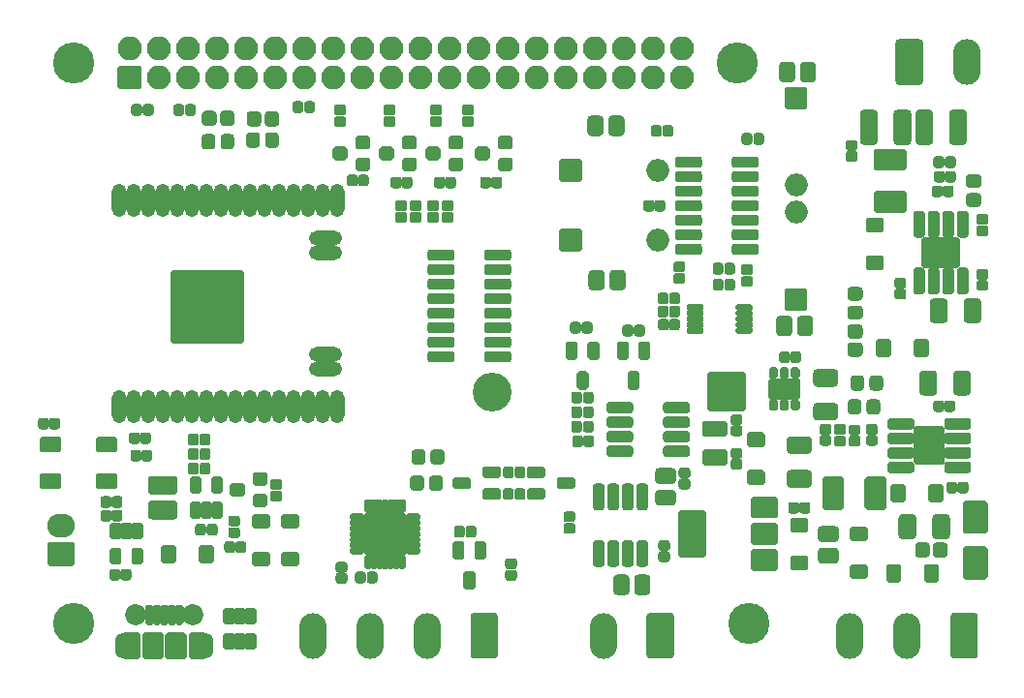
<source format=gbr>
G04 #@! TF.GenerationSoftware,KiCad,Pcbnew,(5.1.9)-1*
G04 #@! TF.CreationDate,2021-08-04T09:34:38-04:00*
G04 #@! TF.ProjectId,esp32 Core  V-0.1,65737033-3220-4436-9f72-652020562d30,rev?*
G04 #@! TF.SameCoordinates,Original*
G04 #@! TF.FileFunction,Soldermask,Top*
G04 #@! TF.FilePolarity,Negative*
%FSLAX46Y46*%
G04 Gerber Fmt 4.6, Leading zero omitted, Abs format (unit mm)*
G04 Created by KiCad (PCBNEW (5.1.9)-1) date 2021-08-04 09:34:38*
%MOMM*%
%LPD*%
G01*
G04 APERTURE LIST*
%ADD10O,2.000000X2.000000*%
%ADD11O,2.400000X4.000000*%
%ADD12C,3.400000*%
%ADD13O,1.300000X2.900000*%
%ADD14O,2.900000X1.300000*%
%ADD15O,2.400000X2.100000*%
%ADD16C,3.600000*%
%ADD17O,2.100000X2.100000*%
%ADD18O,1.600000X2.300000*%
%ADD19C,1.850000*%
G04 APERTURE END LIST*
G04 #@! TO.C,C41*
G36*
G01*
X197595000Y-141120000D02*
X197595000Y-140580000D01*
G75*
G02*
X197835000Y-140340000I240000J0D01*
G01*
X198315000Y-140340000D01*
G75*
G02*
X198555000Y-140580000I0J-240000D01*
G01*
X198555000Y-141120000D01*
G75*
G02*
X198315000Y-141360000I-240000J0D01*
G01*
X197835000Y-141360000D01*
G75*
G02*
X197595000Y-141120000I0J240000D01*
G01*
G37*
G36*
G01*
X196635000Y-141120000D02*
X196635000Y-140580000D01*
G75*
G02*
X196875000Y-140340000I240000J0D01*
G01*
X197355000Y-140340000D01*
G75*
G02*
X197595000Y-140580000I0J-240000D01*
G01*
X197595000Y-141120000D01*
G75*
G02*
X197355000Y-141360000I-240000J0D01*
G01*
X196875000Y-141360000D01*
G75*
G02*
X196635000Y-141120000I0J240000D01*
G01*
G37*
G04 #@! TD*
G04 #@! TO.C,C40*
G36*
G01*
X241670000Y-130200000D02*
X241130000Y-130200000D01*
G75*
G02*
X240890000Y-129960000I0J240000D01*
G01*
X240890000Y-129480000D01*
G75*
G02*
X241130000Y-129240000I240000J0D01*
G01*
X241670000Y-129240000D01*
G75*
G02*
X241910000Y-129480000I0J-240000D01*
G01*
X241910000Y-129960000D01*
G75*
G02*
X241670000Y-130200000I-240000J0D01*
G01*
G37*
G36*
G01*
X241670000Y-131160000D02*
X241130000Y-131160000D01*
G75*
G02*
X240890000Y-130920000I0J240000D01*
G01*
X240890000Y-130440000D01*
G75*
G02*
X241130000Y-130200000I240000J0D01*
G01*
X241670000Y-130200000D01*
G75*
G02*
X241910000Y-130440000I0J-240000D01*
G01*
X241910000Y-130920000D01*
G75*
G02*
X241670000Y-131160000I-240000J0D01*
G01*
G37*
G04 #@! TD*
G04 #@! TO.C,C39*
G36*
G01*
X241130000Y-133120000D02*
X241670000Y-133120000D01*
G75*
G02*
X241910000Y-133360000I0J-240000D01*
G01*
X241910000Y-133840000D01*
G75*
G02*
X241670000Y-134080000I-240000J0D01*
G01*
X241130000Y-134080000D01*
G75*
G02*
X240890000Y-133840000I0J240000D01*
G01*
X240890000Y-133360000D01*
G75*
G02*
X241130000Y-133120000I240000J0D01*
G01*
G37*
G36*
G01*
X241130000Y-132160000D02*
X241670000Y-132160000D01*
G75*
G02*
X241910000Y-132400000I0J-240000D01*
G01*
X241910000Y-132880000D01*
G75*
G02*
X241670000Y-133120000I-240000J0D01*
G01*
X241130000Y-133120000D01*
G75*
G02*
X240890000Y-132880000I0J240000D01*
G01*
X240890000Y-132400000D01*
G75*
G02*
X241130000Y-132160000I240000J0D01*
G01*
G37*
G04 #@! TD*
G04 #@! TO.C,D20*
G36*
G01*
X256905000Y-124044000D02*
X256905000Y-122844000D01*
G75*
G02*
X257105000Y-122644000I200000J0D01*
G01*
X258005000Y-122644000D01*
G75*
G02*
X258205000Y-122844000I0J-200000D01*
G01*
X258205000Y-124044000D01*
G75*
G02*
X258005000Y-124244000I-200000J0D01*
G01*
X257105000Y-124244000D01*
G75*
G02*
X256905000Y-124044000I0J200000D01*
G01*
G37*
G36*
G01*
X253605000Y-124044000D02*
X253605000Y-122844000D01*
G75*
G02*
X253805000Y-122644000I200000J0D01*
G01*
X254705000Y-122644000D01*
G75*
G02*
X254905000Y-122844000I0J-200000D01*
G01*
X254905000Y-124044000D01*
G75*
G02*
X254705000Y-124244000I-200000J0D01*
G01*
X253805000Y-124244000D01*
G75*
G02*
X253605000Y-124044000I0J200000D01*
G01*
G37*
G04 #@! TD*
D10*
G04 #@! TO.C,JP4*
X234520000Y-107900000D03*
G36*
G01*
X225900000Y-108700000D02*
X225900000Y-107100000D01*
G75*
G02*
X226100000Y-106900000I200000J0D01*
G01*
X227700000Y-106900000D01*
G75*
G02*
X227900000Y-107100000I0J-200000D01*
G01*
X227900000Y-108700000D01*
G75*
G02*
X227700000Y-108900000I-200000J0D01*
G01*
X226100000Y-108900000D01*
G75*
G02*
X225900000Y-108700000I0J200000D01*
G01*
G37*
G04 #@! TD*
G04 #@! TO.C,JP3*
X234520000Y-114000000D03*
G36*
G01*
X225900000Y-114800000D02*
X225900000Y-113200000D01*
G75*
G02*
X226100000Y-113000000I200000J0D01*
G01*
X227700000Y-113000000D01*
G75*
G02*
X227900000Y-113200000I0J-200000D01*
G01*
X227900000Y-114800000D01*
G75*
G02*
X227700000Y-115000000I-200000J0D01*
G01*
X226100000Y-115000000D01*
G75*
G02*
X225900000Y-114800000I0J200000D01*
G01*
G37*
G04 #@! TD*
G04 #@! TO.C,JP2*
X246600000Y-109200000D03*
G36*
G01*
X245800000Y-100580000D02*
X247400000Y-100580000D01*
G75*
G02*
X247600000Y-100780000I0J-200000D01*
G01*
X247600000Y-102380000D01*
G75*
G02*
X247400000Y-102580000I-200000J0D01*
G01*
X245800000Y-102580000D01*
G75*
G02*
X245600000Y-102380000I0J200000D01*
G01*
X245600000Y-100780000D01*
G75*
G02*
X245800000Y-100580000I200000J0D01*
G01*
G37*
G04 #@! TD*
G04 #@! TO.C,JP1*
X246600000Y-111580000D03*
G36*
G01*
X247400000Y-120200000D02*
X245800000Y-120200000D01*
G75*
G02*
X245600000Y-120000000I0J200000D01*
G01*
X245600000Y-118400000D01*
G75*
G02*
X245800000Y-118200000I200000J0D01*
G01*
X247400000Y-118200000D01*
G75*
G02*
X247600000Y-118400000I0J-200000D01*
G01*
X247600000Y-120000000D01*
G75*
G02*
X247400000Y-120200000I-200000J0D01*
G01*
G37*
G04 #@! TD*
G04 #@! TO.C,U13*
G36*
G01*
X260770000Y-116441000D02*
X257770000Y-116441000D01*
G75*
G02*
X257570000Y-116241000I0J200000D01*
G01*
X257570000Y-113951000D01*
G75*
G02*
X257770000Y-113751000I200000J0D01*
G01*
X260770000Y-113751000D01*
G75*
G02*
X260970000Y-113951000I0J-200000D01*
G01*
X260970000Y-116241000D01*
G75*
G02*
X260770000Y-116441000I-200000J0D01*
G01*
G37*
G36*
G01*
X257615000Y-113796000D02*
X257115000Y-113796000D01*
G75*
G02*
X256865000Y-113546000I0J250000D01*
G01*
X256865000Y-111696000D01*
G75*
G02*
X257115000Y-111446000I250000J0D01*
G01*
X257615000Y-111446000D01*
G75*
G02*
X257865000Y-111696000I0J-250000D01*
G01*
X257865000Y-113546000D01*
G75*
G02*
X257615000Y-113796000I-250000J0D01*
G01*
G37*
G36*
G01*
X258885000Y-113796000D02*
X258385000Y-113796000D01*
G75*
G02*
X258135000Y-113546000I0J250000D01*
G01*
X258135000Y-111696000D01*
G75*
G02*
X258385000Y-111446000I250000J0D01*
G01*
X258885000Y-111446000D01*
G75*
G02*
X259135000Y-111696000I0J-250000D01*
G01*
X259135000Y-113546000D01*
G75*
G02*
X258885000Y-113796000I-250000J0D01*
G01*
G37*
G36*
G01*
X260155000Y-113796000D02*
X259655000Y-113796000D01*
G75*
G02*
X259405000Y-113546000I0J250000D01*
G01*
X259405000Y-111696000D01*
G75*
G02*
X259655000Y-111446000I250000J0D01*
G01*
X260155000Y-111446000D01*
G75*
G02*
X260405000Y-111696000I0J-250000D01*
G01*
X260405000Y-113546000D01*
G75*
G02*
X260155000Y-113796000I-250000J0D01*
G01*
G37*
G36*
G01*
X261425000Y-113796000D02*
X260925000Y-113796000D01*
G75*
G02*
X260675000Y-113546000I0J250000D01*
G01*
X260675000Y-111696000D01*
G75*
G02*
X260925000Y-111446000I250000J0D01*
G01*
X261425000Y-111446000D01*
G75*
G02*
X261675000Y-111696000I0J-250000D01*
G01*
X261675000Y-113546000D01*
G75*
G02*
X261425000Y-113796000I-250000J0D01*
G01*
G37*
G36*
G01*
X261425000Y-118746000D02*
X260925000Y-118746000D01*
G75*
G02*
X260675000Y-118496000I0J250000D01*
G01*
X260675000Y-116646000D01*
G75*
G02*
X260925000Y-116396000I250000J0D01*
G01*
X261425000Y-116396000D01*
G75*
G02*
X261675000Y-116646000I0J-250000D01*
G01*
X261675000Y-118496000D01*
G75*
G02*
X261425000Y-118746000I-250000J0D01*
G01*
G37*
G36*
G01*
X260155000Y-118746000D02*
X259655000Y-118746000D01*
G75*
G02*
X259405000Y-118496000I0J250000D01*
G01*
X259405000Y-116646000D01*
G75*
G02*
X259655000Y-116396000I250000J0D01*
G01*
X260155000Y-116396000D01*
G75*
G02*
X260405000Y-116646000I0J-250000D01*
G01*
X260405000Y-118496000D01*
G75*
G02*
X260155000Y-118746000I-250000J0D01*
G01*
G37*
G36*
G01*
X258885000Y-118746000D02*
X258385000Y-118746000D01*
G75*
G02*
X258135000Y-118496000I0J250000D01*
G01*
X258135000Y-116646000D01*
G75*
G02*
X258385000Y-116396000I250000J0D01*
G01*
X258885000Y-116396000D01*
G75*
G02*
X259135000Y-116646000I0J-250000D01*
G01*
X259135000Y-118496000D01*
G75*
G02*
X258885000Y-118746000I-250000J0D01*
G01*
G37*
G36*
G01*
X257615000Y-118746000D02*
X257115000Y-118746000D01*
G75*
G02*
X256865000Y-118496000I0J250000D01*
G01*
X256865000Y-116646000D01*
G75*
G02*
X257115000Y-116396000I250000J0D01*
G01*
X257615000Y-116396000D01*
G75*
G02*
X257865000Y-116646000I0J-250000D01*
G01*
X257865000Y-118496000D01*
G75*
G02*
X257615000Y-118746000I-250000J0D01*
G01*
G37*
G04 #@! TD*
G04 #@! TO.C,U1*
G36*
G01*
X259591000Y-130476000D02*
X259591000Y-133476000D01*
G75*
G02*
X259391000Y-133676000I-200000J0D01*
G01*
X257101000Y-133676000D01*
G75*
G02*
X256901000Y-133476000I0J200000D01*
G01*
X256901000Y-130476000D01*
G75*
G02*
X257101000Y-130276000I200000J0D01*
G01*
X259391000Y-130276000D01*
G75*
G02*
X259591000Y-130476000I0J-200000D01*
G01*
G37*
G36*
G01*
X256946000Y-133631000D02*
X256946000Y-134131000D01*
G75*
G02*
X256696000Y-134381000I-250000J0D01*
G01*
X254846000Y-134381000D01*
G75*
G02*
X254596000Y-134131000I0J250000D01*
G01*
X254596000Y-133631000D01*
G75*
G02*
X254846000Y-133381000I250000J0D01*
G01*
X256696000Y-133381000D01*
G75*
G02*
X256946000Y-133631000I0J-250000D01*
G01*
G37*
G36*
G01*
X256946000Y-132361000D02*
X256946000Y-132861000D01*
G75*
G02*
X256696000Y-133111000I-250000J0D01*
G01*
X254846000Y-133111000D01*
G75*
G02*
X254596000Y-132861000I0J250000D01*
G01*
X254596000Y-132361000D01*
G75*
G02*
X254846000Y-132111000I250000J0D01*
G01*
X256696000Y-132111000D01*
G75*
G02*
X256946000Y-132361000I0J-250000D01*
G01*
G37*
G36*
G01*
X256946000Y-131091000D02*
X256946000Y-131591000D01*
G75*
G02*
X256696000Y-131841000I-250000J0D01*
G01*
X254846000Y-131841000D01*
G75*
G02*
X254596000Y-131591000I0J250000D01*
G01*
X254596000Y-131091000D01*
G75*
G02*
X254846000Y-130841000I250000J0D01*
G01*
X256696000Y-130841000D01*
G75*
G02*
X256946000Y-131091000I0J-250000D01*
G01*
G37*
G36*
G01*
X256946000Y-129821000D02*
X256946000Y-130321000D01*
G75*
G02*
X256696000Y-130571000I-250000J0D01*
G01*
X254846000Y-130571000D01*
G75*
G02*
X254596000Y-130321000I0J250000D01*
G01*
X254596000Y-129821000D01*
G75*
G02*
X254846000Y-129571000I250000J0D01*
G01*
X256696000Y-129571000D01*
G75*
G02*
X256946000Y-129821000I0J-250000D01*
G01*
G37*
G36*
G01*
X261896000Y-129821000D02*
X261896000Y-130321000D01*
G75*
G02*
X261646000Y-130571000I-250000J0D01*
G01*
X259796000Y-130571000D01*
G75*
G02*
X259546000Y-130321000I0J250000D01*
G01*
X259546000Y-129821000D01*
G75*
G02*
X259796000Y-129571000I250000J0D01*
G01*
X261646000Y-129571000D01*
G75*
G02*
X261896000Y-129821000I0J-250000D01*
G01*
G37*
G36*
G01*
X261896000Y-131091000D02*
X261896000Y-131591000D01*
G75*
G02*
X261646000Y-131841000I-250000J0D01*
G01*
X259796000Y-131841000D01*
G75*
G02*
X259546000Y-131591000I0J250000D01*
G01*
X259546000Y-131091000D01*
G75*
G02*
X259796000Y-130841000I250000J0D01*
G01*
X261646000Y-130841000D01*
G75*
G02*
X261896000Y-131091000I0J-250000D01*
G01*
G37*
G36*
G01*
X261896000Y-132361000D02*
X261896000Y-132861000D01*
G75*
G02*
X261646000Y-133111000I-250000J0D01*
G01*
X259796000Y-133111000D01*
G75*
G02*
X259546000Y-132861000I0J250000D01*
G01*
X259546000Y-132361000D01*
G75*
G02*
X259796000Y-132111000I250000J0D01*
G01*
X261646000Y-132111000D01*
G75*
G02*
X261896000Y-132361000I0J-250000D01*
G01*
G37*
G36*
G01*
X261896000Y-133631000D02*
X261896000Y-134131000D01*
G75*
G02*
X261646000Y-134381000I-250000J0D01*
G01*
X259796000Y-134381000D01*
G75*
G02*
X259546000Y-134131000I0J250000D01*
G01*
X259546000Y-133631000D01*
G75*
G02*
X259796000Y-133381000I250000J0D01*
G01*
X261646000Y-133381000D01*
G75*
G02*
X261896000Y-133631000I0J-250000D01*
G01*
G37*
G04 #@! TD*
G04 #@! TO.C,R52*
G36*
G01*
X214599000Y-111544000D02*
X215169000Y-111544000D01*
G75*
G02*
X215404000Y-111779000I0J-235000D01*
G01*
X215404000Y-112249000D01*
G75*
G02*
X215169000Y-112484000I-235000J0D01*
G01*
X214599000Y-112484000D01*
G75*
G02*
X214364000Y-112249000I0J235000D01*
G01*
X214364000Y-111779000D01*
G75*
G02*
X214599000Y-111544000I235000J0D01*
G01*
G37*
G36*
G01*
X214599000Y-110524000D02*
X215169000Y-110524000D01*
G75*
G02*
X215404000Y-110759000I0J-235000D01*
G01*
X215404000Y-111229000D01*
G75*
G02*
X215169000Y-111464000I-235000J0D01*
G01*
X214599000Y-111464000D01*
G75*
G02*
X214364000Y-111229000I0J235000D01*
G01*
X214364000Y-110759000D01*
G75*
G02*
X214599000Y-110524000I235000J0D01*
G01*
G37*
G04 #@! TD*
G04 #@! TO.C,R51*
G36*
G01*
X215869000Y-111544000D02*
X216439000Y-111544000D01*
G75*
G02*
X216674000Y-111779000I0J-235000D01*
G01*
X216674000Y-112249000D01*
G75*
G02*
X216439000Y-112484000I-235000J0D01*
G01*
X215869000Y-112484000D01*
G75*
G02*
X215634000Y-112249000I0J235000D01*
G01*
X215634000Y-111779000D01*
G75*
G02*
X215869000Y-111544000I235000J0D01*
G01*
G37*
G36*
G01*
X215869000Y-110524000D02*
X216439000Y-110524000D01*
G75*
G02*
X216674000Y-110759000I0J-235000D01*
G01*
X216674000Y-111229000D01*
G75*
G02*
X216439000Y-111464000I-235000J0D01*
G01*
X215869000Y-111464000D01*
G75*
G02*
X215634000Y-111229000I0J235000D01*
G01*
X215634000Y-110759000D01*
G75*
G02*
X215869000Y-110524000I235000J0D01*
G01*
G37*
G04 #@! TD*
G04 #@! TO.C,R50*
G36*
G01*
X213075000Y-111544000D02*
X213645000Y-111544000D01*
G75*
G02*
X213880000Y-111779000I0J-235000D01*
G01*
X213880000Y-112249000D01*
G75*
G02*
X213645000Y-112484000I-235000J0D01*
G01*
X213075000Y-112484000D01*
G75*
G02*
X212840000Y-112249000I0J235000D01*
G01*
X212840000Y-111779000D01*
G75*
G02*
X213075000Y-111544000I235000J0D01*
G01*
G37*
G36*
G01*
X213075000Y-110524000D02*
X213645000Y-110524000D01*
G75*
G02*
X213880000Y-110759000I0J-235000D01*
G01*
X213880000Y-111229000D01*
G75*
G02*
X213645000Y-111464000I-235000J0D01*
G01*
X213075000Y-111464000D01*
G75*
G02*
X212840000Y-111229000I0J235000D01*
G01*
X212840000Y-110759000D01*
G75*
G02*
X213075000Y-110524000I235000J0D01*
G01*
G37*
G04 #@! TD*
G04 #@! TO.C,R49*
G36*
G01*
X211805000Y-111544000D02*
X212375000Y-111544000D01*
G75*
G02*
X212610000Y-111779000I0J-235000D01*
G01*
X212610000Y-112249000D01*
G75*
G02*
X212375000Y-112484000I-235000J0D01*
G01*
X211805000Y-112484000D01*
G75*
G02*
X211570000Y-112249000I0J235000D01*
G01*
X211570000Y-111779000D01*
G75*
G02*
X211805000Y-111544000I235000J0D01*
G01*
G37*
G36*
G01*
X211805000Y-110524000D02*
X212375000Y-110524000D01*
G75*
G02*
X212610000Y-110759000I0J-235000D01*
G01*
X212610000Y-111229000D01*
G75*
G02*
X212375000Y-111464000I-235000J0D01*
G01*
X211805000Y-111464000D01*
G75*
G02*
X211570000Y-111229000I0J235000D01*
G01*
X211570000Y-110759000D01*
G75*
G02*
X211805000Y-110524000I235000J0D01*
G01*
G37*
G04 #@! TD*
G04 #@! TO.C,C38*
G36*
G01*
X215928000Y-109236000D02*
X215928000Y-108696000D01*
G75*
G02*
X216168000Y-108456000I240000J0D01*
G01*
X216648000Y-108456000D01*
G75*
G02*
X216888000Y-108696000I0J-240000D01*
G01*
X216888000Y-109236000D01*
G75*
G02*
X216648000Y-109476000I-240000J0D01*
G01*
X216168000Y-109476000D01*
G75*
G02*
X215928000Y-109236000I0J240000D01*
G01*
G37*
G36*
G01*
X214968000Y-109236000D02*
X214968000Y-108696000D01*
G75*
G02*
X215208000Y-108456000I240000J0D01*
G01*
X215688000Y-108456000D01*
G75*
G02*
X215928000Y-108696000I0J-240000D01*
G01*
X215928000Y-109236000D01*
G75*
G02*
X215688000Y-109476000I-240000J0D01*
G01*
X215208000Y-109476000D01*
G75*
G02*
X214968000Y-109236000I0J240000D01*
G01*
G37*
G04 #@! TD*
G04 #@! TO.C,C37*
G36*
G01*
X219964000Y-109236000D02*
X219964000Y-108696000D01*
G75*
G02*
X220204000Y-108456000I240000J0D01*
G01*
X220684000Y-108456000D01*
G75*
G02*
X220924000Y-108696000I0J-240000D01*
G01*
X220924000Y-109236000D01*
G75*
G02*
X220684000Y-109476000I-240000J0D01*
G01*
X220204000Y-109476000D01*
G75*
G02*
X219964000Y-109236000I0J240000D01*
G01*
G37*
G36*
G01*
X219004000Y-109236000D02*
X219004000Y-108696000D01*
G75*
G02*
X219244000Y-108456000I240000J0D01*
G01*
X219724000Y-108456000D01*
G75*
G02*
X219964000Y-108696000I0J-240000D01*
G01*
X219964000Y-109236000D01*
G75*
G02*
X219724000Y-109476000I-240000J0D01*
G01*
X219244000Y-109476000D01*
G75*
G02*
X219004000Y-109236000I0J240000D01*
G01*
G37*
G04 #@! TD*
G04 #@! TO.C,C36*
G36*
G01*
X212118000Y-109236000D02*
X212118000Y-108696000D01*
G75*
G02*
X212358000Y-108456000I240000J0D01*
G01*
X212838000Y-108456000D01*
G75*
G02*
X213078000Y-108696000I0J-240000D01*
G01*
X213078000Y-109236000D01*
G75*
G02*
X212838000Y-109476000I-240000J0D01*
G01*
X212358000Y-109476000D01*
G75*
G02*
X212118000Y-109236000I0J240000D01*
G01*
G37*
G36*
G01*
X211158000Y-109236000D02*
X211158000Y-108696000D01*
G75*
G02*
X211398000Y-108456000I240000J0D01*
G01*
X211878000Y-108456000D01*
G75*
G02*
X212118000Y-108696000I0J-240000D01*
G01*
X212118000Y-109236000D01*
G75*
G02*
X211878000Y-109476000I-240000J0D01*
G01*
X211398000Y-109476000D01*
G75*
G02*
X211158000Y-109236000I0J240000D01*
G01*
G37*
G04 #@! TD*
G04 #@! TO.C,C35*
G36*
G01*
X208308000Y-109045500D02*
X208308000Y-108505500D01*
G75*
G02*
X208548000Y-108265500I240000J0D01*
G01*
X209028000Y-108265500D01*
G75*
G02*
X209268000Y-108505500I0J-240000D01*
G01*
X209268000Y-109045500D01*
G75*
G02*
X209028000Y-109285500I-240000J0D01*
G01*
X208548000Y-109285500D01*
G75*
G02*
X208308000Y-109045500I0J240000D01*
G01*
G37*
G36*
G01*
X207348000Y-109045500D02*
X207348000Y-108505500D01*
G75*
G02*
X207588000Y-108265500I240000J0D01*
G01*
X208068000Y-108265500D01*
G75*
G02*
X208308000Y-108505500I0J-240000D01*
G01*
X208308000Y-109045500D01*
G75*
G02*
X208068000Y-109285500I-240000J0D01*
G01*
X207588000Y-109285500D01*
G75*
G02*
X207348000Y-109045500I0J240000D01*
G01*
G37*
G04 #@! TD*
G04 #@! TO.C,C34*
G36*
G01*
X228000000Y-131330000D02*
X228000000Y-131870000D01*
G75*
G02*
X227760000Y-132110000I-240000J0D01*
G01*
X227280000Y-132110000D01*
G75*
G02*
X227040000Y-131870000I0J240000D01*
G01*
X227040000Y-131330000D01*
G75*
G02*
X227280000Y-131090000I240000J0D01*
G01*
X227760000Y-131090000D01*
G75*
G02*
X228000000Y-131330000I0J-240000D01*
G01*
G37*
G36*
G01*
X228960000Y-131330000D02*
X228960000Y-131870000D01*
G75*
G02*
X228720000Y-132110000I-240000J0D01*
G01*
X228240000Y-132110000D01*
G75*
G02*
X228000000Y-131870000I0J240000D01*
G01*
X228000000Y-131330000D01*
G75*
G02*
X228240000Y-131090000I240000J0D01*
G01*
X228720000Y-131090000D01*
G75*
G02*
X228960000Y-131330000I0J-240000D01*
G01*
G37*
G04 #@! TD*
G04 #@! TO.C,U2*
G36*
G01*
X232380000Y-132211000D02*
X232380000Y-132711000D01*
G75*
G02*
X232130000Y-132961000I-250000J0D01*
G01*
X230280000Y-132961000D01*
G75*
G02*
X230030000Y-132711000I0J250000D01*
G01*
X230030000Y-132211000D01*
G75*
G02*
X230280000Y-131961000I250000J0D01*
G01*
X232130000Y-131961000D01*
G75*
G02*
X232380000Y-132211000I0J-250000D01*
G01*
G37*
G36*
G01*
X232380000Y-130941000D02*
X232380000Y-131441000D01*
G75*
G02*
X232130000Y-131691000I-250000J0D01*
G01*
X230280000Y-131691000D01*
G75*
G02*
X230030000Y-131441000I0J250000D01*
G01*
X230030000Y-130941000D01*
G75*
G02*
X230280000Y-130691000I250000J0D01*
G01*
X232130000Y-130691000D01*
G75*
G02*
X232380000Y-130941000I0J-250000D01*
G01*
G37*
G36*
G01*
X232380000Y-129671000D02*
X232380000Y-130171000D01*
G75*
G02*
X232130000Y-130421000I-250000J0D01*
G01*
X230280000Y-130421000D01*
G75*
G02*
X230030000Y-130171000I0J250000D01*
G01*
X230030000Y-129671000D01*
G75*
G02*
X230280000Y-129421000I250000J0D01*
G01*
X232130000Y-129421000D01*
G75*
G02*
X232380000Y-129671000I0J-250000D01*
G01*
G37*
G36*
G01*
X232380000Y-128401000D02*
X232380000Y-128901000D01*
G75*
G02*
X232130000Y-129151000I-250000J0D01*
G01*
X230280000Y-129151000D01*
G75*
G02*
X230030000Y-128901000I0J250000D01*
G01*
X230030000Y-128401000D01*
G75*
G02*
X230280000Y-128151000I250000J0D01*
G01*
X232130000Y-128151000D01*
G75*
G02*
X232380000Y-128401000I0J-250000D01*
G01*
G37*
G36*
G01*
X237330000Y-128401000D02*
X237330000Y-128901000D01*
G75*
G02*
X237080000Y-129151000I-250000J0D01*
G01*
X235230000Y-129151000D01*
G75*
G02*
X234980000Y-128901000I0J250000D01*
G01*
X234980000Y-128401000D01*
G75*
G02*
X235230000Y-128151000I250000J0D01*
G01*
X237080000Y-128151000D01*
G75*
G02*
X237330000Y-128401000I0J-250000D01*
G01*
G37*
G36*
G01*
X237330000Y-129671000D02*
X237330000Y-130171000D01*
G75*
G02*
X237080000Y-130421000I-250000J0D01*
G01*
X235230000Y-130421000D01*
G75*
G02*
X234980000Y-130171000I0J250000D01*
G01*
X234980000Y-129671000D01*
G75*
G02*
X235230000Y-129421000I250000J0D01*
G01*
X237080000Y-129421000D01*
G75*
G02*
X237330000Y-129671000I0J-250000D01*
G01*
G37*
G36*
G01*
X237330000Y-130941000D02*
X237330000Y-131441000D01*
G75*
G02*
X237080000Y-131691000I-250000J0D01*
G01*
X235230000Y-131691000D01*
G75*
G02*
X234980000Y-131441000I0J250000D01*
G01*
X234980000Y-130941000D01*
G75*
G02*
X235230000Y-130691000I250000J0D01*
G01*
X237080000Y-130691000D01*
G75*
G02*
X237330000Y-130941000I0J-250000D01*
G01*
G37*
G36*
G01*
X237330000Y-132211000D02*
X237330000Y-132711000D01*
G75*
G02*
X237080000Y-132961000I-250000J0D01*
G01*
X235230000Y-132961000D01*
G75*
G02*
X234980000Y-132711000I0J250000D01*
G01*
X234980000Y-132211000D01*
G75*
G02*
X235230000Y-131961000I250000J0D01*
G01*
X237080000Y-131961000D01*
G75*
G02*
X237330000Y-132211000I0J-250000D01*
G01*
G37*
G04 #@! TD*
G04 #@! TO.C,Y2*
G36*
G01*
X240400000Y-133700000D02*
X238600000Y-133700000D01*
G75*
G02*
X238400000Y-133500000I0J200000D01*
G01*
X238400000Y-132500000D01*
G75*
G02*
X238600000Y-132300000I200000J0D01*
G01*
X240400000Y-132300000D01*
G75*
G02*
X240600000Y-132500000I0J-200000D01*
G01*
X240600000Y-133500000D01*
G75*
G02*
X240400000Y-133700000I-200000J0D01*
G01*
G37*
G36*
G01*
X240400000Y-131200000D02*
X238600000Y-131200000D01*
G75*
G02*
X238400000Y-131000000I0J200000D01*
G01*
X238400000Y-130000000D01*
G75*
G02*
X238600000Y-129800000I200000J0D01*
G01*
X240400000Y-129800000D01*
G75*
G02*
X240600000Y-130000000I0J-200000D01*
G01*
X240600000Y-131000000D01*
G75*
G02*
X240400000Y-131200000I-200000J0D01*
G01*
G37*
G04 #@! TD*
G04 #@! TO.C,R48*
G36*
G01*
X227986000Y-128063000D02*
X227986000Y-127493000D01*
G75*
G02*
X228221000Y-127258000I235000J0D01*
G01*
X228691000Y-127258000D01*
G75*
G02*
X228926000Y-127493000I0J-235000D01*
G01*
X228926000Y-128063000D01*
G75*
G02*
X228691000Y-128298000I-235000J0D01*
G01*
X228221000Y-128298000D01*
G75*
G02*
X227986000Y-128063000I0J235000D01*
G01*
G37*
G36*
G01*
X226966000Y-128063000D02*
X226966000Y-127493000D01*
G75*
G02*
X227201000Y-127258000I235000J0D01*
G01*
X227671000Y-127258000D01*
G75*
G02*
X227906000Y-127493000I0J-235000D01*
G01*
X227906000Y-128063000D01*
G75*
G02*
X227671000Y-128298000I-235000J0D01*
G01*
X227201000Y-128298000D01*
G75*
G02*
X226966000Y-128063000I0J235000D01*
G01*
G37*
G04 #@! TD*
G04 #@! TO.C,R47*
G36*
G01*
X227984000Y-129333000D02*
X227984000Y-128763000D01*
G75*
G02*
X228219000Y-128528000I235000J0D01*
G01*
X228689000Y-128528000D01*
G75*
G02*
X228924000Y-128763000I0J-235000D01*
G01*
X228924000Y-129333000D01*
G75*
G02*
X228689000Y-129568000I-235000J0D01*
G01*
X228219000Y-129568000D01*
G75*
G02*
X227984000Y-129333000I0J235000D01*
G01*
G37*
G36*
G01*
X226964000Y-129333000D02*
X226964000Y-128763000D01*
G75*
G02*
X227199000Y-128528000I235000J0D01*
G01*
X227669000Y-128528000D01*
G75*
G02*
X227904000Y-128763000I0J-235000D01*
G01*
X227904000Y-129333000D01*
G75*
G02*
X227669000Y-129568000I-235000J0D01*
G01*
X227199000Y-129568000D01*
G75*
G02*
X226964000Y-129333000I0J235000D01*
G01*
G37*
G04 #@! TD*
G04 #@! TO.C,R17*
G36*
G01*
X227796000Y-121381000D02*
X227796000Y-121951000D01*
G75*
G02*
X227561000Y-122186000I-235000J0D01*
G01*
X227091000Y-122186000D01*
G75*
G02*
X226856000Y-121951000I0J235000D01*
G01*
X226856000Y-121381000D01*
G75*
G02*
X227091000Y-121146000I235000J0D01*
G01*
X227561000Y-121146000D01*
G75*
G02*
X227796000Y-121381000I0J-235000D01*
G01*
G37*
G36*
G01*
X228816000Y-121381000D02*
X228816000Y-121951000D01*
G75*
G02*
X228581000Y-122186000I-235000J0D01*
G01*
X228111000Y-122186000D01*
G75*
G02*
X227876000Y-121951000I0J235000D01*
G01*
X227876000Y-121381000D01*
G75*
G02*
X228111000Y-121146000I235000J0D01*
G01*
X228581000Y-121146000D01*
G75*
G02*
X228816000Y-121381000I0J-235000D01*
G01*
G37*
G04 #@! TD*
G04 #@! TO.C,R15*
G36*
G01*
X232370000Y-121635000D02*
X232370000Y-122205000D01*
G75*
G02*
X232135000Y-122440000I-235000J0D01*
G01*
X231665000Y-122440000D01*
G75*
G02*
X231430000Y-122205000I0J235000D01*
G01*
X231430000Y-121635000D01*
G75*
G02*
X231665000Y-121400000I235000J0D01*
G01*
X232135000Y-121400000D01*
G75*
G02*
X232370000Y-121635000I0J-235000D01*
G01*
G37*
G36*
G01*
X233390000Y-121635000D02*
X233390000Y-122205000D01*
G75*
G02*
X233155000Y-122440000I-235000J0D01*
G01*
X232685000Y-122440000D01*
G75*
G02*
X232450000Y-122205000I0J235000D01*
G01*
X232450000Y-121635000D01*
G75*
G02*
X232685000Y-121400000I235000J0D01*
G01*
X233155000Y-121400000D01*
G75*
G02*
X233390000Y-121635000I0J-235000D01*
G01*
G37*
G04 #@! TD*
G04 #@! TO.C,Q2*
G36*
G01*
X227635000Y-125468000D02*
X228285000Y-125468000D01*
G75*
G02*
X228485000Y-125668000I0J-200000D01*
G01*
X228485000Y-126888000D01*
G75*
G02*
X228285000Y-127088000I-200000J0D01*
G01*
X227635000Y-127088000D01*
G75*
G02*
X227435000Y-126888000I0J200000D01*
G01*
X227435000Y-125668000D01*
G75*
G02*
X227635000Y-125468000I200000J0D01*
G01*
G37*
G36*
G01*
X226685000Y-122848000D02*
X227335000Y-122848000D01*
G75*
G02*
X227535000Y-123048000I0J-200000D01*
G01*
X227535000Y-124268000D01*
G75*
G02*
X227335000Y-124468000I-200000J0D01*
G01*
X226685000Y-124468000D01*
G75*
G02*
X226485000Y-124268000I0J200000D01*
G01*
X226485000Y-123048000D01*
G75*
G02*
X226685000Y-122848000I200000J0D01*
G01*
G37*
G36*
G01*
X228585000Y-122848000D02*
X229235000Y-122848000D01*
G75*
G02*
X229435000Y-123048000I0J-200000D01*
G01*
X229435000Y-124268000D01*
G75*
G02*
X229235000Y-124468000I-200000J0D01*
G01*
X228585000Y-124468000D01*
G75*
G02*
X228385000Y-124268000I0J200000D01*
G01*
X228385000Y-123048000D01*
G75*
G02*
X228585000Y-122848000I200000J0D01*
G01*
G37*
G04 #@! TD*
G04 #@! TO.C,Q1*
G36*
G01*
X232085000Y-125468000D02*
X232735000Y-125468000D01*
G75*
G02*
X232935000Y-125668000I0J-200000D01*
G01*
X232935000Y-126888000D01*
G75*
G02*
X232735000Y-127088000I-200000J0D01*
G01*
X232085000Y-127088000D01*
G75*
G02*
X231885000Y-126888000I0J200000D01*
G01*
X231885000Y-125668000D01*
G75*
G02*
X232085000Y-125468000I200000J0D01*
G01*
G37*
G36*
G01*
X231135000Y-122848000D02*
X231785000Y-122848000D01*
G75*
G02*
X231985000Y-123048000I0J-200000D01*
G01*
X231985000Y-124268000D01*
G75*
G02*
X231785000Y-124468000I-200000J0D01*
G01*
X231135000Y-124468000D01*
G75*
G02*
X230935000Y-124268000I0J200000D01*
G01*
X230935000Y-123048000D01*
G75*
G02*
X231135000Y-122848000I200000J0D01*
G01*
G37*
G36*
G01*
X233035000Y-122848000D02*
X233685000Y-122848000D01*
G75*
G02*
X233885000Y-123048000I0J-200000D01*
G01*
X233885000Y-124268000D01*
G75*
G02*
X233685000Y-124468000I-200000J0D01*
G01*
X233035000Y-124468000D01*
G75*
G02*
X232835000Y-124268000I0J200000D01*
G01*
X232835000Y-123048000D01*
G75*
G02*
X233035000Y-122848000I200000J0D01*
G01*
G37*
G04 #@! TD*
G04 #@! TO.C,D19*
G36*
G01*
X251495000Y-142350000D02*
X252695000Y-142350000D01*
G75*
G02*
X252895000Y-142550000I0J-200000D01*
G01*
X252895000Y-143450000D01*
G75*
G02*
X252695000Y-143650000I-200000J0D01*
G01*
X251495000Y-143650000D01*
G75*
G02*
X251295000Y-143450000I0J200000D01*
G01*
X251295000Y-142550000D01*
G75*
G02*
X251495000Y-142350000I200000J0D01*
G01*
G37*
G36*
G01*
X251495000Y-139050000D02*
X252695000Y-139050000D01*
G75*
G02*
X252895000Y-139250000I0J-200000D01*
G01*
X252895000Y-140150000D01*
G75*
G02*
X252695000Y-140350000I-200000J0D01*
G01*
X251495000Y-140350000D01*
G75*
G02*
X251295000Y-140150000I0J200000D01*
G01*
X251295000Y-139250000D01*
G75*
G02*
X251495000Y-139050000I200000J0D01*
G01*
G37*
G04 #@! TD*
D11*
G04 #@! TO.C,J5*
X251305000Y-148590000D03*
X256305000Y-148590000D03*
G36*
G01*
X262505000Y-146890000D02*
X262505000Y-150290000D01*
G75*
G02*
X262205000Y-150590000I-300000J0D01*
G01*
X260405000Y-150590000D01*
G75*
G02*
X260105000Y-150290000I0J300000D01*
G01*
X260105000Y-146890000D01*
G75*
G02*
X260405000Y-146590000I300000J0D01*
G01*
X262205000Y-146590000D01*
G75*
G02*
X262505000Y-146890000I0J-300000D01*
G01*
G37*
G04 #@! TD*
G04 #@! TO.C,D18*
G36*
G01*
X246288000Y-141588000D02*
X247488000Y-141588000D01*
G75*
G02*
X247688000Y-141788000I0J-200000D01*
G01*
X247688000Y-142688000D01*
G75*
G02*
X247488000Y-142888000I-200000J0D01*
G01*
X246288000Y-142888000D01*
G75*
G02*
X246088000Y-142688000I0J200000D01*
G01*
X246088000Y-141788000D01*
G75*
G02*
X246288000Y-141588000I200000J0D01*
G01*
G37*
G36*
G01*
X246288000Y-138288000D02*
X247488000Y-138288000D01*
G75*
G02*
X247688000Y-138488000I0J-200000D01*
G01*
X247688000Y-139388000D01*
G75*
G02*
X247488000Y-139588000I-200000J0D01*
G01*
X246288000Y-139588000D01*
G75*
G02*
X246088000Y-139388000I0J200000D01*
G01*
X246088000Y-138488000D01*
G75*
G02*
X246288000Y-138288000I200000J0D01*
G01*
G37*
G04 #@! TD*
G04 #@! TO.C,C33*
G36*
G01*
X181328000Y-130318000D02*
X181328000Y-129778000D01*
G75*
G02*
X181568000Y-129538000I240000J0D01*
G01*
X182048000Y-129538000D01*
G75*
G02*
X182288000Y-129778000I0J-240000D01*
G01*
X182288000Y-130318000D01*
G75*
G02*
X182048000Y-130558000I-240000J0D01*
G01*
X181568000Y-130558000D01*
G75*
G02*
X181328000Y-130318000I0J240000D01*
G01*
G37*
G36*
G01*
X180368000Y-130318000D02*
X180368000Y-129778000D01*
G75*
G02*
X180608000Y-129538000I240000J0D01*
G01*
X181088000Y-129538000D01*
G75*
G02*
X181328000Y-129778000I0J-240000D01*
G01*
X181328000Y-130318000D01*
G75*
G02*
X181088000Y-130558000I-240000J0D01*
G01*
X180608000Y-130558000D01*
G75*
G02*
X180368000Y-130318000I0J240000D01*
G01*
G37*
G04 #@! TD*
G04 #@! TO.C,J4*
X261500000Y-98425000D03*
G36*
G01*
X255300000Y-100125000D02*
X255300000Y-96725000D01*
G75*
G02*
X255600000Y-96425000I300000J0D01*
G01*
X257400000Y-96425000D01*
G75*
G02*
X257700000Y-96725000I0J-300000D01*
G01*
X257700000Y-100125000D01*
G75*
G02*
X257400000Y-100425000I-300000J0D01*
G01*
X255600000Y-100425000D01*
G75*
G02*
X255300000Y-100125000I0J300000D01*
G01*
G37*
G04 #@! TD*
G04 #@! TO.C,C32*
G36*
G01*
X246087000Y-124503000D02*
X246087000Y-123963000D01*
G75*
G02*
X246327000Y-123723000I240000J0D01*
G01*
X246807000Y-123723000D01*
G75*
G02*
X247047000Y-123963000I0J-240000D01*
G01*
X247047000Y-124503000D01*
G75*
G02*
X246807000Y-124743000I-240000J0D01*
G01*
X246327000Y-124743000D01*
G75*
G02*
X246087000Y-124503000I0J240000D01*
G01*
G37*
G36*
G01*
X245127000Y-124503000D02*
X245127000Y-123963000D01*
G75*
G02*
X245367000Y-123723000I240000J0D01*
G01*
X245847000Y-123723000D01*
G75*
G02*
X246087000Y-123963000I0J-240000D01*
G01*
X246087000Y-124503000D01*
G75*
G02*
X245847000Y-124743000I-240000J0D01*
G01*
X245367000Y-124743000D01*
G75*
G02*
X245127000Y-124503000I0J240000D01*
G01*
G37*
G04 #@! TD*
G04 #@! TO.C,J13*
X204343000Y-148590000D03*
X209343000Y-148590000D03*
X214343000Y-148590000D03*
G36*
G01*
X220543000Y-146890000D02*
X220543000Y-150290000D01*
G75*
G02*
X220243000Y-150590000I-300000J0D01*
G01*
X218443000Y-150590000D01*
G75*
G02*
X218143000Y-150290000I0J300000D01*
G01*
X218143000Y-146890000D01*
G75*
G02*
X218443000Y-146590000I300000J0D01*
G01*
X220243000Y-146590000D01*
G75*
G02*
X220543000Y-146890000I0J-300000D01*
G01*
G37*
G04 #@! TD*
G04 #@! TO.C,J2*
X229743000Y-148590000D03*
G36*
G01*
X235943000Y-146890000D02*
X235943000Y-150290000D01*
G75*
G02*
X235643000Y-150590000I-300000J0D01*
G01*
X233843000Y-150590000D01*
G75*
G02*
X233543000Y-150290000I0J300000D01*
G01*
X233543000Y-146890000D01*
G75*
G02*
X233843000Y-146590000I300000J0D01*
G01*
X235643000Y-146590000D01*
G75*
G02*
X235943000Y-146890000I0J-300000D01*
G01*
G37*
G04 #@! TD*
G04 #@! TO.C,U7*
G36*
G01*
X244829000Y-126127000D02*
X244429000Y-126127000D01*
G75*
G02*
X244229000Y-125927000I0J200000D01*
G01*
X244229000Y-125327000D01*
G75*
G02*
X244429000Y-125127000I200000J0D01*
G01*
X244829000Y-125127000D01*
G75*
G02*
X245029000Y-125327000I0J-200000D01*
G01*
X245029000Y-125927000D01*
G75*
G02*
X244829000Y-126127000I-200000J0D01*
G01*
G37*
G36*
G01*
X245779000Y-126127000D02*
X245379000Y-126127000D01*
G75*
G02*
X245179000Y-125927000I0J200000D01*
G01*
X245179000Y-125327000D01*
G75*
G02*
X245379000Y-125127000I200000J0D01*
G01*
X245779000Y-125127000D01*
G75*
G02*
X245979000Y-125327000I0J-200000D01*
G01*
X245979000Y-125927000D01*
G75*
G02*
X245779000Y-126127000I-200000J0D01*
G01*
G37*
G36*
G01*
X246729000Y-126127000D02*
X246329000Y-126127000D01*
G75*
G02*
X246129000Y-125927000I0J200000D01*
G01*
X246129000Y-125327000D01*
G75*
G02*
X246329000Y-125127000I200000J0D01*
G01*
X246729000Y-125127000D01*
G75*
G02*
X246929000Y-125327000I0J-200000D01*
G01*
X246929000Y-125927000D01*
G75*
G02*
X246729000Y-126127000I-200000J0D01*
G01*
G37*
G36*
G01*
X246729000Y-128927000D02*
X246329000Y-128927000D01*
G75*
G02*
X246129000Y-128727000I0J200000D01*
G01*
X246129000Y-128127000D01*
G75*
G02*
X246329000Y-127927000I200000J0D01*
G01*
X246729000Y-127927000D01*
G75*
G02*
X246929000Y-128127000I0J-200000D01*
G01*
X246929000Y-128727000D01*
G75*
G02*
X246729000Y-128927000I-200000J0D01*
G01*
G37*
G36*
G01*
X245779000Y-128927000D02*
X245379000Y-128927000D01*
G75*
G02*
X245179000Y-128727000I0J200000D01*
G01*
X245179000Y-128127000D01*
G75*
G02*
X245379000Y-127927000I200000J0D01*
G01*
X245779000Y-127927000D01*
G75*
G02*
X245979000Y-128127000I0J-200000D01*
G01*
X245979000Y-128727000D01*
G75*
G02*
X245779000Y-128927000I-200000J0D01*
G01*
G37*
G36*
G01*
X244829000Y-128927000D02*
X244429000Y-128927000D01*
G75*
G02*
X244229000Y-128727000I0J200000D01*
G01*
X244229000Y-128127000D01*
G75*
G02*
X244429000Y-127927000I200000J0D01*
G01*
X244829000Y-127927000D01*
G75*
G02*
X245029000Y-128127000I0J-200000D01*
G01*
X245029000Y-128727000D01*
G75*
G02*
X244829000Y-128927000I-200000J0D01*
G01*
G37*
G36*
G01*
X246779000Y-127977000D02*
X244379000Y-127977000D01*
G75*
G02*
X244179000Y-127777000I0J200000D01*
G01*
X244179000Y-126277000D01*
G75*
G02*
X244379000Y-126077000I200000J0D01*
G01*
X246779000Y-126077000D01*
G75*
G02*
X246979000Y-126277000I0J-200000D01*
G01*
X246979000Y-127777000D01*
G75*
G02*
X246779000Y-127977000I-200000J0D01*
G01*
G37*
G04 #@! TD*
G04 #@! TO.C,L1*
G36*
G01*
X254495000Y-134894000D02*
X254495000Y-137394000D01*
G75*
G02*
X254295000Y-137594000I-200000J0D01*
G01*
X252795000Y-137594000D01*
G75*
G02*
X252595000Y-137394000I0J200000D01*
G01*
X252595000Y-134894000D01*
G75*
G02*
X252795000Y-134694000I200000J0D01*
G01*
X254295000Y-134694000D01*
G75*
G02*
X254495000Y-134894000I0J-200000D01*
G01*
G37*
G36*
G01*
X250795000Y-134894000D02*
X250795000Y-137394000D01*
G75*
G02*
X250595000Y-137594000I-200000J0D01*
G01*
X249095000Y-137594000D01*
G75*
G02*
X248895000Y-137394000I0J200000D01*
G01*
X248895000Y-134894000D01*
G75*
G02*
X249095000Y-134694000I200000J0D01*
G01*
X250595000Y-134694000D01*
G75*
G02*
X250795000Y-134894000I0J-200000D01*
G01*
G37*
G04 #@! TD*
G04 #@! TO.C,L3*
G36*
G01*
X256075000Y-111601000D02*
X253575000Y-111601000D01*
G75*
G02*
X253375000Y-111401000I0J200000D01*
G01*
X253375000Y-109901000D01*
G75*
G02*
X253575000Y-109701000I200000J0D01*
G01*
X256075000Y-109701000D01*
G75*
G02*
X256275000Y-109901000I0J-200000D01*
G01*
X256275000Y-111401000D01*
G75*
G02*
X256075000Y-111601000I-200000J0D01*
G01*
G37*
G36*
G01*
X256075000Y-107901000D02*
X253575000Y-107901000D01*
G75*
G02*
X253375000Y-107701000I0J200000D01*
G01*
X253375000Y-106201000D01*
G75*
G02*
X253575000Y-106001000I200000J0D01*
G01*
X256075000Y-106001000D01*
G75*
G02*
X256275000Y-106201000I0J-200000D01*
G01*
X256275000Y-107701000D01*
G75*
G02*
X256075000Y-107901000I-200000J0D01*
G01*
G37*
G04 #@! TD*
G04 #@! TO.C,BT1*
G36*
G01*
X242238000Y-125754000D02*
X242238000Y-128754000D01*
G75*
G02*
X242038000Y-128954000I-200000J0D01*
G01*
X239038000Y-128954000D01*
G75*
G02*
X238838000Y-128754000I0J200000D01*
G01*
X238838000Y-125754000D01*
G75*
G02*
X239038000Y-125554000I200000J0D01*
G01*
X242038000Y-125554000D01*
G75*
G02*
X242238000Y-125754000I0J-200000D01*
G01*
G37*
D12*
X220048000Y-127254000D03*
G04 #@! TD*
G04 #@! TO.C,C23*
G36*
G01*
X234216000Y-110728000D02*
X234216000Y-111268000D01*
G75*
G02*
X233976000Y-111508000I-240000J0D01*
G01*
X233496000Y-111508000D01*
G75*
G02*
X233256000Y-111268000I0J240000D01*
G01*
X233256000Y-110728000D01*
G75*
G02*
X233496000Y-110488000I240000J0D01*
G01*
X233976000Y-110488000D01*
G75*
G02*
X234216000Y-110728000I0J-240000D01*
G01*
G37*
G36*
G01*
X235176000Y-110728000D02*
X235176000Y-111268000D01*
G75*
G02*
X234936000Y-111508000I-240000J0D01*
G01*
X234456000Y-111508000D01*
G75*
G02*
X234216000Y-111268000I0J240000D01*
G01*
X234216000Y-110728000D01*
G75*
G02*
X234456000Y-110488000I240000J0D01*
G01*
X234936000Y-110488000D01*
G75*
G02*
X235176000Y-110728000I0J-240000D01*
G01*
G37*
G04 #@! TD*
G04 #@! TO.C,R46*
G36*
G01*
X217647000Y-103162000D02*
X218217000Y-103162000D01*
G75*
G02*
X218452000Y-103397000I0J-235000D01*
G01*
X218452000Y-103867000D01*
G75*
G02*
X218217000Y-104102000I-235000J0D01*
G01*
X217647000Y-104102000D01*
G75*
G02*
X217412000Y-103867000I0J235000D01*
G01*
X217412000Y-103397000D01*
G75*
G02*
X217647000Y-103162000I235000J0D01*
G01*
G37*
G36*
G01*
X217647000Y-102142000D02*
X218217000Y-102142000D01*
G75*
G02*
X218452000Y-102377000I0J-235000D01*
G01*
X218452000Y-102847000D01*
G75*
G02*
X218217000Y-103082000I-235000J0D01*
G01*
X217647000Y-103082000D01*
G75*
G02*
X217412000Y-102847000I0J235000D01*
G01*
X217412000Y-102377000D01*
G75*
G02*
X217647000Y-102142000I235000J0D01*
G01*
G37*
G04 #@! TD*
G04 #@! TO.C,R45*
G36*
G01*
X214853000Y-103162000D02*
X215423000Y-103162000D01*
G75*
G02*
X215658000Y-103397000I0J-235000D01*
G01*
X215658000Y-103867000D01*
G75*
G02*
X215423000Y-104102000I-235000J0D01*
G01*
X214853000Y-104102000D01*
G75*
G02*
X214618000Y-103867000I0J235000D01*
G01*
X214618000Y-103397000D01*
G75*
G02*
X214853000Y-103162000I235000J0D01*
G01*
G37*
G36*
G01*
X214853000Y-102142000D02*
X215423000Y-102142000D01*
G75*
G02*
X215658000Y-102377000I0J-235000D01*
G01*
X215658000Y-102847000D01*
G75*
G02*
X215423000Y-103082000I-235000J0D01*
G01*
X214853000Y-103082000D01*
G75*
G02*
X214618000Y-102847000I0J235000D01*
G01*
X214618000Y-102377000D01*
G75*
G02*
X214853000Y-102142000I235000J0D01*
G01*
G37*
G04 #@! TD*
G04 #@! TO.C,R44*
G36*
G01*
X210789000Y-103162000D02*
X211359000Y-103162000D01*
G75*
G02*
X211594000Y-103397000I0J-235000D01*
G01*
X211594000Y-103867000D01*
G75*
G02*
X211359000Y-104102000I-235000J0D01*
G01*
X210789000Y-104102000D01*
G75*
G02*
X210554000Y-103867000I0J235000D01*
G01*
X210554000Y-103397000D01*
G75*
G02*
X210789000Y-103162000I235000J0D01*
G01*
G37*
G36*
G01*
X210789000Y-102142000D02*
X211359000Y-102142000D01*
G75*
G02*
X211594000Y-102377000I0J-235000D01*
G01*
X211594000Y-102847000D01*
G75*
G02*
X211359000Y-103082000I-235000J0D01*
G01*
X210789000Y-103082000D01*
G75*
G02*
X210554000Y-102847000I0J235000D01*
G01*
X210554000Y-102377000D01*
G75*
G02*
X210789000Y-102142000I235000J0D01*
G01*
G37*
G04 #@! TD*
G04 #@! TO.C,R40*
G36*
G01*
X206471000Y-103166000D02*
X207041000Y-103166000D01*
G75*
G02*
X207276000Y-103401000I0J-235000D01*
G01*
X207276000Y-103871000D01*
G75*
G02*
X207041000Y-104106000I-235000J0D01*
G01*
X206471000Y-104106000D01*
G75*
G02*
X206236000Y-103871000I0J235000D01*
G01*
X206236000Y-103401000D01*
G75*
G02*
X206471000Y-103166000I235000J0D01*
G01*
G37*
G36*
G01*
X206471000Y-102146000D02*
X207041000Y-102146000D01*
G75*
G02*
X207276000Y-102381000I0J-235000D01*
G01*
X207276000Y-102851000D01*
G75*
G02*
X207041000Y-103086000I-235000J0D01*
G01*
X206471000Y-103086000D01*
G75*
G02*
X206236000Y-102851000I0J235000D01*
G01*
X206236000Y-102381000D01*
G75*
G02*
X206471000Y-102146000I235000J0D01*
G01*
G37*
G04 #@! TD*
G04 #@! TO.C,D16*
G36*
G01*
X219852000Y-106026000D02*
X219852000Y-106826000D01*
G75*
G02*
X219652000Y-107026000I-200000J0D01*
G01*
X218752000Y-107026000D01*
G75*
G02*
X218552000Y-106826000I0J200000D01*
G01*
X218552000Y-106026000D01*
G75*
G02*
X218752000Y-105826000I200000J0D01*
G01*
X219652000Y-105826000D01*
G75*
G02*
X219852000Y-106026000I0J-200000D01*
G01*
G37*
G36*
G01*
X221852000Y-105076000D02*
X221852000Y-105876000D01*
G75*
G02*
X221652000Y-106076000I-200000J0D01*
G01*
X220752000Y-106076000D01*
G75*
G02*
X220552000Y-105876000I0J200000D01*
G01*
X220552000Y-105076000D01*
G75*
G02*
X220752000Y-104876000I200000J0D01*
G01*
X221652000Y-104876000D01*
G75*
G02*
X221852000Y-105076000I0J-200000D01*
G01*
G37*
G36*
G01*
X221852000Y-106976000D02*
X221852000Y-107776000D01*
G75*
G02*
X221652000Y-107976000I-200000J0D01*
G01*
X220752000Y-107976000D01*
G75*
G02*
X220552000Y-107776000I0J200000D01*
G01*
X220552000Y-106976000D01*
G75*
G02*
X220752000Y-106776000I200000J0D01*
G01*
X221652000Y-106776000D01*
G75*
G02*
X221852000Y-106976000I0J-200000D01*
G01*
G37*
G04 #@! TD*
G04 #@! TO.C,D11*
G36*
G01*
X215534000Y-106026000D02*
X215534000Y-106826000D01*
G75*
G02*
X215334000Y-107026000I-200000J0D01*
G01*
X214434000Y-107026000D01*
G75*
G02*
X214234000Y-106826000I0J200000D01*
G01*
X214234000Y-106026000D01*
G75*
G02*
X214434000Y-105826000I200000J0D01*
G01*
X215334000Y-105826000D01*
G75*
G02*
X215534000Y-106026000I0J-200000D01*
G01*
G37*
G36*
G01*
X217534000Y-105076000D02*
X217534000Y-105876000D01*
G75*
G02*
X217334000Y-106076000I-200000J0D01*
G01*
X216434000Y-106076000D01*
G75*
G02*
X216234000Y-105876000I0J200000D01*
G01*
X216234000Y-105076000D01*
G75*
G02*
X216434000Y-104876000I200000J0D01*
G01*
X217334000Y-104876000D01*
G75*
G02*
X217534000Y-105076000I0J-200000D01*
G01*
G37*
G36*
G01*
X217534000Y-106976000D02*
X217534000Y-107776000D01*
G75*
G02*
X217334000Y-107976000I-200000J0D01*
G01*
X216434000Y-107976000D01*
G75*
G02*
X216234000Y-107776000I0J200000D01*
G01*
X216234000Y-106976000D01*
G75*
G02*
X216434000Y-106776000I200000J0D01*
G01*
X217334000Y-106776000D01*
G75*
G02*
X217534000Y-106976000I0J-200000D01*
G01*
G37*
G04 #@! TD*
G04 #@! TO.C,D10*
G36*
G01*
X211470000Y-106026000D02*
X211470000Y-106826000D01*
G75*
G02*
X211270000Y-107026000I-200000J0D01*
G01*
X210370000Y-107026000D01*
G75*
G02*
X210170000Y-106826000I0J200000D01*
G01*
X210170000Y-106026000D01*
G75*
G02*
X210370000Y-105826000I200000J0D01*
G01*
X211270000Y-105826000D01*
G75*
G02*
X211470000Y-106026000I0J-200000D01*
G01*
G37*
G36*
G01*
X213470000Y-105076000D02*
X213470000Y-105876000D01*
G75*
G02*
X213270000Y-106076000I-200000J0D01*
G01*
X212370000Y-106076000D01*
G75*
G02*
X212170000Y-105876000I0J200000D01*
G01*
X212170000Y-105076000D01*
G75*
G02*
X212370000Y-104876000I200000J0D01*
G01*
X213270000Y-104876000D01*
G75*
G02*
X213470000Y-105076000I0J-200000D01*
G01*
G37*
G36*
G01*
X213470000Y-106976000D02*
X213470000Y-107776000D01*
G75*
G02*
X213270000Y-107976000I-200000J0D01*
G01*
X212370000Y-107976000D01*
G75*
G02*
X212170000Y-107776000I0J200000D01*
G01*
X212170000Y-106976000D01*
G75*
G02*
X212370000Y-106776000I200000J0D01*
G01*
X213270000Y-106776000D01*
G75*
G02*
X213470000Y-106976000I0J-200000D01*
G01*
G37*
G04 #@! TD*
G04 #@! TO.C,D6*
G36*
G01*
X207406000Y-106026000D02*
X207406000Y-106826000D01*
G75*
G02*
X207206000Y-107026000I-200000J0D01*
G01*
X206306000Y-107026000D01*
G75*
G02*
X206106000Y-106826000I0J200000D01*
G01*
X206106000Y-106026000D01*
G75*
G02*
X206306000Y-105826000I200000J0D01*
G01*
X207206000Y-105826000D01*
G75*
G02*
X207406000Y-106026000I0J-200000D01*
G01*
G37*
G36*
G01*
X209406000Y-105076000D02*
X209406000Y-105876000D01*
G75*
G02*
X209206000Y-106076000I-200000J0D01*
G01*
X208306000Y-106076000D01*
G75*
G02*
X208106000Y-105876000I0J200000D01*
G01*
X208106000Y-105076000D01*
G75*
G02*
X208306000Y-104876000I200000J0D01*
G01*
X209206000Y-104876000D01*
G75*
G02*
X209406000Y-105076000I0J-200000D01*
G01*
G37*
G36*
G01*
X209406000Y-106976000D02*
X209406000Y-107776000D01*
G75*
G02*
X209206000Y-107976000I-200000J0D01*
G01*
X208306000Y-107976000D01*
G75*
G02*
X208106000Y-107776000I0J200000D01*
G01*
X208106000Y-106976000D01*
G75*
G02*
X208306000Y-106776000I200000J0D01*
G01*
X209206000Y-106776000D01*
G75*
G02*
X209406000Y-106976000I0J-200000D01*
G01*
G37*
G04 #@! TD*
G04 #@! TO.C,R34*
G36*
G01*
X229787500Y-103447558D02*
X229787500Y-104552442D01*
G75*
G02*
X229439942Y-104900000I-347558J0D01*
G01*
X228710058Y-104900000D01*
G75*
G02*
X228362500Y-104552442I0J347558D01*
G01*
X228362500Y-103447558D01*
G75*
G02*
X228710058Y-103100000I347558J0D01*
G01*
X229439942Y-103100000D01*
G75*
G02*
X229787500Y-103447558I0J-347558D01*
G01*
G37*
G36*
G01*
X231612500Y-103447558D02*
X231612500Y-104552442D01*
G75*
G02*
X231264942Y-104900000I-347558J0D01*
G01*
X230535058Y-104900000D01*
G75*
G02*
X230187500Y-104552442I0J347558D01*
G01*
X230187500Y-103447558D01*
G75*
G02*
X230535058Y-103100000I347558J0D01*
G01*
X231264942Y-103100000D01*
G75*
G02*
X231612500Y-103447558I0J-347558D01*
G01*
G37*
G04 #@! TD*
G04 #@! TO.C,R28*
G36*
G01*
X229887500Y-116947558D02*
X229887500Y-118052442D01*
G75*
G02*
X229539942Y-118400000I-347558J0D01*
G01*
X228810058Y-118400000D01*
G75*
G02*
X228462500Y-118052442I0J347558D01*
G01*
X228462500Y-116947558D01*
G75*
G02*
X228810058Y-116600000I347558J0D01*
G01*
X229539942Y-116600000D01*
G75*
G02*
X229887500Y-116947558I0J-347558D01*
G01*
G37*
G36*
G01*
X231712500Y-116947558D02*
X231712500Y-118052442D01*
G75*
G02*
X231364942Y-118400000I-347558J0D01*
G01*
X230635058Y-118400000D01*
G75*
G02*
X230287500Y-118052442I0J347558D01*
G01*
X230287500Y-116947558D01*
G75*
G02*
X230635058Y-116600000I347558J0D01*
G01*
X231364942Y-116600000D01*
G75*
G02*
X231712500Y-116947558I0J-347558D01*
G01*
G37*
G04 #@! TD*
G04 #@! TO.C,R26*
G36*
G01*
X246537500Y-98747558D02*
X246537500Y-99852442D01*
G75*
G02*
X246189942Y-100200000I-347558J0D01*
G01*
X245460058Y-100200000D01*
G75*
G02*
X245112500Y-99852442I0J347558D01*
G01*
X245112500Y-98747558D01*
G75*
G02*
X245460058Y-98400000I347558J0D01*
G01*
X246189942Y-98400000D01*
G75*
G02*
X246537500Y-98747558I0J-347558D01*
G01*
G37*
G36*
G01*
X248362500Y-98747558D02*
X248362500Y-99852442D01*
G75*
G02*
X248014942Y-100200000I-347558J0D01*
G01*
X247285058Y-100200000D01*
G75*
G02*
X246937500Y-99852442I0J347558D01*
G01*
X246937500Y-98747558D01*
G75*
G02*
X247285058Y-98400000I347558J0D01*
G01*
X248014942Y-98400000D01*
G75*
G02*
X248362500Y-98747558I0J-347558D01*
G01*
G37*
G04 #@! TD*
G04 #@! TO.C,R25*
G36*
G01*
X246687500Y-122052442D02*
X246687500Y-120947558D01*
G75*
G02*
X247035058Y-120600000I347558J0D01*
G01*
X247764942Y-120600000D01*
G75*
G02*
X248112500Y-120947558I0J-347558D01*
G01*
X248112500Y-122052442D01*
G75*
G02*
X247764942Y-122400000I-347558J0D01*
G01*
X247035058Y-122400000D01*
G75*
G02*
X246687500Y-122052442I0J347558D01*
G01*
G37*
G36*
G01*
X244862500Y-122052442D02*
X244862500Y-120947558D01*
G75*
G02*
X245210058Y-120600000I347558J0D01*
G01*
X245939942Y-120600000D01*
G75*
G02*
X246287500Y-120947558I0J-347558D01*
G01*
X246287500Y-122052442D01*
G75*
G02*
X245939942Y-122400000I-347558J0D01*
G01*
X245210058Y-122400000D01*
G75*
G02*
X244862500Y-122052442I0J347558D01*
G01*
G37*
G04 #@! TD*
G04 #@! TO.C,C31*
G36*
G01*
X258307000Y-140747000D02*
X258307000Y-141447000D01*
G75*
G02*
X257982000Y-141772000I-325000J0D01*
G01*
X257332000Y-141772000D01*
G75*
G02*
X257007000Y-141447000I0J325000D01*
G01*
X257007000Y-140747000D01*
G75*
G02*
X257332000Y-140422000I325000J0D01*
G01*
X257982000Y-140422000D01*
G75*
G02*
X258307000Y-140747000I0J-325000D01*
G01*
G37*
G36*
G01*
X259857000Y-140747000D02*
X259857000Y-141447000D01*
G75*
G02*
X259532000Y-141772000I-325000J0D01*
G01*
X258882000Y-141772000D01*
G75*
G02*
X258557000Y-141447000I0J325000D01*
G01*
X258557000Y-140747000D01*
G75*
G02*
X258882000Y-140422000I325000J0D01*
G01*
X259532000Y-140422000D01*
G75*
G02*
X259857000Y-140747000I0J-325000D01*
G01*
G37*
G04 #@! TD*
G04 #@! TO.C,C24*
G36*
G01*
X257110000Y-138301955D02*
X257110000Y-139828045D01*
G75*
G02*
X256773045Y-140165000I-336955J0D01*
G01*
X255896955Y-140165000D01*
G75*
G02*
X255560000Y-139828045I0J336955D01*
G01*
X255560000Y-138301955D01*
G75*
G02*
X255896955Y-137965000I336955J0D01*
G01*
X256773045Y-137965000D01*
G75*
G02*
X257110000Y-138301955I0J-336955D01*
G01*
G37*
G36*
G01*
X260060000Y-138301955D02*
X260060000Y-139828045D01*
G75*
G02*
X259723045Y-140165000I-336955J0D01*
G01*
X258846955Y-140165000D01*
G75*
G02*
X258510000Y-139828045I0J336955D01*
G01*
X258510000Y-138301955D01*
G75*
G02*
X258846955Y-137965000I336955J0D01*
G01*
X259723045Y-137965000D01*
G75*
G02*
X260060000Y-138301955I0J-336955D01*
G01*
G37*
G04 #@! TD*
G04 #@! TO.C,C30*
G36*
G01*
X189258000Y-131048000D02*
X189258000Y-131588000D01*
G75*
G02*
X189018000Y-131828000I-240000J0D01*
G01*
X188538000Y-131828000D01*
G75*
G02*
X188298000Y-131588000I0J240000D01*
G01*
X188298000Y-131048000D01*
G75*
G02*
X188538000Y-130808000I240000J0D01*
G01*
X189018000Y-130808000D01*
G75*
G02*
X189258000Y-131048000I0J-240000D01*
G01*
G37*
G36*
G01*
X190218000Y-131048000D02*
X190218000Y-131588000D01*
G75*
G02*
X189978000Y-131828000I-240000J0D01*
G01*
X189498000Y-131828000D01*
G75*
G02*
X189258000Y-131588000I0J240000D01*
G01*
X189258000Y-131048000D01*
G75*
G02*
X189498000Y-130808000I240000J0D01*
G01*
X189978000Y-130808000D01*
G75*
G02*
X190218000Y-131048000I0J-240000D01*
G01*
G37*
G04 #@! TD*
G04 #@! TO.C,C14*
G36*
G01*
X189385000Y-132572000D02*
X189385000Y-133112000D01*
G75*
G02*
X189145000Y-133352000I-240000J0D01*
G01*
X188665000Y-133352000D01*
G75*
G02*
X188425000Y-133112000I0J240000D01*
G01*
X188425000Y-132572000D01*
G75*
G02*
X188665000Y-132332000I240000J0D01*
G01*
X189145000Y-132332000D01*
G75*
G02*
X189385000Y-132572000I0J-240000D01*
G01*
G37*
G36*
G01*
X190345000Y-132572000D02*
X190345000Y-133112000D01*
G75*
G02*
X190105000Y-133352000I-240000J0D01*
G01*
X189625000Y-133352000D01*
G75*
G02*
X189385000Y-133112000I0J240000D01*
G01*
X189385000Y-132572000D01*
G75*
G02*
X189625000Y-132332000I240000J0D01*
G01*
X190105000Y-132332000D01*
G75*
G02*
X190345000Y-132572000I0J-240000D01*
G01*
G37*
G04 #@! TD*
G04 #@! TO.C,C4*
G36*
G01*
X235779000Y-135325000D02*
X234629000Y-135325000D01*
G75*
G02*
X234279000Y-134975000I0J350000D01*
G01*
X234279000Y-134275000D01*
G75*
G02*
X234629000Y-133925000I350000J0D01*
G01*
X235779000Y-133925000D01*
G75*
G02*
X236129000Y-134275000I0J-350000D01*
G01*
X236129000Y-134975000D01*
G75*
G02*
X235779000Y-135325000I-350000J0D01*
G01*
G37*
G36*
G01*
X235779000Y-137225000D02*
X234629000Y-137225000D01*
G75*
G02*
X234279000Y-136875000I0J350000D01*
G01*
X234279000Y-136175000D01*
G75*
G02*
X234629000Y-135825000I350000J0D01*
G01*
X235779000Y-135825000D01*
G75*
G02*
X236129000Y-136175000I0J-350000D01*
G01*
X236129000Y-136875000D01*
G75*
G02*
X235779000Y-137225000I-350000J0D01*
G01*
G37*
G04 #@! TD*
G04 #@! TO.C,C3*
G36*
G01*
X248853000Y-140900000D02*
X250003000Y-140900000D01*
G75*
G02*
X250353000Y-141250000I0J-350000D01*
G01*
X250353000Y-141950000D01*
G75*
G02*
X250003000Y-142300000I-350000J0D01*
G01*
X248853000Y-142300000D01*
G75*
G02*
X248503000Y-141950000I0J350000D01*
G01*
X248503000Y-141250000D01*
G75*
G02*
X248853000Y-140900000I350000J0D01*
G01*
G37*
G36*
G01*
X248853000Y-139000000D02*
X250003000Y-139000000D01*
G75*
G02*
X250353000Y-139350000I0J-350000D01*
G01*
X250353000Y-140050000D01*
G75*
G02*
X250003000Y-140400000I-350000J0D01*
G01*
X248853000Y-140400000D01*
G75*
G02*
X248503000Y-140050000I0J350000D01*
G01*
X248503000Y-139350000D01*
G75*
G02*
X248853000Y-139000000I350000J0D01*
G01*
G37*
G04 #@! TD*
D13*
G04 #@! TO.C,U6*
X206502000Y-110524000D03*
X205232000Y-110524000D03*
X206502000Y-128524000D03*
X205232000Y-128524000D03*
G36*
G01*
X192152000Y-116624000D02*
X198152000Y-116624000D01*
G75*
G02*
X198352000Y-116824000I0J-200000D01*
G01*
X198352000Y-122824000D01*
G75*
G02*
X198152000Y-123024000I-200000J0D01*
G01*
X192152000Y-123024000D01*
G75*
G02*
X191952000Y-122824000I0J200000D01*
G01*
X191952000Y-116824000D01*
G75*
G02*
X192152000Y-116624000I200000J0D01*
G01*
G37*
X187452000Y-128524000D03*
X188722000Y-128524000D03*
X189992000Y-128524000D03*
X191262000Y-128524000D03*
X192532000Y-128524000D03*
X193802000Y-128524000D03*
X195072000Y-128524000D03*
X196342000Y-128524000D03*
X197612000Y-128524000D03*
X198882000Y-128524000D03*
X200152000Y-128524000D03*
X201422000Y-128524000D03*
X202692000Y-128524000D03*
X203962000Y-128524000D03*
D14*
X205452000Y-125239000D03*
X205452000Y-123969000D03*
X205452000Y-115079000D03*
X205452000Y-113809000D03*
D13*
X203962000Y-110524000D03*
X202692000Y-110524000D03*
X201422000Y-110524000D03*
X200152000Y-110524000D03*
X198882000Y-110524000D03*
X197612000Y-110524000D03*
X196342000Y-110524000D03*
X195072000Y-110524000D03*
X193802000Y-110524000D03*
X192532000Y-110524000D03*
X191262000Y-110524000D03*
X189992000Y-110524000D03*
X188722000Y-110524000D03*
X187452000Y-110524000D03*
G04 #@! TD*
G04 #@! TO.C,R43*
G36*
G01*
X263175000Y-112641000D02*
X262605000Y-112641000D01*
G75*
G02*
X262370000Y-112406000I0J235000D01*
G01*
X262370000Y-111936000D01*
G75*
G02*
X262605000Y-111701000I235000J0D01*
G01*
X263175000Y-111701000D01*
G75*
G02*
X263410000Y-111936000I0J-235000D01*
G01*
X263410000Y-112406000D01*
G75*
G02*
X263175000Y-112641000I-235000J0D01*
G01*
G37*
G36*
G01*
X263175000Y-113661000D02*
X262605000Y-113661000D01*
G75*
G02*
X262370000Y-113426000I0J235000D01*
G01*
X262370000Y-112956000D01*
G75*
G02*
X262605000Y-112721000I235000J0D01*
G01*
X263175000Y-112721000D01*
G75*
G02*
X263410000Y-112956000I0J-235000D01*
G01*
X263410000Y-113426000D01*
G75*
G02*
X263175000Y-113661000I-235000J0D01*
G01*
G37*
G04 #@! TD*
G04 #@! TO.C,R42*
G36*
G01*
X259546000Y-106903000D02*
X259546000Y-107473000D01*
G75*
G02*
X259311000Y-107708000I-235000J0D01*
G01*
X258841000Y-107708000D01*
G75*
G02*
X258606000Y-107473000I0J235000D01*
G01*
X258606000Y-106903000D01*
G75*
G02*
X258841000Y-106668000I235000J0D01*
G01*
X259311000Y-106668000D01*
G75*
G02*
X259546000Y-106903000I0J-235000D01*
G01*
G37*
G36*
G01*
X260566000Y-106903000D02*
X260566000Y-107473000D01*
G75*
G02*
X260331000Y-107708000I-235000J0D01*
G01*
X259861000Y-107708000D01*
G75*
G02*
X259626000Y-107473000I0J235000D01*
G01*
X259626000Y-106903000D01*
G75*
G02*
X259861000Y-106668000I235000J0D01*
G01*
X260331000Y-106668000D01*
G75*
G02*
X260566000Y-106903000I0J-235000D01*
G01*
G37*
G04 #@! TD*
G04 #@! TO.C,R41*
G36*
G01*
X262503000Y-109440000D02*
X261753000Y-109440000D01*
G75*
G02*
X261453000Y-109140000I0J300000D01*
G01*
X261453000Y-108540000D01*
G75*
G02*
X261753000Y-108240000I300000J0D01*
G01*
X262503000Y-108240000D01*
G75*
G02*
X262803000Y-108540000I0J-300000D01*
G01*
X262803000Y-109140000D01*
G75*
G02*
X262503000Y-109440000I-300000J0D01*
G01*
G37*
G36*
G01*
X262503000Y-111090000D02*
X261753000Y-111090000D01*
G75*
G02*
X261453000Y-110790000I0J300000D01*
G01*
X261453000Y-110190000D01*
G75*
G02*
X261753000Y-109890000I300000J0D01*
G01*
X262503000Y-109890000D01*
G75*
G02*
X262803000Y-110190000I0J-300000D01*
G01*
X262803000Y-110790000D01*
G75*
G02*
X262503000Y-111090000I-300000J0D01*
G01*
G37*
G04 #@! TD*
G04 #@! TO.C,D17*
G36*
G01*
X252892000Y-115335000D02*
X254092000Y-115335000D01*
G75*
G02*
X254292000Y-115535000I0J-200000D01*
G01*
X254292000Y-116435000D01*
G75*
G02*
X254092000Y-116635000I-200000J0D01*
G01*
X252892000Y-116635000D01*
G75*
G02*
X252692000Y-116435000I0J200000D01*
G01*
X252692000Y-115535000D01*
G75*
G02*
X252892000Y-115335000I200000J0D01*
G01*
G37*
G36*
G01*
X252892000Y-112035000D02*
X254092000Y-112035000D01*
G75*
G02*
X254292000Y-112235000I0J-200000D01*
G01*
X254292000Y-113135000D01*
G75*
G02*
X254092000Y-113335000I-200000J0D01*
G01*
X252892000Y-113335000D01*
G75*
G02*
X252692000Y-113135000I0J200000D01*
G01*
X252692000Y-112235000D01*
G75*
G02*
X252892000Y-112035000I200000J0D01*
G01*
G37*
G04 #@! TD*
G04 #@! TO.C,C29*
G36*
G01*
X251730000Y-106200000D02*
X251190000Y-106200000D01*
G75*
G02*
X250950000Y-105960000I0J240000D01*
G01*
X250950000Y-105480000D01*
G75*
G02*
X251190000Y-105240000I240000J0D01*
G01*
X251730000Y-105240000D01*
G75*
G02*
X251970000Y-105480000I0J-240000D01*
G01*
X251970000Y-105960000D01*
G75*
G02*
X251730000Y-106200000I-240000J0D01*
G01*
G37*
G36*
G01*
X251730000Y-107160000D02*
X251190000Y-107160000D01*
G75*
G02*
X250950000Y-106920000I0J240000D01*
G01*
X250950000Y-106440000D01*
G75*
G02*
X251190000Y-106200000I240000J0D01*
G01*
X251730000Y-106200000D01*
G75*
G02*
X251970000Y-106440000I0J-240000D01*
G01*
X251970000Y-106920000D01*
G75*
G02*
X251730000Y-107160000I-240000J0D01*
G01*
G37*
G04 #@! TD*
G04 #@! TO.C,C28*
G36*
G01*
X253730000Y-102926955D02*
X253730000Y-105353045D01*
G75*
G02*
X253393045Y-105690000I-336955J0D01*
G01*
X252516955Y-105690000D01*
G75*
G02*
X252180000Y-105353045I0J336955D01*
G01*
X252180000Y-102926955D01*
G75*
G02*
X252516955Y-102590000I336955J0D01*
G01*
X253393045Y-102590000D01*
G75*
G02*
X253730000Y-102926955I0J-336955D01*
G01*
G37*
G36*
G01*
X256680000Y-102926955D02*
X256680000Y-105353045D01*
G75*
G02*
X256343045Y-105690000I-336955J0D01*
G01*
X255466955Y-105690000D01*
G75*
G02*
X255130000Y-105353045I0J336955D01*
G01*
X255130000Y-102926955D01*
G75*
G02*
X255466955Y-102590000I336955J0D01*
G01*
X256343045Y-102590000D01*
G75*
G02*
X256680000Y-102926955I0J-336955D01*
G01*
G37*
G04 #@! TD*
G04 #@! TO.C,C27*
G36*
G01*
X259985000Y-105353045D02*
X259985000Y-102926955D01*
G75*
G02*
X260321955Y-102590000I336955J0D01*
G01*
X261198045Y-102590000D01*
G75*
G02*
X261535000Y-102926955I0J-336955D01*
G01*
X261535000Y-105353045D01*
G75*
G02*
X261198045Y-105690000I-336955J0D01*
G01*
X260321955Y-105690000D01*
G75*
G02*
X259985000Y-105353045I0J336955D01*
G01*
G37*
G36*
G01*
X257035000Y-105353045D02*
X257035000Y-102926955D01*
G75*
G02*
X257371955Y-102590000I336955J0D01*
G01*
X258248045Y-102590000D01*
G75*
G02*
X258585000Y-102926955I0J-336955D01*
G01*
X258585000Y-105353045D01*
G75*
G02*
X258248045Y-105690000I-336955J0D01*
G01*
X257371955Y-105690000D01*
G75*
G02*
X257035000Y-105353045I0J336955D01*
G01*
G37*
G04 #@! TD*
G04 #@! TO.C,C26*
G36*
G01*
X255984000Y-118243000D02*
X255444000Y-118243000D01*
G75*
G02*
X255204000Y-118003000I0J240000D01*
G01*
X255204000Y-117523000D01*
G75*
G02*
X255444000Y-117283000I240000J0D01*
G01*
X255984000Y-117283000D01*
G75*
G02*
X256224000Y-117523000I0J-240000D01*
G01*
X256224000Y-118003000D01*
G75*
G02*
X255984000Y-118243000I-240000J0D01*
G01*
G37*
G36*
G01*
X255984000Y-119203000D02*
X255444000Y-119203000D01*
G75*
G02*
X255204000Y-118963000I0J240000D01*
G01*
X255204000Y-118483000D01*
G75*
G02*
X255444000Y-118243000I240000J0D01*
G01*
X255984000Y-118243000D01*
G75*
G02*
X256224000Y-118483000I0J-240000D01*
G01*
X256224000Y-118963000D01*
G75*
G02*
X255984000Y-119203000I-240000J0D01*
G01*
G37*
G04 #@! TD*
G04 #@! TO.C,C25*
G36*
G01*
X259616000Y-108188000D02*
X259616000Y-108728000D01*
G75*
G02*
X259376000Y-108968000I-240000J0D01*
G01*
X258896000Y-108968000D01*
G75*
G02*
X258656000Y-108728000I0J240000D01*
G01*
X258656000Y-108188000D01*
G75*
G02*
X258896000Y-107948000I240000J0D01*
G01*
X259376000Y-107948000D01*
G75*
G02*
X259616000Y-108188000I0J-240000D01*
G01*
G37*
G36*
G01*
X260576000Y-108188000D02*
X260576000Y-108728000D01*
G75*
G02*
X260336000Y-108968000I-240000J0D01*
G01*
X259856000Y-108968000D01*
G75*
G02*
X259616000Y-108728000I0J240000D01*
G01*
X259616000Y-108188000D01*
G75*
G02*
X259856000Y-107948000I240000J0D01*
G01*
X260336000Y-107948000D01*
G75*
G02*
X260576000Y-108188000I0J-240000D01*
G01*
G37*
G04 #@! TD*
G04 #@! TO.C,C21*
G36*
G01*
X259425000Y-109458000D02*
X259425000Y-109998000D01*
G75*
G02*
X259185000Y-110238000I-240000J0D01*
G01*
X258705000Y-110238000D01*
G75*
G02*
X258465000Y-109998000I0J240000D01*
G01*
X258465000Y-109458000D01*
G75*
G02*
X258705000Y-109218000I240000J0D01*
G01*
X259185000Y-109218000D01*
G75*
G02*
X259425000Y-109458000I0J-240000D01*
G01*
G37*
G36*
G01*
X260385000Y-109458000D02*
X260385000Y-109998000D01*
G75*
G02*
X260145000Y-110238000I-240000J0D01*
G01*
X259665000Y-110238000D01*
G75*
G02*
X259425000Y-109998000I0J240000D01*
G01*
X259425000Y-109458000D01*
G75*
G02*
X259665000Y-109218000I240000J0D01*
G01*
X260145000Y-109218000D01*
G75*
G02*
X260385000Y-109458000I0J-240000D01*
G01*
G37*
G04 #@! TD*
G04 #@! TO.C,C20*
G36*
G01*
X261255000Y-120939045D02*
X261255000Y-119412955D01*
G75*
G02*
X261591955Y-119076000I336955J0D01*
G01*
X262468045Y-119076000D01*
G75*
G02*
X262805000Y-119412955I0J-336955D01*
G01*
X262805000Y-120939045D01*
G75*
G02*
X262468045Y-121276000I-336955J0D01*
G01*
X261591955Y-121276000D01*
G75*
G02*
X261255000Y-120939045I0J336955D01*
G01*
G37*
G36*
G01*
X258305000Y-120939045D02*
X258305000Y-119412955D01*
G75*
G02*
X258641955Y-119076000I336955J0D01*
G01*
X259518045Y-119076000D01*
G75*
G02*
X259855000Y-119412955I0J-336955D01*
G01*
X259855000Y-120939045D01*
G75*
G02*
X259518045Y-121276000I-336955J0D01*
G01*
X258641955Y-121276000D01*
G75*
G02*
X258305000Y-120939045I0J336955D01*
G01*
G37*
G04 #@! TD*
G04 #@! TO.C,C19*
G36*
G01*
X263160000Y-117481000D02*
X262620000Y-117481000D01*
G75*
G02*
X262380000Y-117241000I0J240000D01*
G01*
X262380000Y-116761000D01*
G75*
G02*
X262620000Y-116521000I240000J0D01*
G01*
X263160000Y-116521000D01*
G75*
G02*
X263400000Y-116761000I0J-240000D01*
G01*
X263400000Y-117241000D01*
G75*
G02*
X263160000Y-117481000I-240000J0D01*
G01*
G37*
G36*
G01*
X263160000Y-118441000D02*
X262620000Y-118441000D01*
G75*
G02*
X262380000Y-118201000I0J240000D01*
G01*
X262380000Y-117721000D01*
G75*
G02*
X262620000Y-117481000I240000J0D01*
G01*
X263160000Y-117481000D01*
G75*
G02*
X263400000Y-117721000I0J-240000D01*
G01*
X263400000Y-118201000D01*
G75*
G02*
X263160000Y-118441000I-240000J0D01*
G01*
G37*
G04 #@! TD*
G04 #@! TO.C,D9*
G36*
G01*
X255795000Y-142529000D02*
X255795000Y-143729000D01*
G75*
G02*
X255595000Y-143929000I-200000J0D01*
G01*
X254695000Y-143929000D01*
G75*
G02*
X254495000Y-143729000I0J200000D01*
G01*
X254495000Y-142529000D01*
G75*
G02*
X254695000Y-142329000I200000J0D01*
G01*
X255595000Y-142329000D01*
G75*
G02*
X255795000Y-142529000I0J-200000D01*
G01*
G37*
G36*
G01*
X259095000Y-142529000D02*
X259095000Y-143729000D01*
G75*
G02*
X258895000Y-143929000I-200000J0D01*
G01*
X257995000Y-143929000D01*
G75*
G02*
X257795000Y-143729000I0J200000D01*
G01*
X257795000Y-142529000D01*
G75*
G02*
X257995000Y-142329000I200000J0D01*
G01*
X258895000Y-142329000D01*
G75*
G02*
X259095000Y-142529000I0J-200000D01*
G01*
G37*
G04 #@! TD*
G04 #@! TO.C,BT2*
G36*
G01*
X181372000Y-140388000D02*
X183372000Y-140388000D01*
G75*
G02*
X183572000Y-140588000I0J-200000D01*
G01*
X183572000Y-142288000D01*
G75*
G02*
X183372000Y-142488000I-200000J0D01*
G01*
X181372000Y-142488000D01*
G75*
G02*
X181172000Y-142288000I0J200000D01*
G01*
X181172000Y-140588000D01*
G75*
G02*
X181372000Y-140388000I200000J0D01*
G01*
G37*
D15*
X182372000Y-138938000D03*
G04 #@! TD*
G04 #@! TO.C,U12*
G36*
G01*
X194447000Y-136155000D02*
X193797000Y-136155000D01*
G75*
G02*
X193597000Y-135955000I0J200000D01*
G01*
X193597000Y-134895000D01*
G75*
G02*
X193797000Y-134695000I200000J0D01*
G01*
X194447000Y-134695000D01*
G75*
G02*
X194647000Y-134895000I0J-200000D01*
G01*
X194647000Y-135955000D01*
G75*
G02*
X194447000Y-136155000I-200000J0D01*
G01*
G37*
G36*
G01*
X196347000Y-136155000D02*
X195697000Y-136155000D01*
G75*
G02*
X195497000Y-135955000I0J200000D01*
G01*
X195497000Y-134895000D01*
G75*
G02*
X195697000Y-134695000I200000J0D01*
G01*
X196347000Y-134695000D01*
G75*
G02*
X196547000Y-134895000I0J-200000D01*
G01*
X196547000Y-135955000D01*
G75*
G02*
X196347000Y-136155000I-200000J0D01*
G01*
G37*
G36*
G01*
X196347000Y-138355000D02*
X195697000Y-138355000D01*
G75*
G02*
X195497000Y-138155000I0J200000D01*
G01*
X195497000Y-137095000D01*
G75*
G02*
X195697000Y-136895000I200000J0D01*
G01*
X196347000Y-136895000D01*
G75*
G02*
X196547000Y-137095000I0J-200000D01*
G01*
X196547000Y-138155000D01*
G75*
G02*
X196347000Y-138355000I-200000J0D01*
G01*
G37*
G36*
G01*
X195397000Y-138355000D02*
X194747000Y-138355000D01*
G75*
G02*
X194547000Y-138155000I0J200000D01*
G01*
X194547000Y-137095000D01*
G75*
G02*
X194747000Y-136895000I200000J0D01*
G01*
X195397000Y-136895000D01*
G75*
G02*
X195597000Y-137095000I0J-200000D01*
G01*
X195597000Y-138155000D01*
G75*
G02*
X195397000Y-138355000I-200000J0D01*
G01*
G37*
G36*
G01*
X194447000Y-138355000D02*
X193797000Y-138355000D01*
G75*
G02*
X193597000Y-138155000I0J200000D01*
G01*
X193597000Y-137095000D01*
G75*
G02*
X193797000Y-136895000I200000J0D01*
G01*
X194447000Y-136895000D01*
G75*
G02*
X194647000Y-137095000I0J-200000D01*
G01*
X194647000Y-138155000D01*
G75*
G02*
X194447000Y-138355000I-200000J0D01*
G01*
G37*
G04 #@! TD*
G04 #@! TO.C,U11*
G36*
G01*
X188712000Y-140916000D02*
X189362000Y-140916000D01*
G75*
G02*
X189562000Y-141116000I0J-200000D01*
G01*
X189562000Y-142176000D01*
G75*
G02*
X189362000Y-142376000I-200000J0D01*
G01*
X188712000Y-142376000D01*
G75*
G02*
X188512000Y-142176000I0J200000D01*
G01*
X188512000Y-141116000D01*
G75*
G02*
X188712000Y-140916000I200000J0D01*
G01*
G37*
G36*
G01*
X186812000Y-140916000D02*
X187462000Y-140916000D01*
G75*
G02*
X187662000Y-141116000I0J-200000D01*
G01*
X187662000Y-142176000D01*
G75*
G02*
X187462000Y-142376000I-200000J0D01*
G01*
X186812000Y-142376000D01*
G75*
G02*
X186612000Y-142176000I0J200000D01*
G01*
X186612000Y-141116000D01*
G75*
G02*
X186812000Y-140916000I200000J0D01*
G01*
G37*
G36*
G01*
X186812000Y-138716000D02*
X187462000Y-138716000D01*
G75*
G02*
X187662000Y-138916000I0J-200000D01*
G01*
X187662000Y-139976000D01*
G75*
G02*
X187462000Y-140176000I-200000J0D01*
G01*
X186812000Y-140176000D01*
G75*
G02*
X186612000Y-139976000I0J200000D01*
G01*
X186612000Y-138916000D01*
G75*
G02*
X186812000Y-138716000I200000J0D01*
G01*
G37*
G36*
G01*
X187762000Y-138716000D02*
X188412000Y-138716000D01*
G75*
G02*
X188612000Y-138916000I0J-200000D01*
G01*
X188612000Y-139976000D01*
G75*
G02*
X188412000Y-140176000I-200000J0D01*
G01*
X187762000Y-140176000D01*
G75*
G02*
X187562000Y-139976000I0J200000D01*
G01*
X187562000Y-138916000D01*
G75*
G02*
X187762000Y-138716000I200000J0D01*
G01*
G37*
G36*
G01*
X188712000Y-138716000D02*
X189362000Y-138716000D01*
G75*
G02*
X189562000Y-138916000I0J-200000D01*
G01*
X189562000Y-139976000D01*
G75*
G02*
X189362000Y-140176000I-200000J0D01*
G01*
X188712000Y-140176000D01*
G75*
G02*
X188512000Y-139976000I0J200000D01*
G01*
X188512000Y-138916000D01*
G75*
G02*
X188712000Y-138716000I200000J0D01*
G01*
G37*
G04 #@! TD*
G04 #@! TO.C,R39*
G36*
G01*
X194475000Y-131730000D02*
X194475000Y-131160000D01*
G75*
G02*
X194710000Y-130925000I235000J0D01*
G01*
X195180000Y-130925000D01*
G75*
G02*
X195415000Y-131160000I0J-235000D01*
G01*
X195415000Y-131730000D01*
G75*
G02*
X195180000Y-131965000I-235000J0D01*
G01*
X194710000Y-131965000D01*
G75*
G02*
X194475000Y-131730000I0J235000D01*
G01*
G37*
G36*
G01*
X193455000Y-131730000D02*
X193455000Y-131160000D01*
G75*
G02*
X193690000Y-130925000I235000J0D01*
G01*
X194160000Y-130925000D01*
G75*
G02*
X194395000Y-131160000I0J-235000D01*
G01*
X194395000Y-131730000D01*
G75*
G02*
X194160000Y-131965000I-235000J0D01*
G01*
X193690000Y-131965000D01*
G75*
G02*
X193455000Y-131730000I0J235000D01*
G01*
G37*
G04 #@! TD*
G04 #@! TO.C,R38*
G36*
G01*
X194399000Y-132430000D02*
X194399000Y-133000000D01*
G75*
G02*
X194164000Y-133235000I-235000J0D01*
G01*
X193694000Y-133235000D01*
G75*
G02*
X193459000Y-133000000I0J235000D01*
G01*
X193459000Y-132430000D01*
G75*
G02*
X193694000Y-132195000I235000J0D01*
G01*
X194164000Y-132195000D01*
G75*
G02*
X194399000Y-132430000I0J-235000D01*
G01*
G37*
G36*
G01*
X195419000Y-132430000D02*
X195419000Y-133000000D01*
G75*
G02*
X195184000Y-133235000I-235000J0D01*
G01*
X194714000Y-133235000D01*
G75*
G02*
X194479000Y-133000000I0J235000D01*
G01*
X194479000Y-132430000D01*
G75*
G02*
X194714000Y-132195000I235000J0D01*
G01*
X195184000Y-132195000D01*
G75*
G02*
X195419000Y-132430000I0J-235000D01*
G01*
G37*
G04 #@! TD*
G04 #@! TO.C,R37*
G36*
G01*
X195110000Y-139604000D02*
X195110000Y-139034000D01*
G75*
G02*
X195345000Y-138799000I235000J0D01*
G01*
X195815000Y-138799000D01*
G75*
G02*
X196050000Y-139034000I0J-235000D01*
G01*
X196050000Y-139604000D01*
G75*
G02*
X195815000Y-139839000I-235000J0D01*
G01*
X195345000Y-139839000D01*
G75*
G02*
X195110000Y-139604000I0J235000D01*
G01*
G37*
G36*
G01*
X194090000Y-139604000D02*
X194090000Y-139034000D01*
G75*
G02*
X194325000Y-138799000I235000J0D01*
G01*
X194795000Y-138799000D01*
G75*
G02*
X195030000Y-139034000I0J-235000D01*
G01*
X195030000Y-139604000D01*
G75*
G02*
X194795000Y-139839000I-235000J0D01*
G01*
X194325000Y-139839000D01*
G75*
G02*
X194090000Y-139604000I0J235000D01*
G01*
G37*
G04 #@! TD*
G04 #@! TO.C,R36*
G36*
G01*
X197215000Y-139115000D02*
X197785000Y-139115000D01*
G75*
G02*
X198020000Y-139350000I0J-235000D01*
G01*
X198020000Y-139820000D01*
G75*
G02*
X197785000Y-140055000I-235000J0D01*
G01*
X197215000Y-140055000D01*
G75*
G02*
X196980000Y-139820000I0J235000D01*
G01*
X196980000Y-139350000D01*
G75*
G02*
X197215000Y-139115000I235000J0D01*
G01*
G37*
G36*
G01*
X197215000Y-138095000D02*
X197785000Y-138095000D01*
G75*
G02*
X198020000Y-138330000I0J-235000D01*
G01*
X198020000Y-138800000D01*
G75*
G02*
X197785000Y-139035000I-235000J0D01*
G01*
X197215000Y-139035000D01*
G75*
G02*
X196980000Y-138800000I0J235000D01*
G01*
X196980000Y-138330000D01*
G75*
G02*
X197215000Y-138095000I235000J0D01*
G01*
G37*
G04 #@! TD*
G04 #@! TO.C,R35*
G36*
G01*
X195419000Y-133700000D02*
X195419000Y-134270000D01*
G75*
G02*
X195184000Y-134505000I-235000J0D01*
G01*
X194714000Y-134505000D01*
G75*
G02*
X194479000Y-134270000I0J235000D01*
G01*
X194479000Y-133700000D01*
G75*
G02*
X194714000Y-133465000I235000J0D01*
G01*
X195184000Y-133465000D01*
G75*
G02*
X195419000Y-133700000I0J-235000D01*
G01*
G37*
G36*
G01*
X194399000Y-133700000D02*
X194399000Y-134270000D01*
G75*
G02*
X194164000Y-134505000I-235000J0D01*
G01*
X193694000Y-134505000D01*
G75*
G02*
X193459000Y-134270000I0J235000D01*
G01*
X193459000Y-133700000D01*
G75*
G02*
X193694000Y-133465000I235000J0D01*
G01*
X194164000Y-133465000D01*
G75*
G02*
X194399000Y-133700000I0J-235000D01*
G01*
G37*
G04 #@! TD*
G04 #@! TO.C,R30*
G36*
G01*
X201453000Y-135848000D02*
X200883000Y-135848000D01*
G75*
G02*
X200648000Y-135613000I0J235000D01*
G01*
X200648000Y-135143000D01*
G75*
G02*
X200883000Y-134908000I235000J0D01*
G01*
X201453000Y-134908000D01*
G75*
G02*
X201688000Y-135143000I0J-235000D01*
G01*
X201688000Y-135613000D01*
G75*
G02*
X201453000Y-135848000I-235000J0D01*
G01*
G37*
G36*
G01*
X201453000Y-136868000D02*
X200883000Y-136868000D01*
G75*
G02*
X200648000Y-136633000I0J235000D01*
G01*
X200648000Y-136163000D01*
G75*
G02*
X200883000Y-135928000I235000J0D01*
G01*
X201453000Y-135928000D01*
G75*
G02*
X201688000Y-136163000I0J-235000D01*
G01*
X201688000Y-136633000D01*
G75*
G02*
X201453000Y-136868000I-235000J0D01*
G01*
G37*
G04 #@! TD*
G04 #@! TO.C,Q6*
G36*
G01*
X198421000Y-135429000D02*
X198421000Y-136229000D01*
G75*
G02*
X198221000Y-136429000I-200000J0D01*
G01*
X197321000Y-136429000D01*
G75*
G02*
X197121000Y-136229000I0J200000D01*
G01*
X197121000Y-135429000D01*
G75*
G02*
X197321000Y-135229000I200000J0D01*
G01*
X198221000Y-135229000D01*
G75*
G02*
X198421000Y-135429000I0J-200000D01*
G01*
G37*
G36*
G01*
X200421000Y-134479000D02*
X200421000Y-135279000D01*
G75*
G02*
X200221000Y-135479000I-200000J0D01*
G01*
X199321000Y-135479000D01*
G75*
G02*
X199121000Y-135279000I0J200000D01*
G01*
X199121000Y-134479000D01*
G75*
G02*
X199321000Y-134279000I200000J0D01*
G01*
X200221000Y-134279000D01*
G75*
G02*
X200421000Y-134479000I0J-200000D01*
G01*
G37*
G36*
G01*
X200421000Y-136379000D02*
X200421000Y-137179000D01*
G75*
G02*
X200221000Y-137379000I-200000J0D01*
G01*
X199321000Y-137379000D01*
G75*
G02*
X199121000Y-137179000I0J200000D01*
G01*
X199121000Y-136379000D01*
G75*
G02*
X199321000Y-136179000I200000J0D01*
G01*
X200221000Y-136179000D01*
G75*
G02*
X200421000Y-136379000I0J-200000D01*
G01*
G37*
G04 #@! TD*
G04 #@! TO.C,L2*
G36*
G01*
X190292000Y-136775000D02*
X192232000Y-136775000D01*
G75*
G02*
X192562000Y-137105000I0J-330000D01*
G01*
X192562000Y-138095000D01*
G75*
G02*
X192232000Y-138425000I-330000J0D01*
G01*
X190292000Y-138425000D01*
G75*
G02*
X189962000Y-138095000I0J330000D01*
G01*
X189962000Y-137105000D01*
G75*
G02*
X190292000Y-136775000I330000J0D01*
G01*
G37*
G36*
G01*
X190292000Y-134625000D02*
X192232000Y-134625000D01*
G75*
G02*
X192562000Y-134955000I0J-330000D01*
G01*
X192562000Y-135945000D01*
G75*
G02*
X192232000Y-136275000I-330000J0D01*
G01*
X190292000Y-136275000D01*
G75*
G02*
X189962000Y-135945000I0J330000D01*
G01*
X189962000Y-134955000D01*
G75*
G02*
X190292000Y-134625000I330000J0D01*
G01*
G37*
G04 #@! TD*
G04 #@! TO.C,D15*
G36*
G01*
X251402750Y-122931500D02*
X252115250Y-122931500D01*
G75*
G02*
X252434000Y-123250250I0J-318750D01*
G01*
X252434000Y-123887750D01*
G75*
G02*
X252115250Y-124206500I-318750J0D01*
G01*
X251402750Y-124206500D01*
G75*
G02*
X251084000Y-123887750I0J318750D01*
G01*
X251084000Y-123250250D01*
G75*
G02*
X251402750Y-122931500I318750J0D01*
G01*
G37*
G36*
G01*
X251402750Y-121356500D02*
X252115250Y-121356500D01*
G75*
G02*
X252434000Y-121675250I0J-318750D01*
G01*
X252434000Y-122312750D01*
G75*
G02*
X252115250Y-122631500I-318750J0D01*
G01*
X251402750Y-122631500D01*
G75*
G02*
X251084000Y-122312750I0J318750D01*
G01*
X251084000Y-121675250D01*
G75*
G02*
X251402750Y-121356500I318750J0D01*
G01*
G37*
G04 #@! TD*
G04 #@! TO.C,D14*
G36*
G01*
X243700000Y-132100000D02*
X242500000Y-132100000D01*
G75*
G02*
X242300000Y-131900000I0J200000D01*
G01*
X242300000Y-131000000D01*
G75*
G02*
X242500000Y-130800000I200000J0D01*
G01*
X243700000Y-130800000D01*
G75*
G02*
X243900000Y-131000000I0J-200000D01*
G01*
X243900000Y-131900000D01*
G75*
G02*
X243700000Y-132100000I-200000J0D01*
G01*
G37*
G36*
G01*
X243700000Y-135400000D02*
X242500000Y-135400000D01*
G75*
G02*
X242300000Y-135200000I0J200000D01*
G01*
X242300000Y-134300000D01*
G75*
G02*
X242500000Y-134100000I200000J0D01*
G01*
X243700000Y-134100000D01*
G75*
G02*
X243900000Y-134300000I0J-200000D01*
G01*
X243900000Y-135200000D01*
G75*
G02*
X243700000Y-135400000I-200000J0D01*
G01*
G37*
G04 #@! TD*
G04 #@! TO.C,D13*
G36*
G01*
X199263000Y-141234000D02*
X200463000Y-141234000D01*
G75*
G02*
X200663000Y-141434000I0J-200000D01*
G01*
X200663000Y-142334000D01*
G75*
G02*
X200463000Y-142534000I-200000J0D01*
G01*
X199263000Y-142534000D01*
G75*
G02*
X199063000Y-142334000I0J200000D01*
G01*
X199063000Y-141434000D01*
G75*
G02*
X199263000Y-141234000I200000J0D01*
G01*
G37*
G36*
G01*
X199263000Y-137934000D02*
X200463000Y-137934000D01*
G75*
G02*
X200663000Y-138134000I0J-200000D01*
G01*
X200663000Y-139034000D01*
G75*
G02*
X200463000Y-139234000I-200000J0D01*
G01*
X199263000Y-139234000D01*
G75*
G02*
X199063000Y-139034000I0J200000D01*
G01*
X199063000Y-138134000D01*
G75*
G02*
X199263000Y-137934000I200000J0D01*
G01*
G37*
G04 #@! TD*
G04 #@! TO.C,D7*
G36*
G01*
X192422000Y-140878000D02*
X192422000Y-142078000D01*
G75*
G02*
X192222000Y-142278000I-200000J0D01*
G01*
X191322000Y-142278000D01*
G75*
G02*
X191122000Y-142078000I0J200000D01*
G01*
X191122000Y-140878000D01*
G75*
G02*
X191322000Y-140678000I200000J0D01*
G01*
X192222000Y-140678000D01*
G75*
G02*
X192422000Y-140878000I0J-200000D01*
G01*
G37*
G36*
G01*
X195722000Y-140878000D02*
X195722000Y-142078000D01*
G75*
G02*
X195522000Y-142278000I-200000J0D01*
G01*
X194622000Y-142278000D01*
G75*
G02*
X194422000Y-142078000I0J200000D01*
G01*
X194422000Y-140878000D01*
G75*
G02*
X194622000Y-140678000I200000J0D01*
G01*
X195522000Y-140678000D01*
G75*
G02*
X195722000Y-140878000I0J-200000D01*
G01*
G37*
G04 #@! TD*
G04 #@! TO.C,C18*
G36*
G01*
X186780000Y-136630000D02*
X186780000Y-137170000D01*
G75*
G02*
X186540000Y-137410000I-240000J0D01*
G01*
X186060000Y-137410000D01*
G75*
G02*
X185820000Y-137170000I0J240000D01*
G01*
X185820000Y-136630000D01*
G75*
G02*
X186060000Y-136390000I240000J0D01*
G01*
X186540000Y-136390000D01*
G75*
G02*
X186780000Y-136630000I0J-240000D01*
G01*
G37*
G36*
G01*
X187740000Y-136630000D02*
X187740000Y-137170000D01*
G75*
G02*
X187500000Y-137410000I-240000J0D01*
G01*
X187020000Y-137410000D01*
G75*
G02*
X186780000Y-137170000I0J240000D01*
G01*
X186780000Y-136630000D01*
G75*
G02*
X187020000Y-136390000I240000J0D01*
G01*
X187500000Y-136390000D01*
G75*
G02*
X187740000Y-136630000I0J-240000D01*
G01*
G37*
G04 #@! TD*
G04 #@! TO.C,C17*
G36*
G01*
X186780000Y-137830000D02*
X186780000Y-138370000D01*
G75*
G02*
X186540000Y-138610000I-240000J0D01*
G01*
X186060000Y-138610000D01*
G75*
G02*
X185820000Y-138370000I0J240000D01*
G01*
X185820000Y-137830000D01*
G75*
G02*
X186060000Y-137590000I240000J0D01*
G01*
X186540000Y-137590000D01*
G75*
G02*
X186780000Y-137830000I0J-240000D01*
G01*
G37*
G36*
G01*
X187740000Y-137830000D02*
X187740000Y-138370000D01*
G75*
G02*
X187500000Y-138610000I-240000J0D01*
G01*
X187020000Y-138610000D01*
G75*
G02*
X186780000Y-138370000I0J240000D01*
G01*
X186780000Y-137830000D01*
G75*
G02*
X187020000Y-137590000I240000J0D01*
G01*
X187500000Y-137590000D01*
G75*
G02*
X187740000Y-137830000I0J-240000D01*
G01*
G37*
G04 #@! TD*
G04 #@! TO.C,C16*
G36*
G01*
X187551000Y-143526000D02*
X187551000Y-142986000D01*
G75*
G02*
X187791000Y-142746000I240000J0D01*
G01*
X188271000Y-142746000D01*
G75*
G02*
X188511000Y-142986000I0J-240000D01*
G01*
X188511000Y-143526000D01*
G75*
G02*
X188271000Y-143766000I-240000J0D01*
G01*
X187791000Y-143766000D01*
G75*
G02*
X187551000Y-143526000I0J240000D01*
G01*
G37*
G36*
G01*
X186591000Y-143526000D02*
X186591000Y-142986000D01*
G75*
G02*
X186831000Y-142746000I240000J0D01*
G01*
X187311000Y-142746000D01*
G75*
G02*
X187551000Y-142986000I0J-240000D01*
G01*
X187551000Y-143526000D01*
G75*
G02*
X187311000Y-143766000I-240000J0D01*
G01*
X186831000Y-143766000D01*
G75*
G02*
X186591000Y-143526000I0J240000D01*
G01*
G37*
G04 #@! TD*
D16*
G04 #@! TO.C,MH4*
X183500000Y-98500000D03*
G04 #@! TD*
G04 #@! TO.C,MH3*
X242500000Y-147500000D03*
G04 #@! TD*
G04 #@! TO.C,MH2*
X183500000Y-147500000D03*
G04 #@! TD*
G04 #@! TO.C,MH1*
X241500000Y-98500000D03*
G04 #@! TD*
G04 #@! TO.C,U10*
G36*
G01*
X238533000Y-121779000D02*
X238533000Y-122029000D01*
G75*
G02*
X238333000Y-122229000I-200000J0D01*
G01*
X237233000Y-122229000D01*
G75*
G02*
X237033000Y-122029000I0J200000D01*
G01*
X237033000Y-121779000D01*
G75*
G02*
X237233000Y-121579000I200000J0D01*
G01*
X238333000Y-121579000D01*
G75*
G02*
X238533000Y-121779000I0J-200000D01*
G01*
G37*
G36*
G01*
X238533000Y-121279000D02*
X238533000Y-121529000D01*
G75*
G02*
X238333000Y-121729000I-200000J0D01*
G01*
X237233000Y-121729000D01*
G75*
G02*
X237033000Y-121529000I0J200000D01*
G01*
X237033000Y-121279000D01*
G75*
G02*
X237233000Y-121079000I200000J0D01*
G01*
X238333000Y-121079000D01*
G75*
G02*
X238533000Y-121279000I0J-200000D01*
G01*
G37*
G36*
G01*
X238533000Y-120779000D02*
X238533000Y-121029000D01*
G75*
G02*
X238333000Y-121229000I-200000J0D01*
G01*
X237233000Y-121229000D01*
G75*
G02*
X237033000Y-121029000I0J200000D01*
G01*
X237033000Y-120779000D01*
G75*
G02*
X237233000Y-120579000I200000J0D01*
G01*
X238333000Y-120579000D01*
G75*
G02*
X238533000Y-120779000I0J-200000D01*
G01*
G37*
G36*
G01*
X238533000Y-120279000D02*
X238533000Y-120529000D01*
G75*
G02*
X238333000Y-120729000I-200000J0D01*
G01*
X237233000Y-120729000D01*
G75*
G02*
X237033000Y-120529000I0J200000D01*
G01*
X237033000Y-120279000D01*
G75*
G02*
X237233000Y-120079000I200000J0D01*
G01*
X238333000Y-120079000D01*
G75*
G02*
X238533000Y-120279000I0J-200000D01*
G01*
G37*
G36*
G01*
X238533000Y-119779000D02*
X238533000Y-120029000D01*
G75*
G02*
X238333000Y-120229000I-200000J0D01*
G01*
X237233000Y-120229000D01*
G75*
G02*
X237033000Y-120029000I0J200000D01*
G01*
X237033000Y-119779000D01*
G75*
G02*
X237233000Y-119579000I200000J0D01*
G01*
X238333000Y-119579000D01*
G75*
G02*
X238533000Y-119779000I0J-200000D01*
G01*
G37*
G36*
G01*
X242833000Y-119779000D02*
X242833000Y-120029000D01*
G75*
G02*
X242633000Y-120229000I-200000J0D01*
G01*
X241533000Y-120229000D01*
G75*
G02*
X241333000Y-120029000I0J200000D01*
G01*
X241333000Y-119779000D01*
G75*
G02*
X241533000Y-119579000I200000J0D01*
G01*
X242633000Y-119579000D01*
G75*
G02*
X242833000Y-119779000I0J-200000D01*
G01*
G37*
G36*
G01*
X242833000Y-120279000D02*
X242833000Y-120529000D01*
G75*
G02*
X242633000Y-120729000I-200000J0D01*
G01*
X241533000Y-120729000D01*
G75*
G02*
X241333000Y-120529000I0J200000D01*
G01*
X241333000Y-120279000D01*
G75*
G02*
X241533000Y-120079000I200000J0D01*
G01*
X242633000Y-120079000D01*
G75*
G02*
X242833000Y-120279000I0J-200000D01*
G01*
G37*
G36*
G01*
X242833000Y-120779000D02*
X242833000Y-121029000D01*
G75*
G02*
X242633000Y-121229000I-200000J0D01*
G01*
X241533000Y-121229000D01*
G75*
G02*
X241333000Y-121029000I0J200000D01*
G01*
X241333000Y-120779000D01*
G75*
G02*
X241533000Y-120579000I200000J0D01*
G01*
X242633000Y-120579000D01*
G75*
G02*
X242833000Y-120779000I0J-200000D01*
G01*
G37*
G36*
G01*
X242833000Y-121279000D02*
X242833000Y-121529000D01*
G75*
G02*
X242633000Y-121729000I-200000J0D01*
G01*
X241533000Y-121729000D01*
G75*
G02*
X241333000Y-121529000I0J200000D01*
G01*
X241333000Y-121279000D01*
G75*
G02*
X241533000Y-121079000I200000J0D01*
G01*
X242633000Y-121079000D01*
G75*
G02*
X242833000Y-121279000I0J-200000D01*
G01*
G37*
G36*
G01*
X242833000Y-121779000D02*
X242833000Y-122029000D01*
G75*
G02*
X242633000Y-122229000I-200000J0D01*
G01*
X241533000Y-122229000D01*
G75*
G02*
X241333000Y-122029000I0J200000D01*
G01*
X241333000Y-121779000D01*
G75*
G02*
X241533000Y-121579000I200000J0D01*
G01*
X242633000Y-121579000D01*
G75*
G02*
X242833000Y-121779000I0J-200000D01*
G01*
G37*
G04 #@! TD*
D17*
G04 #@! TO.C,J3*
X236632600Y-97232300D03*
X236632600Y-99772300D03*
X234092600Y-97232300D03*
X234092600Y-99772300D03*
X231552600Y-97232300D03*
X231552600Y-99772300D03*
X229012600Y-97232300D03*
X229012600Y-99772300D03*
X226472600Y-97232300D03*
X226472600Y-99772300D03*
X223932600Y-97232300D03*
X223932600Y-99772300D03*
X221392600Y-97232300D03*
X221392600Y-99772300D03*
X218852600Y-97232300D03*
X218852600Y-99772300D03*
X216312600Y-97232300D03*
X216312600Y-99772300D03*
X213772600Y-97232300D03*
X213772600Y-99772300D03*
X211232600Y-97232300D03*
X211232600Y-99772300D03*
X208692600Y-97232300D03*
X208692600Y-99772300D03*
X206152600Y-97232300D03*
X206152600Y-99772300D03*
X203612600Y-97232300D03*
X203612600Y-99772300D03*
X201072600Y-97232300D03*
X201072600Y-99772300D03*
X198532600Y-97232300D03*
X198532600Y-99772300D03*
X195992600Y-97232300D03*
X195992600Y-99772300D03*
X193452600Y-97232300D03*
X193452600Y-99772300D03*
X190912600Y-97232300D03*
X190912600Y-99772300D03*
X188372600Y-97232300D03*
G36*
G01*
X189222600Y-100822300D02*
X187522600Y-100822300D01*
G75*
G02*
X187322600Y-100622300I0J200000D01*
G01*
X187322600Y-98922300D01*
G75*
G02*
X187522600Y-98722300I200000J0D01*
G01*
X189222600Y-98722300D01*
G75*
G02*
X189422600Y-98922300I0J-200000D01*
G01*
X189422600Y-100622300D01*
G75*
G02*
X189222600Y-100822300I-200000J0D01*
G01*
G37*
G04 #@! TD*
G04 #@! TO.C,D12*
G36*
G01*
X180496000Y-132377000D02*
X180496000Y-131377000D01*
G75*
G02*
X180696000Y-131177000I200000J0D01*
G01*
X182196000Y-131177000D01*
G75*
G02*
X182396000Y-131377000I0J-200000D01*
G01*
X182396000Y-132377000D01*
G75*
G02*
X182196000Y-132577000I-200000J0D01*
G01*
X180696000Y-132577000D01*
G75*
G02*
X180496000Y-132377000I0J200000D01*
G01*
G37*
G36*
G01*
X180496000Y-135577000D02*
X180496000Y-134577000D01*
G75*
G02*
X180696000Y-134377000I200000J0D01*
G01*
X182196000Y-134377000D01*
G75*
G02*
X182396000Y-134577000I0J-200000D01*
G01*
X182396000Y-135577000D01*
G75*
G02*
X182196000Y-135777000I-200000J0D01*
G01*
X180696000Y-135777000D01*
G75*
G02*
X180496000Y-135577000I0J200000D01*
G01*
G37*
G36*
G01*
X185396000Y-132377000D02*
X185396000Y-131377000D01*
G75*
G02*
X185596000Y-131177000I200000J0D01*
G01*
X187096000Y-131177000D01*
G75*
G02*
X187296000Y-131377000I0J-200000D01*
G01*
X187296000Y-132377000D01*
G75*
G02*
X187096000Y-132577000I-200000J0D01*
G01*
X185596000Y-132577000D01*
G75*
G02*
X185396000Y-132377000I0J200000D01*
G01*
G37*
G36*
G01*
X185396000Y-135577000D02*
X185396000Y-134577000D01*
G75*
G02*
X185596000Y-134377000I200000J0D01*
G01*
X187096000Y-134377000D01*
G75*
G02*
X187296000Y-134577000I0J-200000D01*
G01*
X187296000Y-135577000D01*
G75*
G02*
X187096000Y-135777000I-200000J0D01*
G01*
X185596000Y-135777000D01*
G75*
G02*
X185396000Y-135577000I0J200000D01*
G01*
G37*
G04 #@! TD*
G04 #@! TO.C,C15*
G36*
G01*
X235500000Y-121130000D02*
X235500000Y-121670000D01*
G75*
G02*
X235260000Y-121910000I-240000J0D01*
G01*
X234780000Y-121910000D01*
G75*
G02*
X234540000Y-121670000I0J240000D01*
G01*
X234540000Y-121130000D01*
G75*
G02*
X234780000Y-120890000I240000J0D01*
G01*
X235260000Y-120890000D01*
G75*
G02*
X235500000Y-121130000I0J-240000D01*
G01*
G37*
G36*
G01*
X236460000Y-121130000D02*
X236460000Y-121670000D01*
G75*
G02*
X236220000Y-121910000I-240000J0D01*
G01*
X235740000Y-121910000D01*
G75*
G02*
X235500000Y-121670000I0J240000D01*
G01*
X235500000Y-121130000D01*
G75*
G02*
X235740000Y-120890000I240000J0D01*
G01*
X236220000Y-120890000D01*
G75*
G02*
X236460000Y-121130000I0J-240000D01*
G01*
G37*
G04 #@! TD*
G04 #@! TO.C,R23*
G36*
G01*
X234940000Y-104735000D02*
X234940000Y-104165000D01*
G75*
G02*
X235175000Y-103930000I235000J0D01*
G01*
X235645000Y-103930000D01*
G75*
G02*
X235880000Y-104165000I0J-235000D01*
G01*
X235880000Y-104735000D01*
G75*
G02*
X235645000Y-104970000I-235000J0D01*
G01*
X235175000Y-104970000D01*
G75*
G02*
X234940000Y-104735000I0J235000D01*
G01*
G37*
G36*
G01*
X233920000Y-104735000D02*
X233920000Y-104165000D01*
G75*
G02*
X234155000Y-103930000I235000J0D01*
G01*
X234625000Y-103930000D01*
G75*
G02*
X234860000Y-104165000I0J-235000D01*
G01*
X234860000Y-104735000D01*
G75*
G02*
X234625000Y-104970000I-235000J0D01*
G01*
X234155000Y-104970000D01*
G75*
G02*
X233920000Y-104735000I0J235000D01*
G01*
G37*
G04 #@! TD*
G04 #@! TO.C,R10*
G36*
G01*
X236685000Y-116802000D02*
X236115000Y-116802000D01*
G75*
G02*
X235880000Y-116567000I0J235000D01*
G01*
X235880000Y-116097000D01*
G75*
G02*
X236115000Y-115862000I235000J0D01*
G01*
X236685000Y-115862000D01*
G75*
G02*
X236920000Y-116097000I0J-235000D01*
G01*
X236920000Y-116567000D01*
G75*
G02*
X236685000Y-116802000I-235000J0D01*
G01*
G37*
G36*
G01*
X236685000Y-117822000D02*
X236115000Y-117822000D01*
G75*
G02*
X235880000Y-117587000I0J235000D01*
G01*
X235880000Y-117117000D01*
G75*
G02*
X236115000Y-116882000I235000J0D01*
G01*
X236685000Y-116882000D01*
G75*
G02*
X236920000Y-117117000I0J-235000D01*
G01*
X236920000Y-117587000D01*
G75*
G02*
X236685000Y-117822000I-235000J0D01*
G01*
G37*
G04 #@! TD*
G04 #@! TO.C,R33*
G36*
G01*
X227984000Y-130603000D02*
X227984000Y-130033000D01*
G75*
G02*
X228219000Y-129798000I235000J0D01*
G01*
X228689000Y-129798000D01*
G75*
G02*
X228924000Y-130033000I0J-235000D01*
G01*
X228924000Y-130603000D01*
G75*
G02*
X228689000Y-130838000I-235000J0D01*
G01*
X228219000Y-130838000D01*
G75*
G02*
X227984000Y-130603000I0J235000D01*
G01*
G37*
G36*
G01*
X226964000Y-130603000D02*
X226964000Y-130033000D01*
G75*
G02*
X227199000Y-129798000I235000J0D01*
G01*
X227669000Y-129798000D01*
G75*
G02*
X227904000Y-130033000I0J-235000D01*
G01*
X227904000Y-130603000D01*
G75*
G02*
X227669000Y-130838000I-235000J0D01*
G01*
X227199000Y-130838000D01*
G75*
G02*
X226964000Y-130603000I0J235000D01*
G01*
G37*
G04 #@! TD*
G04 #@! TO.C,D2*
G36*
G01*
X201803000Y-141234000D02*
X203003000Y-141234000D01*
G75*
G02*
X203203000Y-141434000I0J-200000D01*
G01*
X203203000Y-142334000D01*
G75*
G02*
X203003000Y-142534000I-200000J0D01*
G01*
X201803000Y-142534000D01*
G75*
G02*
X201603000Y-142334000I0J200000D01*
G01*
X201603000Y-141434000D01*
G75*
G02*
X201803000Y-141234000I200000J0D01*
G01*
G37*
G36*
G01*
X201803000Y-137934000D02*
X203003000Y-137934000D01*
G75*
G02*
X203203000Y-138134000I0J-200000D01*
G01*
X203203000Y-139034000D01*
G75*
G02*
X203003000Y-139234000I-200000J0D01*
G01*
X201803000Y-139234000D01*
G75*
G02*
X201603000Y-139034000I0J200000D01*
G01*
X201603000Y-138134000D01*
G75*
G02*
X201803000Y-137934000I200000J0D01*
G01*
G37*
G04 #@! TD*
G04 #@! TO.C,U9*
G36*
G01*
X240979000Y-107438000D02*
X240979000Y-106938000D01*
G75*
G02*
X241229000Y-106688000I250000J0D01*
G01*
X243079000Y-106688000D01*
G75*
G02*
X243329000Y-106938000I0J-250000D01*
G01*
X243329000Y-107438000D01*
G75*
G02*
X243079000Y-107688000I-250000J0D01*
G01*
X241229000Y-107688000D01*
G75*
G02*
X240979000Y-107438000I0J250000D01*
G01*
G37*
G36*
G01*
X240979000Y-108708000D02*
X240979000Y-108208000D01*
G75*
G02*
X241229000Y-107958000I250000J0D01*
G01*
X243079000Y-107958000D01*
G75*
G02*
X243329000Y-108208000I0J-250000D01*
G01*
X243329000Y-108708000D01*
G75*
G02*
X243079000Y-108958000I-250000J0D01*
G01*
X241229000Y-108958000D01*
G75*
G02*
X240979000Y-108708000I0J250000D01*
G01*
G37*
G36*
G01*
X240979000Y-109978000D02*
X240979000Y-109478000D01*
G75*
G02*
X241229000Y-109228000I250000J0D01*
G01*
X243079000Y-109228000D01*
G75*
G02*
X243329000Y-109478000I0J-250000D01*
G01*
X243329000Y-109978000D01*
G75*
G02*
X243079000Y-110228000I-250000J0D01*
G01*
X241229000Y-110228000D01*
G75*
G02*
X240979000Y-109978000I0J250000D01*
G01*
G37*
G36*
G01*
X240979000Y-111248000D02*
X240979000Y-110748000D01*
G75*
G02*
X241229000Y-110498000I250000J0D01*
G01*
X243079000Y-110498000D01*
G75*
G02*
X243329000Y-110748000I0J-250000D01*
G01*
X243329000Y-111248000D01*
G75*
G02*
X243079000Y-111498000I-250000J0D01*
G01*
X241229000Y-111498000D01*
G75*
G02*
X240979000Y-111248000I0J250000D01*
G01*
G37*
G36*
G01*
X240979000Y-112518000D02*
X240979000Y-112018000D01*
G75*
G02*
X241229000Y-111768000I250000J0D01*
G01*
X243079000Y-111768000D01*
G75*
G02*
X243329000Y-112018000I0J-250000D01*
G01*
X243329000Y-112518000D01*
G75*
G02*
X243079000Y-112768000I-250000J0D01*
G01*
X241229000Y-112768000D01*
G75*
G02*
X240979000Y-112518000I0J250000D01*
G01*
G37*
G36*
G01*
X240979000Y-113788000D02*
X240979000Y-113288000D01*
G75*
G02*
X241229000Y-113038000I250000J0D01*
G01*
X243079000Y-113038000D01*
G75*
G02*
X243329000Y-113288000I0J-250000D01*
G01*
X243329000Y-113788000D01*
G75*
G02*
X243079000Y-114038000I-250000J0D01*
G01*
X241229000Y-114038000D01*
G75*
G02*
X240979000Y-113788000I0J250000D01*
G01*
G37*
G36*
G01*
X240979000Y-115058000D02*
X240979000Y-114558000D01*
G75*
G02*
X241229000Y-114308000I250000J0D01*
G01*
X243079000Y-114308000D01*
G75*
G02*
X243329000Y-114558000I0J-250000D01*
G01*
X243329000Y-115058000D01*
G75*
G02*
X243079000Y-115308000I-250000J0D01*
G01*
X241229000Y-115308000D01*
G75*
G02*
X240979000Y-115058000I0J250000D01*
G01*
G37*
G36*
G01*
X236029000Y-115058000D02*
X236029000Y-114558000D01*
G75*
G02*
X236279000Y-114308000I250000J0D01*
G01*
X238129000Y-114308000D01*
G75*
G02*
X238379000Y-114558000I0J-250000D01*
G01*
X238379000Y-115058000D01*
G75*
G02*
X238129000Y-115308000I-250000J0D01*
G01*
X236279000Y-115308000D01*
G75*
G02*
X236029000Y-115058000I0J250000D01*
G01*
G37*
G36*
G01*
X236029000Y-113788000D02*
X236029000Y-113288000D01*
G75*
G02*
X236279000Y-113038000I250000J0D01*
G01*
X238129000Y-113038000D01*
G75*
G02*
X238379000Y-113288000I0J-250000D01*
G01*
X238379000Y-113788000D01*
G75*
G02*
X238129000Y-114038000I-250000J0D01*
G01*
X236279000Y-114038000D01*
G75*
G02*
X236029000Y-113788000I0J250000D01*
G01*
G37*
G36*
G01*
X236029000Y-112518000D02*
X236029000Y-112018000D01*
G75*
G02*
X236279000Y-111768000I250000J0D01*
G01*
X238129000Y-111768000D01*
G75*
G02*
X238379000Y-112018000I0J-250000D01*
G01*
X238379000Y-112518000D01*
G75*
G02*
X238129000Y-112768000I-250000J0D01*
G01*
X236279000Y-112768000D01*
G75*
G02*
X236029000Y-112518000I0J250000D01*
G01*
G37*
G36*
G01*
X236029000Y-111248000D02*
X236029000Y-110748000D01*
G75*
G02*
X236279000Y-110498000I250000J0D01*
G01*
X238129000Y-110498000D01*
G75*
G02*
X238379000Y-110748000I0J-250000D01*
G01*
X238379000Y-111248000D01*
G75*
G02*
X238129000Y-111498000I-250000J0D01*
G01*
X236279000Y-111498000D01*
G75*
G02*
X236029000Y-111248000I0J250000D01*
G01*
G37*
G36*
G01*
X236029000Y-109978000D02*
X236029000Y-109478000D01*
G75*
G02*
X236279000Y-109228000I250000J0D01*
G01*
X238129000Y-109228000D01*
G75*
G02*
X238379000Y-109478000I0J-250000D01*
G01*
X238379000Y-109978000D01*
G75*
G02*
X238129000Y-110228000I-250000J0D01*
G01*
X236279000Y-110228000D01*
G75*
G02*
X236029000Y-109978000I0J250000D01*
G01*
G37*
G36*
G01*
X236029000Y-108708000D02*
X236029000Y-108208000D01*
G75*
G02*
X236279000Y-107958000I250000J0D01*
G01*
X238129000Y-107958000D01*
G75*
G02*
X238379000Y-108208000I0J-250000D01*
G01*
X238379000Y-108708000D01*
G75*
G02*
X238129000Y-108958000I-250000J0D01*
G01*
X236279000Y-108958000D01*
G75*
G02*
X236029000Y-108708000I0J250000D01*
G01*
G37*
G36*
G01*
X236029000Y-107438000D02*
X236029000Y-106938000D01*
G75*
G02*
X236279000Y-106688000I250000J0D01*
G01*
X238129000Y-106688000D01*
G75*
G02*
X238379000Y-106938000I0J-250000D01*
G01*
X238379000Y-107438000D01*
G75*
G02*
X238129000Y-107688000I-250000J0D01*
G01*
X236279000Y-107688000D01*
G75*
G02*
X236029000Y-107438000I0J250000D01*
G01*
G37*
G04 #@! TD*
G04 #@! TO.C,R32*
G36*
G01*
X235530000Y-119392000D02*
X235530000Y-118822000D01*
G75*
G02*
X235765000Y-118587000I235000J0D01*
G01*
X236235000Y-118587000D01*
G75*
G02*
X236470000Y-118822000I0J-235000D01*
G01*
X236470000Y-119392000D01*
G75*
G02*
X236235000Y-119627000I-235000J0D01*
G01*
X235765000Y-119627000D01*
G75*
G02*
X235530000Y-119392000I0J235000D01*
G01*
G37*
G36*
G01*
X234510000Y-119392000D02*
X234510000Y-118822000D01*
G75*
G02*
X234745000Y-118587000I235000J0D01*
G01*
X235215000Y-118587000D01*
G75*
G02*
X235450000Y-118822000I0J-235000D01*
G01*
X235450000Y-119392000D01*
G75*
G02*
X235215000Y-119627000I-235000J0D01*
G01*
X234745000Y-119627000D01*
G75*
G02*
X234510000Y-119392000I0J235000D01*
G01*
G37*
G04 #@! TD*
G04 #@! TO.C,R29*
G36*
G01*
X235534000Y-120535000D02*
X235534000Y-119965000D01*
G75*
G02*
X235769000Y-119730000I235000J0D01*
G01*
X236239000Y-119730000D01*
G75*
G02*
X236474000Y-119965000I0J-235000D01*
G01*
X236474000Y-120535000D01*
G75*
G02*
X236239000Y-120770000I-235000J0D01*
G01*
X235769000Y-120770000D01*
G75*
G02*
X235534000Y-120535000I0J235000D01*
G01*
G37*
G36*
G01*
X234514000Y-120535000D02*
X234514000Y-119965000D01*
G75*
G02*
X234749000Y-119730000I235000J0D01*
G01*
X235219000Y-119730000D01*
G75*
G02*
X235454000Y-119965000I0J-235000D01*
G01*
X235454000Y-120535000D01*
G75*
G02*
X235219000Y-120770000I-235000J0D01*
G01*
X234749000Y-120770000D01*
G75*
G02*
X234514000Y-120535000I0J235000D01*
G01*
G37*
G04 #@! TD*
G04 #@! TO.C,D8*
G36*
G01*
X261355000Y-140790000D02*
X263155000Y-140790000D01*
G75*
G02*
X263355000Y-140990000I0J-200000D01*
G01*
X263355000Y-143490000D01*
G75*
G02*
X263155000Y-143690000I-200000J0D01*
G01*
X261355000Y-143690000D01*
G75*
G02*
X261155000Y-143490000I0J200000D01*
G01*
X261155000Y-140990000D01*
G75*
G02*
X261355000Y-140790000I200000J0D01*
G01*
G37*
G36*
G01*
X261355000Y-136790000D02*
X263155000Y-136790000D01*
G75*
G02*
X263355000Y-136990000I0J-200000D01*
G01*
X263355000Y-139490000D01*
G75*
G02*
X263155000Y-139690000I-200000J0D01*
G01*
X261355000Y-139690000D01*
G75*
G02*
X261155000Y-139490000I0J200000D01*
G01*
X261155000Y-136990000D01*
G75*
G02*
X261355000Y-136790000I200000J0D01*
G01*
G37*
G04 #@! TD*
G04 #@! TO.C,D1*
G36*
G01*
X258174000Y-136744000D02*
X258174000Y-135544000D01*
G75*
G02*
X258374000Y-135344000I200000J0D01*
G01*
X259274000Y-135344000D01*
G75*
G02*
X259474000Y-135544000I0J-200000D01*
G01*
X259474000Y-136744000D01*
G75*
G02*
X259274000Y-136944000I-200000J0D01*
G01*
X258374000Y-136944000D01*
G75*
G02*
X258174000Y-136744000I0J200000D01*
G01*
G37*
G36*
G01*
X254874000Y-136744000D02*
X254874000Y-135544000D01*
G75*
G02*
X255074000Y-135344000I200000J0D01*
G01*
X255974000Y-135344000D01*
G75*
G02*
X256174000Y-135544000I0J-200000D01*
G01*
X256174000Y-136744000D01*
G75*
G02*
X255974000Y-136944000I-200000J0D01*
G01*
X255074000Y-136944000D01*
G75*
G02*
X254874000Y-136744000I0J200000D01*
G01*
G37*
G04 #@! TD*
G04 #@! TO.C,U3*
G36*
G01*
X245040000Y-141236000D02*
X245040000Y-142736000D01*
G75*
G02*
X244840000Y-142936000I-200000J0D01*
G01*
X242840000Y-142936000D01*
G75*
G02*
X242640000Y-142736000I0J200000D01*
G01*
X242640000Y-141236000D01*
G75*
G02*
X242840000Y-141036000I200000J0D01*
G01*
X244840000Y-141036000D01*
G75*
G02*
X245040000Y-141236000I0J-200000D01*
G01*
G37*
G36*
G01*
X245040000Y-136636000D02*
X245040000Y-138136000D01*
G75*
G02*
X244840000Y-138336000I-200000J0D01*
G01*
X242840000Y-138336000D01*
G75*
G02*
X242640000Y-138136000I0J200000D01*
G01*
X242640000Y-136636000D01*
G75*
G02*
X242840000Y-136436000I200000J0D01*
G01*
X244840000Y-136436000D01*
G75*
G02*
X245040000Y-136636000I0J-200000D01*
G01*
G37*
G36*
G01*
X245040000Y-138936000D02*
X245040000Y-140436000D01*
G75*
G02*
X244840000Y-140636000I-200000J0D01*
G01*
X242840000Y-140636000D01*
G75*
G02*
X242640000Y-140436000I0J200000D01*
G01*
X242640000Y-138936000D01*
G75*
G02*
X242840000Y-138736000I200000J0D01*
G01*
X244840000Y-138736000D01*
G75*
G02*
X245040000Y-138936000I0J-200000D01*
G01*
G37*
G36*
G01*
X238740000Y-137786000D02*
X238740000Y-141586000D01*
G75*
G02*
X238540000Y-141786000I-200000J0D01*
G01*
X236540000Y-141786000D01*
G75*
G02*
X236340000Y-141586000I0J200000D01*
G01*
X236340000Y-137786000D01*
G75*
G02*
X236540000Y-137586000I200000J0D01*
G01*
X238540000Y-137586000D01*
G75*
G02*
X238740000Y-137786000I0J-200000D01*
G01*
G37*
G04 #@! TD*
G04 #@! TO.C,U5*
G36*
G01*
X207643000Y-138362500D02*
X207643000Y-138037500D01*
G75*
G02*
X207805500Y-137875000I162500J0D01*
G01*
X208680500Y-137875000D01*
G75*
G02*
X208843000Y-138037500I0J-162500D01*
G01*
X208843000Y-138362500D01*
G75*
G02*
X208680500Y-138525000I-162500J0D01*
G01*
X207805500Y-138525000D01*
G75*
G02*
X207643000Y-138362500I0J162500D01*
G01*
G37*
G36*
G01*
X207643000Y-138862500D02*
X207643000Y-138537500D01*
G75*
G02*
X207805500Y-138375000I162500J0D01*
G01*
X208680500Y-138375000D01*
G75*
G02*
X208843000Y-138537500I0J-162500D01*
G01*
X208843000Y-138862500D01*
G75*
G02*
X208680500Y-139025000I-162500J0D01*
G01*
X207805500Y-139025000D01*
G75*
G02*
X207643000Y-138862500I0J162500D01*
G01*
G37*
G36*
G01*
X207643000Y-139362500D02*
X207643000Y-139037500D01*
G75*
G02*
X207805500Y-138875000I162500J0D01*
G01*
X208680500Y-138875000D01*
G75*
G02*
X208843000Y-139037500I0J-162500D01*
G01*
X208843000Y-139362500D01*
G75*
G02*
X208680500Y-139525000I-162500J0D01*
G01*
X207805500Y-139525000D01*
G75*
G02*
X207643000Y-139362500I0J162500D01*
G01*
G37*
G36*
G01*
X207643000Y-139862500D02*
X207643000Y-139537500D01*
G75*
G02*
X207805500Y-139375000I162500J0D01*
G01*
X208680500Y-139375000D01*
G75*
G02*
X208843000Y-139537500I0J-162500D01*
G01*
X208843000Y-139862500D01*
G75*
G02*
X208680500Y-140025000I-162500J0D01*
G01*
X207805500Y-140025000D01*
G75*
G02*
X207643000Y-139862500I0J162500D01*
G01*
G37*
G36*
G01*
X207643000Y-140362500D02*
X207643000Y-140037500D01*
G75*
G02*
X207805500Y-139875000I162500J0D01*
G01*
X208680500Y-139875000D01*
G75*
G02*
X208843000Y-140037500I0J-162500D01*
G01*
X208843000Y-140362500D01*
G75*
G02*
X208680500Y-140525000I-162500J0D01*
G01*
X207805500Y-140525000D01*
G75*
G02*
X207643000Y-140362500I0J162500D01*
G01*
G37*
G36*
G01*
X207643000Y-140862500D02*
X207643000Y-140537500D01*
G75*
G02*
X207805500Y-140375000I162500J0D01*
G01*
X208680500Y-140375000D01*
G75*
G02*
X208843000Y-140537500I0J-162500D01*
G01*
X208843000Y-140862500D01*
G75*
G02*
X208680500Y-141025000I-162500J0D01*
G01*
X207805500Y-141025000D01*
G75*
G02*
X207643000Y-140862500I0J162500D01*
G01*
G37*
G36*
G01*
X207643000Y-141362500D02*
X207643000Y-141037500D01*
G75*
G02*
X207805500Y-140875000I162500J0D01*
G01*
X208680500Y-140875000D01*
G75*
G02*
X208843000Y-141037500I0J-162500D01*
G01*
X208843000Y-141362500D01*
G75*
G02*
X208680500Y-141525000I-162500J0D01*
G01*
X207805500Y-141525000D01*
G75*
G02*
X207643000Y-141362500I0J162500D01*
G01*
G37*
G36*
G01*
X208868000Y-142587500D02*
X208868000Y-141712500D01*
G75*
G02*
X209030500Y-141550000I162500J0D01*
G01*
X209355500Y-141550000D01*
G75*
G02*
X209518000Y-141712500I0J-162500D01*
G01*
X209518000Y-142587500D01*
G75*
G02*
X209355500Y-142750000I-162500J0D01*
G01*
X209030500Y-142750000D01*
G75*
G02*
X208868000Y-142587500I0J162500D01*
G01*
G37*
G36*
G01*
X209368000Y-142587500D02*
X209368000Y-141712500D01*
G75*
G02*
X209530500Y-141550000I162500J0D01*
G01*
X209855500Y-141550000D01*
G75*
G02*
X210018000Y-141712500I0J-162500D01*
G01*
X210018000Y-142587500D01*
G75*
G02*
X209855500Y-142750000I-162500J0D01*
G01*
X209530500Y-142750000D01*
G75*
G02*
X209368000Y-142587500I0J162500D01*
G01*
G37*
G36*
G01*
X209868000Y-142587500D02*
X209868000Y-141712500D01*
G75*
G02*
X210030500Y-141550000I162500J0D01*
G01*
X210355500Y-141550000D01*
G75*
G02*
X210518000Y-141712500I0J-162500D01*
G01*
X210518000Y-142587500D01*
G75*
G02*
X210355500Y-142750000I-162500J0D01*
G01*
X210030500Y-142750000D01*
G75*
G02*
X209868000Y-142587500I0J162500D01*
G01*
G37*
G36*
G01*
X210368000Y-142587500D02*
X210368000Y-141712500D01*
G75*
G02*
X210530500Y-141550000I162500J0D01*
G01*
X210855500Y-141550000D01*
G75*
G02*
X211018000Y-141712500I0J-162500D01*
G01*
X211018000Y-142587500D01*
G75*
G02*
X210855500Y-142750000I-162500J0D01*
G01*
X210530500Y-142750000D01*
G75*
G02*
X210368000Y-142587500I0J162500D01*
G01*
G37*
G36*
G01*
X210868000Y-142587500D02*
X210868000Y-141712500D01*
G75*
G02*
X211030500Y-141550000I162500J0D01*
G01*
X211355500Y-141550000D01*
G75*
G02*
X211518000Y-141712500I0J-162500D01*
G01*
X211518000Y-142587500D01*
G75*
G02*
X211355500Y-142750000I-162500J0D01*
G01*
X211030500Y-142750000D01*
G75*
G02*
X210868000Y-142587500I0J162500D01*
G01*
G37*
G36*
G01*
X211368000Y-142587500D02*
X211368000Y-141712500D01*
G75*
G02*
X211530500Y-141550000I162500J0D01*
G01*
X211855500Y-141550000D01*
G75*
G02*
X212018000Y-141712500I0J-162500D01*
G01*
X212018000Y-142587500D01*
G75*
G02*
X211855500Y-142750000I-162500J0D01*
G01*
X211530500Y-142750000D01*
G75*
G02*
X211368000Y-142587500I0J162500D01*
G01*
G37*
G36*
G01*
X211868000Y-142587500D02*
X211868000Y-141712500D01*
G75*
G02*
X212030500Y-141550000I162500J0D01*
G01*
X212355500Y-141550000D01*
G75*
G02*
X212518000Y-141712500I0J-162500D01*
G01*
X212518000Y-142587500D01*
G75*
G02*
X212355500Y-142750000I-162500J0D01*
G01*
X212030500Y-142750000D01*
G75*
G02*
X211868000Y-142587500I0J162500D01*
G01*
G37*
G36*
G01*
X212543000Y-141362500D02*
X212543000Y-141037500D01*
G75*
G02*
X212705500Y-140875000I162500J0D01*
G01*
X213580500Y-140875000D01*
G75*
G02*
X213743000Y-141037500I0J-162500D01*
G01*
X213743000Y-141362500D01*
G75*
G02*
X213580500Y-141525000I-162500J0D01*
G01*
X212705500Y-141525000D01*
G75*
G02*
X212543000Y-141362500I0J162500D01*
G01*
G37*
G36*
G01*
X212543000Y-140862500D02*
X212543000Y-140537500D01*
G75*
G02*
X212705500Y-140375000I162500J0D01*
G01*
X213580500Y-140375000D01*
G75*
G02*
X213743000Y-140537500I0J-162500D01*
G01*
X213743000Y-140862500D01*
G75*
G02*
X213580500Y-141025000I-162500J0D01*
G01*
X212705500Y-141025000D01*
G75*
G02*
X212543000Y-140862500I0J162500D01*
G01*
G37*
G36*
G01*
X212543000Y-140362500D02*
X212543000Y-140037500D01*
G75*
G02*
X212705500Y-139875000I162500J0D01*
G01*
X213580500Y-139875000D01*
G75*
G02*
X213743000Y-140037500I0J-162500D01*
G01*
X213743000Y-140362500D01*
G75*
G02*
X213580500Y-140525000I-162500J0D01*
G01*
X212705500Y-140525000D01*
G75*
G02*
X212543000Y-140362500I0J162500D01*
G01*
G37*
G36*
G01*
X212543000Y-139862500D02*
X212543000Y-139537500D01*
G75*
G02*
X212705500Y-139375000I162500J0D01*
G01*
X213580500Y-139375000D01*
G75*
G02*
X213743000Y-139537500I0J-162500D01*
G01*
X213743000Y-139862500D01*
G75*
G02*
X213580500Y-140025000I-162500J0D01*
G01*
X212705500Y-140025000D01*
G75*
G02*
X212543000Y-139862500I0J162500D01*
G01*
G37*
G36*
G01*
X212543000Y-139362500D02*
X212543000Y-139037500D01*
G75*
G02*
X212705500Y-138875000I162500J0D01*
G01*
X213580500Y-138875000D01*
G75*
G02*
X213743000Y-139037500I0J-162500D01*
G01*
X213743000Y-139362500D01*
G75*
G02*
X213580500Y-139525000I-162500J0D01*
G01*
X212705500Y-139525000D01*
G75*
G02*
X212543000Y-139362500I0J162500D01*
G01*
G37*
G36*
G01*
X212543000Y-138862500D02*
X212543000Y-138537500D01*
G75*
G02*
X212705500Y-138375000I162500J0D01*
G01*
X213580500Y-138375000D01*
G75*
G02*
X213743000Y-138537500I0J-162500D01*
G01*
X213743000Y-138862500D01*
G75*
G02*
X213580500Y-139025000I-162500J0D01*
G01*
X212705500Y-139025000D01*
G75*
G02*
X212543000Y-138862500I0J162500D01*
G01*
G37*
G36*
G01*
X212543000Y-138362500D02*
X212543000Y-138037500D01*
G75*
G02*
X212705500Y-137875000I162500J0D01*
G01*
X213580500Y-137875000D01*
G75*
G02*
X213743000Y-138037500I0J-162500D01*
G01*
X213743000Y-138362500D01*
G75*
G02*
X213580500Y-138525000I-162500J0D01*
G01*
X212705500Y-138525000D01*
G75*
G02*
X212543000Y-138362500I0J162500D01*
G01*
G37*
G36*
G01*
X211868000Y-137687500D02*
X211868000Y-136812500D01*
G75*
G02*
X212030500Y-136650000I162500J0D01*
G01*
X212355500Y-136650000D01*
G75*
G02*
X212518000Y-136812500I0J-162500D01*
G01*
X212518000Y-137687500D01*
G75*
G02*
X212355500Y-137850000I-162500J0D01*
G01*
X212030500Y-137850000D01*
G75*
G02*
X211868000Y-137687500I0J162500D01*
G01*
G37*
G36*
G01*
X211368000Y-137687500D02*
X211368000Y-136812500D01*
G75*
G02*
X211530500Y-136650000I162500J0D01*
G01*
X211855500Y-136650000D01*
G75*
G02*
X212018000Y-136812500I0J-162500D01*
G01*
X212018000Y-137687500D01*
G75*
G02*
X211855500Y-137850000I-162500J0D01*
G01*
X211530500Y-137850000D01*
G75*
G02*
X211368000Y-137687500I0J162500D01*
G01*
G37*
G36*
G01*
X210868000Y-137687500D02*
X210868000Y-136812500D01*
G75*
G02*
X211030500Y-136650000I162500J0D01*
G01*
X211355500Y-136650000D01*
G75*
G02*
X211518000Y-136812500I0J-162500D01*
G01*
X211518000Y-137687500D01*
G75*
G02*
X211355500Y-137850000I-162500J0D01*
G01*
X211030500Y-137850000D01*
G75*
G02*
X210868000Y-137687500I0J162500D01*
G01*
G37*
G36*
G01*
X210368000Y-137687500D02*
X210368000Y-136812500D01*
G75*
G02*
X210530500Y-136650000I162500J0D01*
G01*
X210855500Y-136650000D01*
G75*
G02*
X211018000Y-136812500I0J-162500D01*
G01*
X211018000Y-137687500D01*
G75*
G02*
X210855500Y-137850000I-162500J0D01*
G01*
X210530500Y-137850000D01*
G75*
G02*
X210368000Y-137687500I0J162500D01*
G01*
G37*
G36*
G01*
X209868000Y-137687500D02*
X209868000Y-136812500D01*
G75*
G02*
X210030500Y-136650000I162500J0D01*
G01*
X210355500Y-136650000D01*
G75*
G02*
X210518000Y-136812500I0J-162500D01*
G01*
X210518000Y-137687500D01*
G75*
G02*
X210355500Y-137850000I-162500J0D01*
G01*
X210030500Y-137850000D01*
G75*
G02*
X209868000Y-137687500I0J162500D01*
G01*
G37*
G36*
G01*
X209368000Y-137687500D02*
X209368000Y-136812500D01*
G75*
G02*
X209530500Y-136650000I162500J0D01*
G01*
X209855500Y-136650000D01*
G75*
G02*
X210018000Y-136812500I0J-162500D01*
G01*
X210018000Y-137687500D01*
G75*
G02*
X209855500Y-137850000I-162500J0D01*
G01*
X209530500Y-137850000D01*
G75*
G02*
X209368000Y-137687500I0J162500D01*
G01*
G37*
G36*
G01*
X208868000Y-137687500D02*
X208868000Y-136812500D01*
G75*
G02*
X209030500Y-136650000I162500J0D01*
G01*
X209355500Y-136650000D01*
G75*
G02*
X209518000Y-136812500I0J-162500D01*
G01*
X209518000Y-137687500D01*
G75*
G02*
X209355500Y-137850000I-162500J0D01*
G01*
X209030500Y-137850000D01*
G75*
G02*
X208868000Y-137687500I0J162500D01*
G01*
G37*
G36*
G01*
X208818000Y-141375000D02*
X208818000Y-138025000D01*
G75*
G02*
X209018000Y-137825000I200000J0D01*
G01*
X212368000Y-137825000D01*
G75*
G02*
X212568000Y-138025000I0J-200000D01*
G01*
X212568000Y-141375000D01*
G75*
G02*
X212368000Y-141575000I-200000J0D01*
G01*
X209018000Y-141575000D01*
G75*
G02*
X208818000Y-141375000I0J200000D01*
G01*
G37*
G04 #@! TD*
G04 #@! TO.C,U4*
G36*
G01*
X232922000Y-140238000D02*
X233422000Y-140238000D01*
G75*
G02*
X233672000Y-140488000I0J-250000D01*
G01*
X233672000Y-142338000D01*
G75*
G02*
X233422000Y-142588000I-250000J0D01*
G01*
X232922000Y-142588000D01*
G75*
G02*
X232672000Y-142338000I0J250000D01*
G01*
X232672000Y-140488000D01*
G75*
G02*
X232922000Y-140238000I250000J0D01*
G01*
G37*
G36*
G01*
X231652000Y-140238000D02*
X232152000Y-140238000D01*
G75*
G02*
X232402000Y-140488000I0J-250000D01*
G01*
X232402000Y-142338000D01*
G75*
G02*
X232152000Y-142588000I-250000J0D01*
G01*
X231652000Y-142588000D01*
G75*
G02*
X231402000Y-142338000I0J250000D01*
G01*
X231402000Y-140488000D01*
G75*
G02*
X231652000Y-140238000I250000J0D01*
G01*
G37*
G36*
G01*
X230382000Y-140238000D02*
X230882000Y-140238000D01*
G75*
G02*
X231132000Y-140488000I0J-250000D01*
G01*
X231132000Y-142338000D01*
G75*
G02*
X230882000Y-142588000I-250000J0D01*
G01*
X230382000Y-142588000D01*
G75*
G02*
X230132000Y-142338000I0J250000D01*
G01*
X230132000Y-140488000D01*
G75*
G02*
X230382000Y-140238000I250000J0D01*
G01*
G37*
G36*
G01*
X229112000Y-140238000D02*
X229612000Y-140238000D01*
G75*
G02*
X229862000Y-140488000I0J-250000D01*
G01*
X229862000Y-142338000D01*
G75*
G02*
X229612000Y-142588000I-250000J0D01*
G01*
X229112000Y-142588000D01*
G75*
G02*
X228862000Y-142338000I0J250000D01*
G01*
X228862000Y-140488000D01*
G75*
G02*
X229112000Y-140238000I250000J0D01*
G01*
G37*
G36*
G01*
X229112000Y-135288000D02*
X229612000Y-135288000D01*
G75*
G02*
X229862000Y-135538000I0J-250000D01*
G01*
X229862000Y-137388000D01*
G75*
G02*
X229612000Y-137638000I-250000J0D01*
G01*
X229112000Y-137638000D01*
G75*
G02*
X228862000Y-137388000I0J250000D01*
G01*
X228862000Y-135538000D01*
G75*
G02*
X229112000Y-135288000I250000J0D01*
G01*
G37*
G36*
G01*
X230382000Y-135288000D02*
X230882000Y-135288000D01*
G75*
G02*
X231132000Y-135538000I0J-250000D01*
G01*
X231132000Y-137388000D01*
G75*
G02*
X230882000Y-137638000I-250000J0D01*
G01*
X230382000Y-137638000D01*
G75*
G02*
X230132000Y-137388000I0J250000D01*
G01*
X230132000Y-135538000D01*
G75*
G02*
X230382000Y-135288000I250000J0D01*
G01*
G37*
G36*
G01*
X231652000Y-135288000D02*
X232152000Y-135288000D01*
G75*
G02*
X232402000Y-135538000I0J-250000D01*
G01*
X232402000Y-137388000D01*
G75*
G02*
X232152000Y-137638000I-250000J0D01*
G01*
X231652000Y-137638000D01*
G75*
G02*
X231402000Y-137388000I0J250000D01*
G01*
X231402000Y-135538000D01*
G75*
G02*
X231652000Y-135288000I250000J0D01*
G01*
G37*
G36*
G01*
X232922000Y-135288000D02*
X233422000Y-135288000D01*
G75*
G02*
X233672000Y-135538000I0J-250000D01*
G01*
X233672000Y-137388000D01*
G75*
G02*
X233422000Y-137638000I-250000J0D01*
G01*
X232922000Y-137638000D01*
G75*
G02*
X232672000Y-137388000I0J250000D01*
G01*
X232672000Y-135538000D01*
G75*
G02*
X232922000Y-135288000I250000J0D01*
G01*
G37*
G04 #@! TD*
G04 #@! TO.C,Q4*
G36*
G01*
X218196000Y-134930000D02*
X218196000Y-135580000D01*
G75*
G02*
X217996000Y-135780000I-200000J0D01*
G01*
X216776000Y-135780000D01*
G75*
G02*
X216576000Y-135580000I0J200000D01*
G01*
X216576000Y-134930000D01*
G75*
G02*
X216776000Y-134730000I200000J0D01*
G01*
X217996000Y-134730000D01*
G75*
G02*
X218196000Y-134930000I0J-200000D01*
G01*
G37*
G36*
G01*
X220816000Y-133980000D02*
X220816000Y-134630000D01*
G75*
G02*
X220616000Y-134830000I-200000J0D01*
G01*
X219396000Y-134830000D01*
G75*
G02*
X219196000Y-134630000I0J200000D01*
G01*
X219196000Y-133980000D01*
G75*
G02*
X219396000Y-133780000I200000J0D01*
G01*
X220616000Y-133780000D01*
G75*
G02*
X220816000Y-133980000I0J-200000D01*
G01*
G37*
G36*
G01*
X220816000Y-135880000D02*
X220816000Y-136530000D01*
G75*
G02*
X220616000Y-136730000I-200000J0D01*
G01*
X219396000Y-136730000D01*
G75*
G02*
X219196000Y-136530000I0J200000D01*
G01*
X219196000Y-135880000D01*
G75*
G02*
X219396000Y-135680000I200000J0D01*
G01*
X220616000Y-135680000D01*
G75*
G02*
X220816000Y-135880000I0J-200000D01*
G01*
G37*
G04 #@! TD*
G04 #@! TO.C,Q3*
G36*
G01*
X225681000Y-135580000D02*
X225681000Y-134930000D01*
G75*
G02*
X225881000Y-134730000I200000J0D01*
G01*
X227101000Y-134730000D01*
G75*
G02*
X227301000Y-134930000I0J-200000D01*
G01*
X227301000Y-135580000D01*
G75*
G02*
X227101000Y-135780000I-200000J0D01*
G01*
X225881000Y-135780000D01*
G75*
G02*
X225681000Y-135580000I0J200000D01*
G01*
G37*
G36*
G01*
X223061000Y-136530000D02*
X223061000Y-135880000D01*
G75*
G02*
X223261000Y-135680000I200000J0D01*
G01*
X224481000Y-135680000D01*
G75*
G02*
X224681000Y-135880000I0J-200000D01*
G01*
X224681000Y-136530000D01*
G75*
G02*
X224481000Y-136730000I-200000J0D01*
G01*
X223261000Y-136730000D01*
G75*
G02*
X223061000Y-136530000I0J200000D01*
G01*
G37*
G36*
G01*
X223061000Y-134630000D02*
X223061000Y-133980000D01*
G75*
G02*
X223261000Y-133780000I200000J0D01*
G01*
X224481000Y-133780000D01*
G75*
G02*
X224681000Y-133980000I0J-200000D01*
G01*
X224681000Y-134630000D01*
G75*
G02*
X224481000Y-134830000I-200000J0D01*
G01*
X223261000Y-134830000D01*
G75*
G02*
X223061000Y-134630000I0J200000D01*
G01*
G37*
G04 #@! TD*
G04 #@! TO.C,D4*
G36*
G01*
X200162500Y-103756250D02*
X200162500Y-103043750D01*
G75*
G02*
X200481250Y-102725000I318750J0D01*
G01*
X201118750Y-102725000D01*
G75*
G02*
X201437500Y-103043750I0J-318750D01*
G01*
X201437500Y-103756250D01*
G75*
G02*
X201118750Y-104075000I-318750J0D01*
G01*
X200481250Y-104075000D01*
G75*
G02*
X200162500Y-103756250I0J318750D01*
G01*
G37*
G36*
G01*
X198587500Y-103756250D02*
X198587500Y-103043750D01*
G75*
G02*
X198906250Y-102725000I318750J0D01*
G01*
X199543750Y-102725000D01*
G75*
G02*
X199862500Y-103043750I0J-318750D01*
G01*
X199862500Y-103756250D01*
G75*
G02*
X199543750Y-104075000I-318750J0D01*
G01*
X198906250Y-104075000D01*
G75*
G02*
X198587500Y-103756250I0J318750D01*
G01*
G37*
G04 #@! TD*
G04 #@! TO.C,D3*
G36*
G01*
X194687500Y-103706250D02*
X194687500Y-102993750D01*
G75*
G02*
X195006250Y-102675000I318750J0D01*
G01*
X195643750Y-102675000D01*
G75*
G02*
X195962500Y-102993750I0J-318750D01*
G01*
X195962500Y-103706250D01*
G75*
G02*
X195643750Y-104025000I-318750J0D01*
G01*
X195006250Y-104025000D01*
G75*
G02*
X194687500Y-103706250I0J318750D01*
G01*
G37*
G36*
G01*
X196262500Y-103706250D02*
X196262500Y-102993750D01*
G75*
G02*
X196581250Y-102675000I318750J0D01*
G01*
X197218750Y-102675000D01*
G75*
G02*
X197537500Y-102993750I0J-318750D01*
G01*
X197537500Y-103706250D01*
G75*
G02*
X197218750Y-104025000I-318750J0D01*
G01*
X196581250Y-104025000D01*
G75*
G02*
X196262500Y-103706250I0J318750D01*
G01*
G37*
G04 #@! TD*
G04 #@! TO.C,Q5*
G36*
G01*
X217734000Y-142954000D02*
X218384000Y-142954000D01*
G75*
G02*
X218584000Y-143154000I0J-200000D01*
G01*
X218584000Y-144374000D01*
G75*
G02*
X218384000Y-144574000I-200000J0D01*
G01*
X217734000Y-144574000D01*
G75*
G02*
X217534000Y-144374000I0J200000D01*
G01*
X217534000Y-143154000D01*
G75*
G02*
X217734000Y-142954000I200000J0D01*
G01*
G37*
G36*
G01*
X216784000Y-140334000D02*
X217434000Y-140334000D01*
G75*
G02*
X217634000Y-140534000I0J-200000D01*
G01*
X217634000Y-141754000D01*
G75*
G02*
X217434000Y-141954000I-200000J0D01*
G01*
X216784000Y-141954000D01*
G75*
G02*
X216584000Y-141754000I0J200000D01*
G01*
X216584000Y-140534000D01*
G75*
G02*
X216784000Y-140334000I200000J0D01*
G01*
G37*
G36*
G01*
X218684000Y-140334000D02*
X219334000Y-140334000D01*
G75*
G02*
X219534000Y-140534000I0J-200000D01*
G01*
X219534000Y-141754000D01*
G75*
G02*
X219334000Y-141954000I-200000J0D01*
G01*
X218684000Y-141954000D01*
G75*
G02*
X218484000Y-141754000I0J200000D01*
G01*
X218484000Y-140534000D01*
G75*
G02*
X218684000Y-140334000I200000J0D01*
G01*
G37*
G04 #@! TD*
G04 #@! TO.C,R31*
G36*
G01*
X214537000Y-135630000D02*
X214537000Y-134880000D01*
G75*
G02*
X214837000Y-134580000I300000J0D01*
G01*
X215437000Y-134580000D01*
G75*
G02*
X215737000Y-134880000I0J-300000D01*
G01*
X215737000Y-135630000D01*
G75*
G02*
X215437000Y-135930000I-300000J0D01*
G01*
X214837000Y-135930000D01*
G75*
G02*
X214537000Y-135630000I0J300000D01*
G01*
G37*
G36*
G01*
X212887000Y-135630000D02*
X212887000Y-134880000D01*
G75*
G02*
X213187000Y-134580000I300000J0D01*
G01*
X213787000Y-134580000D01*
G75*
G02*
X214087000Y-134880000I0J-300000D01*
G01*
X214087000Y-135630000D01*
G75*
G02*
X213787000Y-135930000I-300000J0D01*
G01*
X213187000Y-135930000D01*
G75*
G02*
X212887000Y-135630000I0J300000D01*
G01*
G37*
G04 #@! TD*
G04 #@! TO.C,R27*
G36*
G01*
X240340000Y-118185000D02*
X240340000Y-117615000D01*
G75*
G02*
X240575000Y-117380000I235000J0D01*
G01*
X241045000Y-117380000D01*
G75*
G02*
X241280000Y-117615000I0J-235000D01*
G01*
X241280000Y-118185000D01*
G75*
G02*
X241045000Y-118420000I-235000J0D01*
G01*
X240575000Y-118420000D01*
G75*
G02*
X240340000Y-118185000I0J235000D01*
G01*
G37*
G36*
G01*
X239320000Y-118185000D02*
X239320000Y-117615000D01*
G75*
G02*
X239555000Y-117380000I235000J0D01*
G01*
X240025000Y-117380000D01*
G75*
G02*
X240260000Y-117615000I0J-235000D01*
G01*
X240260000Y-118185000D01*
G75*
G02*
X240025000Y-118420000I-235000J0D01*
G01*
X239555000Y-118420000D01*
G75*
G02*
X239320000Y-118185000I0J235000D01*
G01*
G37*
G04 #@! TD*
G04 #@! TO.C,R24*
G36*
G01*
X240340000Y-116785000D02*
X240340000Y-116215000D01*
G75*
G02*
X240575000Y-115980000I235000J0D01*
G01*
X241045000Y-115980000D01*
G75*
G02*
X241280000Y-116215000I0J-235000D01*
G01*
X241280000Y-116785000D01*
G75*
G02*
X241045000Y-117020000I-235000J0D01*
G01*
X240575000Y-117020000D01*
G75*
G02*
X240340000Y-116785000I0J235000D01*
G01*
G37*
G36*
G01*
X239320000Y-116785000D02*
X239320000Y-116215000D01*
G75*
G02*
X239555000Y-115980000I235000J0D01*
G01*
X240025000Y-115980000D01*
G75*
G02*
X240260000Y-116215000I0J-235000D01*
G01*
X240260000Y-116785000D01*
G75*
G02*
X240025000Y-117020000I-235000J0D01*
G01*
X239555000Y-117020000D01*
G75*
G02*
X239320000Y-116785000I0J235000D01*
G01*
G37*
G04 #@! TD*
G04 #@! TO.C,R22*
G36*
G01*
X242866000Y-105441000D02*
X242866000Y-104871000D01*
G75*
G02*
X243101000Y-104636000I235000J0D01*
G01*
X243571000Y-104636000D01*
G75*
G02*
X243806000Y-104871000I0J-235000D01*
G01*
X243806000Y-105441000D01*
G75*
G02*
X243571000Y-105676000I-235000J0D01*
G01*
X243101000Y-105676000D01*
G75*
G02*
X242866000Y-105441000I0J235000D01*
G01*
G37*
G36*
G01*
X241846000Y-105441000D02*
X241846000Y-104871000D01*
G75*
G02*
X242081000Y-104636000I235000J0D01*
G01*
X242551000Y-104636000D01*
G75*
G02*
X242786000Y-104871000I0J-235000D01*
G01*
X242786000Y-105441000D01*
G75*
G02*
X242551000Y-105676000I-235000J0D01*
G01*
X242081000Y-105676000D01*
G75*
G02*
X241846000Y-105441000I0J235000D01*
G01*
G37*
G04 #@! TD*
G04 #@! TO.C,R21*
G36*
G01*
X221928000Y-135925000D02*
X221928000Y-136495000D01*
G75*
G02*
X221693000Y-136730000I-235000J0D01*
G01*
X221223000Y-136730000D01*
G75*
G02*
X220988000Y-136495000I0J235000D01*
G01*
X220988000Y-135925000D01*
G75*
G02*
X221223000Y-135690000I235000J0D01*
G01*
X221693000Y-135690000D01*
G75*
G02*
X221928000Y-135925000I0J-235000D01*
G01*
G37*
G36*
G01*
X222948000Y-135925000D02*
X222948000Y-136495000D01*
G75*
G02*
X222713000Y-136730000I-235000J0D01*
G01*
X222243000Y-136730000D01*
G75*
G02*
X222008000Y-136495000I0J235000D01*
G01*
X222008000Y-135925000D01*
G75*
G02*
X222243000Y-135690000I235000J0D01*
G01*
X222713000Y-135690000D01*
G75*
G02*
X222948000Y-135925000I0J-235000D01*
G01*
G37*
G04 #@! TD*
G04 #@! TO.C,R20*
G36*
G01*
X214214000Y-132594000D02*
X214214000Y-133344000D01*
G75*
G02*
X213914000Y-133644000I-300000J0D01*
G01*
X213314000Y-133644000D01*
G75*
G02*
X213014000Y-133344000I0J300000D01*
G01*
X213014000Y-132594000D01*
G75*
G02*
X213314000Y-132294000I300000J0D01*
G01*
X213914000Y-132294000D01*
G75*
G02*
X214214000Y-132594000I0J-300000D01*
G01*
G37*
G36*
G01*
X215864000Y-132594000D02*
X215864000Y-133344000D01*
G75*
G02*
X215564000Y-133644000I-300000J0D01*
G01*
X214964000Y-133644000D01*
G75*
G02*
X214664000Y-133344000I0J300000D01*
G01*
X214664000Y-132594000D01*
G75*
G02*
X214964000Y-132294000I300000J0D01*
G01*
X215564000Y-132294000D01*
G75*
G02*
X215864000Y-132594000I0J-300000D01*
G01*
G37*
G04 #@! TD*
G04 #@! TO.C,R19*
G36*
G01*
X209004000Y-143225000D02*
X209004000Y-143795000D01*
G75*
G02*
X208769000Y-144030000I-235000J0D01*
G01*
X208299000Y-144030000D01*
G75*
G02*
X208064000Y-143795000I0J235000D01*
G01*
X208064000Y-143225000D01*
G75*
G02*
X208299000Y-142990000I235000J0D01*
G01*
X208769000Y-142990000D01*
G75*
G02*
X209004000Y-143225000I0J-235000D01*
G01*
G37*
G36*
G01*
X210024000Y-143225000D02*
X210024000Y-143795000D01*
G75*
G02*
X209789000Y-144030000I-235000J0D01*
G01*
X209319000Y-144030000D01*
G75*
G02*
X209084000Y-143795000I0J235000D01*
G01*
X209084000Y-143225000D01*
G75*
G02*
X209319000Y-142990000I235000J0D01*
G01*
X209789000Y-142990000D01*
G75*
G02*
X210024000Y-143225000I0J-235000D01*
G01*
G37*
G04 #@! TD*
G04 #@! TO.C,R18*
G36*
G01*
X222008000Y-134590000D02*
X222008000Y-134020000D01*
G75*
G02*
X222243000Y-133785000I235000J0D01*
G01*
X222713000Y-133785000D01*
G75*
G02*
X222948000Y-134020000I0J-235000D01*
G01*
X222948000Y-134590000D01*
G75*
G02*
X222713000Y-134825000I-235000J0D01*
G01*
X222243000Y-134825000D01*
G75*
G02*
X222008000Y-134590000I0J235000D01*
G01*
G37*
G36*
G01*
X220988000Y-134590000D02*
X220988000Y-134020000D01*
G75*
G02*
X221223000Y-133785000I235000J0D01*
G01*
X221693000Y-133785000D01*
G75*
G02*
X221928000Y-134020000I0J-235000D01*
G01*
X221928000Y-134590000D01*
G75*
G02*
X221693000Y-134825000I-235000J0D01*
G01*
X221223000Y-134825000D01*
G75*
G02*
X220988000Y-134590000I0J235000D01*
G01*
G37*
G04 #@! TD*
G04 #@! TO.C,R16*
G36*
G01*
X193127000Y-102331000D02*
X193127000Y-102901000D01*
G75*
G02*
X192892000Y-103136000I-235000J0D01*
G01*
X192422000Y-103136000D01*
G75*
G02*
X192187000Y-102901000I0J235000D01*
G01*
X192187000Y-102331000D01*
G75*
G02*
X192422000Y-102096000I235000J0D01*
G01*
X192892000Y-102096000D01*
G75*
G02*
X193127000Y-102331000I0J-235000D01*
G01*
G37*
G36*
G01*
X194147000Y-102331000D02*
X194147000Y-102901000D01*
G75*
G02*
X193912000Y-103136000I-235000J0D01*
G01*
X193442000Y-103136000D01*
G75*
G02*
X193207000Y-102901000I0J235000D01*
G01*
X193207000Y-102331000D01*
G75*
G02*
X193442000Y-102096000I235000J0D01*
G01*
X193912000Y-102096000D01*
G75*
G02*
X194147000Y-102331000I0J-235000D01*
G01*
G37*
G04 #@! TD*
G04 #@! TO.C,R14*
G36*
G01*
X189522000Y-102901000D02*
X189522000Y-102331000D01*
G75*
G02*
X189757000Y-102096000I235000J0D01*
G01*
X190227000Y-102096000D01*
G75*
G02*
X190462000Y-102331000I0J-235000D01*
G01*
X190462000Y-102901000D01*
G75*
G02*
X190227000Y-103136000I-235000J0D01*
G01*
X189757000Y-103136000D01*
G75*
G02*
X189522000Y-102901000I0J235000D01*
G01*
G37*
G36*
G01*
X188502000Y-102901000D02*
X188502000Y-102331000D01*
G75*
G02*
X188737000Y-102096000I235000J0D01*
G01*
X189207000Y-102096000D01*
G75*
G02*
X189442000Y-102331000I0J-235000D01*
G01*
X189442000Y-102901000D01*
G75*
G02*
X189207000Y-103136000I-235000J0D01*
G01*
X188737000Y-103136000D01*
G75*
G02*
X188502000Y-102901000I0J235000D01*
G01*
G37*
G04 #@! TD*
G04 #@! TO.C,R13*
G36*
G01*
X242031000Y-117136000D02*
X242601000Y-117136000D01*
G75*
G02*
X242836000Y-117371000I0J-235000D01*
G01*
X242836000Y-117841000D01*
G75*
G02*
X242601000Y-118076000I-235000J0D01*
G01*
X242031000Y-118076000D01*
G75*
G02*
X241796000Y-117841000I0J235000D01*
G01*
X241796000Y-117371000D01*
G75*
G02*
X242031000Y-117136000I235000J0D01*
G01*
G37*
G36*
G01*
X242031000Y-116116000D02*
X242601000Y-116116000D01*
G75*
G02*
X242836000Y-116351000I0J-235000D01*
G01*
X242836000Y-116821000D01*
G75*
G02*
X242601000Y-117056000I-235000J0D01*
G01*
X242031000Y-117056000D01*
G75*
G02*
X241796000Y-116821000I0J235000D01*
G01*
X241796000Y-116351000D01*
G75*
G02*
X242031000Y-116116000I235000J0D01*
G01*
G37*
G04 #@! TD*
G04 #@! TO.C,R12*
G36*
G01*
X203619000Y-102647000D02*
X203619000Y-102077000D01*
G75*
G02*
X203854000Y-101842000I235000J0D01*
G01*
X204324000Y-101842000D01*
G75*
G02*
X204559000Y-102077000I0J-235000D01*
G01*
X204559000Y-102647000D01*
G75*
G02*
X204324000Y-102882000I-235000J0D01*
G01*
X203854000Y-102882000D01*
G75*
G02*
X203619000Y-102647000I0J235000D01*
G01*
G37*
G36*
G01*
X202599000Y-102647000D02*
X202599000Y-102077000D01*
G75*
G02*
X202834000Y-101842000I235000J0D01*
G01*
X203304000Y-101842000D01*
G75*
G02*
X203539000Y-102077000I0J-235000D01*
G01*
X203539000Y-102647000D01*
G75*
G02*
X203304000Y-102882000I-235000J0D01*
G01*
X202834000Y-102882000D01*
G75*
G02*
X202599000Y-102647000I0J235000D01*
G01*
G37*
G04 #@! TD*
G04 #@! TO.C,R11*
G36*
G01*
X221985000Y-142770000D02*
X221415000Y-142770000D01*
G75*
G02*
X221180000Y-142535000I0J235000D01*
G01*
X221180000Y-142065000D01*
G75*
G02*
X221415000Y-141830000I235000J0D01*
G01*
X221985000Y-141830000D01*
G75*
G02*
X222220000Y-142065000I0J-235000D01*
G01*
X222220000Y-142535000D01*
G75*
G02*
X221985000Y-142770000I-235000J0D01*
G01*
G37*
G36*
G01*
X221985000Y-143790000D02*
X221415000Y-143790000D01*
G75*
G02*
X221180000Y-143555000I0J235000D01*
G01*
X221180000Y-143085000D01*
G75*
G02*
X221415000Y-142850000I235000J0D01*
G01*
X221985000Y-142850000D01*
G75*
G02*
X222220000Y-143085000I0J-235000D01*
G01*
X222220000Y-143555000D01*
G75*
G02*
X221985000Y-143790000I-235000J0D01*
G01*
G37*
G04 #@! TD*
G04 #@! TO.C,R9*
G36*
G01*
X217650000Y-139215000D02*
X217650000Y-139785000D01*
G75*
G02*
X217415000Y-140020000I-235000J0D01*
G01*
X216945000Y-140020000D01*
G75*
G02*
X216710000Y-139785000I0J235000D01*
G01*
X216710000Y-139215000D01*
G75*
G02*
X216945000Y-138980000I235000J0D01*
G01*
X217415000Y-138980000D01*
G75*
G02*
X217650000Y-139215000I0J-235000D01*
G01*
G37*
G36*
G01*
X218670000Y-139215000D02*
X218670000Y-139785000D01*
G75*
G02*
X218435000Y-140020000I-235000J0D01*
G01*
X217965000Y-140020000D01*
G75*
G02*
X217730000Y-139785000I0J235000D01*
G01*
X217730000Y-139215000D01*
G75*
G02*
X217965000Y-138980000I235000J0D01*
G01*
X218435000Y-138980000D01*
G75*
G02*
X218670000Y-139215000I0J-235000D01*
G01*
G37*
G04 #@! TD*
G04 #@! TO.C,R8*
G36*
G01*
X250729000Y-131026000D02*
X250159000Y-131026000D01*
G75*
G02*
X249924000Y-130791000I0J235000D01*
G01*
X249924000Y-130321000D01*
G75*
G02*
X250159000Y-130086000I235000J0D01*
G01*
X250729000Y-130086000D01*
G75*
G02*
X250964000Y-130321000I0J-235000D01*
G01*
X250964000Y-130791000D01*
G75*
G02*
X250729000Y-131026000I-235000J0D01*
G01*
G37*
G36*
G01*
X250729000Y-132046000D02*
X250159000Y-132046000D01*
G75*
G02*
X249924000Y-131811000I0J235000D01*
G01*
X249924000Y-131341000D01*
G75*
G02*
X250159000Y-131106000I235000J0D01*
G01*
X250729000Y-131106000D01*
G75*
G02*
X250964000Y-131341000I0J-235000D01*
G01*
X250964000Y-131811000D01*
G75*
G02*
X250729000Y-132046000I-235000J0D01*
G01*
G37*
G04 #@! TD*
G04 #@! TO.C,R7*
G36*
G01*
X227085000Y-138660000D02*
X226515000Y-138660000D01*
G75*
G02*
X226280000Y-138425000I0J235000D01*
G01*
X226280000Y-137955000D01*
G75*
G02*
X226515000Y-137720000I235000J0D01*
G01*
X227085000Y-137720000D01*
G75*
G02*
X227320000Y-137955000I0J-235000D01*
G01*
X227320000Y-138425000D01*
G75*
G02*
X227085000Y-138660000I-235000J0D01*
G01*
G37*
G36*
G01*
X227085000Y-139680000D02*
X226515000Y-139680000D01*
G75*
G02*
X226280000Y-139445000I0J235000D01*
G01*
X226280000Y-138975000D01*
G75*
G02*
X226515000Y-138740000I235000J0D01*
G01*
X227085000Y-138740000D01*
G75*
G02*
X227320000Y-138975000I0J-235000D01*
G01*
X227320000Y-139445000D01*
G75*
G02*
X227085000Y-139680000I-235000J0D01*
G01*
G37*
G04 #@! TD*
G04 #@! TO.C,R6*
G36*
G01*
X252134000Y-119293000D02*
X251384000Y-119293000D01*
G75*
G02*
X251084000Y-118993000I0J300000D01*
G01*
X251084000Y-118393000D01*
G75*
G02*
X251384000Y-118093000I300000J0D01*
G01*
X252134000Y-118093000D01*
G75*
G02*
X252434000Y-118393000I0J-300000D01*
G01*
X252434000Y-118993000D01*
G75*
G02*
X252134000Y-119293000I-300000J0D01*
G01*
G37*
G36*
G01*
X252134000Y-120943000D02*
X251384000Y-120943000D01*
G75*
G02*
X251084000Y-120643000I0J300000D01*
G01*
X251084000Y-120043000D01*
G75*
G02*
X251384000Y-119743000I300000J0D01*
G01*
X252134000Y-119743000D01*
G75*
G02*
X252434000Y-120043000I0J-300000D01*
G01*
X252434000Y-120643000D01*
G75*
G02*
X252134000Y-120943000I-300000J0D01*
G01*
G37*
G04 #@! TD*
G04 #@! TO.C,R5*
G36*
G01*
X232059500Y-143592558D02*
X232059500Y-144697442D01*
G75*
G02*
X231711942Y-145045000I-347558J0D01*
G01*
X230982058Y-145045000D01*
G75*
G02*
X230634500Y-144697442I0J347558D01*
G01*
X230634500Y-143592558D01*
G75*
G02*
X230982058Y-143245000I347558J0D01*
G01*
X231711942Y-143245000D01*
G75*
G02*
X232059500Y-143592558I0J-347558D01*
G01*
G37*
G36*
G01*
X233884500Y-143592558D02*
X233884500Y-144697442D01*
G75*
G02*
X233536942Y-145045000I-347558J0D01*
G01*
X232807058Y-145045000D01*
G75*
G02*
X232459500Y-144697442I0J347558D01*
G01*
X232459500Y-143592558D01*
G75*
G02*
X232807058Y-143245000I347558J0D01*
G01*
X233536942Y-143245000D01*
G75*
G02*
X233884500Y-143592558I0J-347558D01*
G01*
G37*
G04 #@! TD*
G04 #@! TO.C,R4*
G36*
G01*
X199750000Y-104875000D02*
X199750000Y-105625000D01*
G75*
G02*
X199450000Y-105925000I-300000J0D01*
G01*
X198850000Y-105925000D01*
G75*
G02*
X198550000Y-105625000I0J300000D01*
G01*
X198550000Y-104875000D01*
G75*
G02*
X198850000Y-104575000I300000J0D01*
G01*
X199450000Y-104575000D01*
G75*
G02*
X199750000Y-104875000I0J-300000D01*
G01*
G37*
G36*
G01*
X201400000Y-104875000D02*
X201400000Y-105625000D01*
G75*
G02*
X201100000Y-105925000I-300000J0D01*
G01*
X200500000Y-105925000D01*
G75*
G02*
X200200000Y-105625000I0J300000D01*
G01*
X200200000Y-104875000D01*
G75*
G02*
X200500000Y-104575000I300000J0D01*
G01*
X201100000Y-104575000D01*
G75*
G02*
X201400000Y-104875000I0J-300000D01*
G01*
G37*
G04 #@! TD*
G04 #@! TO.C,R3*
G36*
G01*
X197500000Y-105025000D02*
X197500000Y-105775000D01*
G75*
G02*
X197200000Y-106075000I-300000J0D01*
G01*
X196600000Y-106075000D01*
G75*
G02*
X196300000Y-105775000I0J300000D01*
G01*
X196300000Y-105025000D01*
G75*
G02*
X196600000Y-104725000I300000J0D01*
G01*
X197200000Y-104725000D01*
G75*
G02*
X197500000Y-105025000I0J-300000D01*
G01*
G37*
G36*
G01*
X195850000Y-105025000D02*
X195850000Y-105775000D01*
G75*
G02*
X195550000Y-106075000I-300000J0D01*
G01*
X194950000Y-106075000D01*
G75*
G02*
X194650000Y-105775000I0J300000D01*
G01*
X194650000Y-105025000D01*
G75*
G02*
X194950000Y-104725000I300000J0D01*
G01*
X195550000Y-104725000D01*
G75*
G02*
X195850000Y-105025000I0J-300000D01*
G01*
G37*
G04 #@! TD*
G04 #@! TO.C,R2*
G36*
G01*
X252314000Y-128212000D02*
X252314000Y-128962000D01*
G75*
G02*
X252014000Y-129262000I-300000J0D01*
G01*
X251414000Y-129262000D01*
G75*
G02*
X251114000Y-128962000I0J300000D01*
G01*
X251114000Y-128212000D01*
G75*
G02*
X251414000Y-127912000I300000J0D01*
G01*
X252014000Y-127912000D01*
G75*
G02*
X252314000Y-128212000I0J-300000D01*
G01*
G37*
G36*
G01*
X253964000Y-128212000D02*
X253964000Y-128962000D01*
G75*
G02*
X253664000Y-129262000I-300000J0D01*
G01*
X253064000Y-129262000D01*
G75*
G02*
X252764000Y-128962000I0J300000D01*
G01*
X252764000Y-128212000D01*
G75*
G02*
X253064000Y-127912000I300000J0D01*
G01*
X253664000Y-127912000D01*
G75*
G02*
X253964000Y-128212000I0J-300000D01*
G01*
G37*
G04 #@! TD*
G04 #@! TO.C,R1*
G36*
G01*
X252568000Y-126117000D02*
X252568000Y-126867000D01*
G75*
G02*
X252268000Y-127167000I-300000J0D01*
G01*
X251668000Y-127167000D01*
G75*
G02*
X251368000Y-126867000I0J300000D01*
G01*
X251368000Y-126117000D01*
G75*
G02*
X251668000Y-125817000I300000J0D01*
G01*
X252268000Y-125817000D01*
G75*
G02*
X252568000Y-126117000I0J-300000D01*
G01*
G37*
G36*
G01*
X254218000Y-126117000D02*
X254218000Y-126867000D01*
G75*
G02*
X253918000Y-127167000I-300000J0D01*
G01*
X253318000Y-127167000D01*
G75*
G02*
X253018000Y-126867000I0J300000D01*
G01*
X253018000Y-126117000D01*
G75*
G02*
X253318000Y-125817000I300000J0D01*
G01*
X253918000Y-125817000D01*
G75*
G02*
X254218000Y-126117000I0J-300000D01*
G01*
G37*
G04 #@! TD*
G04 #@! TO.C,C22*
G36*
G01*
X246888000Y-137684000D02*
X246888000Y-137144000D01*
G75*
G02*
X247128000Y-136904000I240000J0D01*
G01*
X247608000Y-136904000D01*
G75*
G02*
X247848000Y-137144000I0J-240000D01*
G01*
X247848000Y-137684000D01*
G75*
G02*
X247608000Y-137924000I-240000J0D01*
G01*
X247128000Y-137924000D01*
G75*
G02*
X246888000Y-137684000I0J240000D01*
G01*
G37*
G36*
G01*
X245928000Y-137684000D02*
X245928000Y-137144000D01*
G75*
G02*
X246168000Y-136904000I240000J0D01*
G01*
X246648000Y-136904000D01*
G75*
G02*
X246888000Y-137144000I0J-240000D01*
G01*
X246888000Y-137684000D01*
G75*
G02*
X246648000Y-137924000I-240000J0D01*
G01*
X246168000Y-137924000D01*
G75*
G02*
X245928000Y-137684000I0J240000D01*
G01*
G37*
G04 #@! TD*
G04 #@! TO.C,C13*
G36*
G01*
X234807000Y-141196000D02*
X235347000Y-141196000D01*
G75*
G02*
X235587000Y-141436000I0J-240000D01*
G01*
X235587000Y-141916000D01*
G75*
G02*
X235347000Y-142156000I-240000J0D01*
G01*
X234807000Y-142156000D01*
G75*
G02*
X234567000Y-141916000I0J240000D01*
G01*
X234567000Y-141436000D01*
G75*
G02*
X234807000Y-141196000I240000J0D01*
G01*
G37*
G36*
G01*
X234807000Y-140236000D02*
X235347000Y-140236000D01*
G75*
G02*
X235587000Y-140476000I0J-240000D01*
G01*
X235587000Y-140956000D01*
G75*
G02*
X235347000Y-141196000I-240000J0D01*
G01*
X234807000Y-141196000D01*
G75*
G02*
X234567000Y-140956000I0J240000D01*
G01*
X234567000Y-140476000D01*
G75*
G02*
X234807000Y-140236000I240000J0D01*
G01*
G37*
G04 #@! TD*
G04 #@! TO.C,C12*
G36*
G01*
X251444000Y-131092000D02*
X251984000Y-131092000D01*
G75*
G02*
X252224000Y-131332000I0J-240000D01*
G01*
X252224000Y-131812000D01*
G75*
G02*
X251984000Y-132052000I-240000J0D01*
G01*
X251444000Y-132052000D01*
G75*
G02*
X251204000Y-131812000I0J240000D01*
G01*
X251204000Y-131332000D01*
G75*
G02*
X251444000Y-131092000I240000J0D01*
G01*
G37*
G36*
G01*
X251444000Y-130132000D02*
X251984000Y-130132000D01*
G75*
G02*
X252224000Y-130372000I0J-240000D01*
G01*
X252224000Y-130852000D01*
G75*
G02*
X251984000Y-131092000I-240000J0D01*
G01*
X251444000Y-131092000D01*
G75*
G02*
X251204000Y-130852000I0J240000D01*
G01*
X251204000Y-130372000D01*
G75*
G02*
X251444000Y-130132000I240000J0D01*
G01*
G37*
G04 #@! TD*
G04 #@! TO.C,C11*
G36*
G01*
X252961000Y-131036000D02*
X253501000Y-131036000D01*
G75*
G02*
X253741000Y-131276000I0J-240000D01*
G01*
X253741000Y-131756000D01*
G75*
G02*
X253501000Y-131996000I-240000J0D01*
G01*
X252961000Y-131996000D01*
G75*
G02*
X252721000Y-131756000I0J240000D01*
G01*
X252721000Y-131276000D01*
G75*
G02*
X252961000Y-131036000I240000J0D01*
G01*
G37*
G36*
G01*
X252961000Y-130076000D02*
X253501000Y-130076000D01*
G75*
G02*
X253741000Y-130316000I0J-240000D01*
G01*
X253741000Y-130796000D01*
G75*
G02*
X253501000Y-131036000I-240000J0D01*
G01*
X252961000Y-131036000D01*
G75*
G02*
X252721000Y-130796000I0J240000D01*
G01*
X252721000Y-130316000D01*
G75*
G02*
X252961000Y-130076000I240000J0D01*
G01*
G37*
G04 #@! TD*
G04 #@! TO.C,C10*
G36*
G01*
X259553000Y-128254000D02*
X259553000Y-128794000D01*
G75*
G02*
X259313000Y-129034000I-240000J0D01*
G01*
X258833000Y-129034000D01*
G75*
G02*
X258593000Y-128794000I0J240000D01*
G01*
X258593000Y-128254000D01*
G75*
G02*
X258833000Y-128014000I240000J0D01*
G01*
X259313000Y-128014000D01*
G75*
G02*
X259553000Y-128254000I0J-240000D01*
G01*
G37*
G36*
G01*
X260513000Y-128254000D02*
X260513000Y-128794000D01*
G75*
G02*
X260273000Y-129034000I-240000J0D01*
G01*
X259793000Y-129034000D01*
G75*
G02*
X259553000Y-128794000I0J240000D01*
G01*
X259553000Y-128254000D01*
G75*
G02*
X259793000Y-128014000I240000J0D01*
G01*
X260273000Y-128014000D01*
G75*
G02*
X260513000Y-128254000I0J-240000D01*
G01*
G37*
G04 #@! TD*
G04 #@! TO.C,C9*
G36*
G01*
X248904000Y-131036000D02*
X249444000Y-131036000D01*
G75*
G02*
X249684000Y-131276000I0J-240000D01*
G01*
X249684000Y-131756000D01*
G75*
G02*
X249444000Y-131996000I-240000J0D01*
G01*
X248904000Y-131996000D01*
G75*
G02*
X248664000Y-131756000I0J240000D01*
G01*
X248664000Y-131276000D01*
G75*
G02*
X248904000Y-131036000I240000J0D01*
G01*
G37*
G36*
G01*
X248904000Y-130076000D02*
X249444000Y-130076000D01*
G75*
G02*
X249684000Y-130316000I0J-240000D01*
G01*
X249684000Y-130796000D01*
G75*
G02*
X249444000Y-131036000I-240000J0D01*
G01*
X248904000Y-131036000D01*
G75*
G02*
X248664000Y-130796000I0J240000D01*
G01*
X248664000Y-130316000D01*
G75*
G02*
X248904000Y-130076000I240000J0D01*
G01*
G37*
G04 #@! TD*
G04 #@! TO.C,C8*
G36*
G01*
X247651045Y-132699000D02*
X246124955Y-132699000D01*
G75*
G02*
X245788000Y-132362045I0J336955D01*
G01*
X245788000Y-131485955D01*
G75*
G02*
X246124955Y-131149000I336955J0D01*
G01*
X247651045Y-131149000D01*
G75*
G02*
X247988000Y-131485955I0J-336955D01*
G01*
X247988000Y-132362045D01*
G75*
G02*
X247651045Y-132699000I-336955J0D01*
G01*
G37*
G36*
G01*
X247651045Y-135649000D02*
X246124955Y-135649000D01*
G75*
G02*
X245788000Y-135312045I0J336955D01*
G01*
X245788000Y-134435955D01*
G75*
G02*
X246124955Y-134099000I336955J0D01*
G01*
X247651045Y-134099000D01*
G75*
G02*
X247988000Y-134435955I0J-336955D01*
G01*
X247988000Y-135312045D01*
G75*
G02*
X247651045Y-135649000I-336955J0D01*
G01*
G37*
G04 #@! TD*
G04 #@! TO.C,C7*
G36*
G01*
X249963045Y-126825000D02*
X248436955Y-126825000D01*
G75*
G02*
X248100000Y-126488045I0J336955D01*
G01*
X248100000Y-125611955D01*
G75*
G02*
X248436955Y-125275000I336955J0D01*
G01*
X249963045Y-125275000D01*
G75*
G02*
X250300000Y-125611955I0J-336955D01*
G01*
X250300000Y-126488045D01*
G75*
G02*
X249963045Y-126825000I-336955J0D01*
G01*
G37*
G36*
G01*
X249963045Y-129775000D02*
X248436955Y-129775000D01*
G75*
G02*
X248100000Y-129438045I0J336955D01*
G01*
X248100000Y-128561955D01*
G75*
G02*
X248436955Y-128225000I336955J0D01*
G01*
X249963045Y-128225000D01*
G75*
G02*
X250300000Y-128561955I0J-336955D01*
G01*
X250300000Y-129438045D01*
G75*
G02*
X249963045Y-129775000I-336955J0D01*
G01*
G37*
G04 #@! TD*
G04 #@! TO.C,C6*
G36*
G01*
X206613000Y-143101000D02*
X207153000Y-143101000D01*
G75*
G02*
X207393000Y-143341000I0J-240000D01*
G01*
X207393000Y-143821000D01*
G75*
G02*
X207153000Y-144061000I-240000J0D01*
G01*
X206613000Y-144061000D01*
G75*
G02*
X206373000Y-143821000I0J240000D01*
G01*
X206373000Y-143341000D01*
G75*
G02*
X206613000Y-143101000I240000J0D01*
G01*
G37*
G36*
G01*
X206613000Y-142141000D02*
X207153000Y-142141000D01*
G75*
G02*
X207393000Y-142381000I0J-240000D01*
G01*
X207393000Y-142861000D01*
G75*
G02*
X207153000Y-143101000I-240000J0D01*
G01*
X206613000Y-143101000D01*
G75*
G02*
X206373000Y-142861000I0J240000D01*
G01*
X206373000Y-142381000D01*
G75*
G02*
X206613000Y-142141000I240000J0D01*
G01*
G37*
G04 #@! TD*
G04 #@! TO.C,C5*
G36*
G01*
X237125000Y-134846000D02*
X236585000Y-134846000D01*
G75*
G02*
X236345000Y-134606000I0J240000D01*
G01*
X236345000Y-134126000D01*
G75*
G02*
X236585000Y-133886000I240000J0D01*
G01*
X237125000Y-133886000D01*
G75*
G02*
X237365000Y-134126000I0J-240000D01*
G01*
X237365000Y-134606000D01*
G75*
G02*
X237125000Y-134846000I-240000J0D01*
G01*
G37*
G36*
G01*
X237125000Y-135806000D02*
X236585000Y-135806000D01*
G75*
G02*
X236345000Y-135566000I0J240000D01*
G01*
X236345000Y-135086000D01*
G75*
G02*
X236585000Y-134846000I240000J0D01*
G01*
X237125000Y-134846000D01*
G75*
G02*
X237365000Y-135086000I0J-240000D01*
G01*
X237365000Y-135566000D01*
G75*
G02*
X237125000Y-135806000I-240000J0D01*
G01*
G37*
G04 #@! TD*
G04 #@! TO.C,C2*
G36*
G01*
X258937000Y-125728955D02*
X258937000Y-127255045D01*
G75*
G02*
X258600045Y-127592000I-336955J0D01*
G01*
X257723955Y-127592000D01*
G75*
G02*
X257387000Y-127255045I0J336955D01*
G01*
X257387000Y-125728955D01*
G75*
G02*
X257723955Y-125392000I336955J0D01*
G01*
X258600045Y-125392000D01*
G75*
G02*
X258937000Y-125728955I0J-336955D01*
G01*
G37*
G36*
G01*
X261887000Y-125728955D02*
X261887000Y-127255045D01*
G75*
G02*
X261550045Y-127592000I-336955J0D01*
G01*
X260673955Y-127592000D01*
G75*
G02*
X260337000Y-127255045I0J336955D01*
G01*
X260337000Y-125728955D01*
G75*
G02*
X260673955Y-125392000I336955J0D01*
G01*
X261550045Y-125392000D01*
G75*
G02*
X261887000Y-125728955I0J-336955D01*
G01*
G37*
G04 #@! TD*
G04 #@! TO.C,C1*
G36*
G01*
X260703000Y-135366000D02*
X260703000Y-135906000D01*
G75*
G02*
X260463000Y-136146000I-240000J0D01*
G01*
X259983000Y-136146000D01*
G75*
G02*
X259743000Y-135906000I0J240000D01*
G01*
X259743000Y-135366000D01*
G75*
G02*
X259983000Y-135126000I240000J0D01*
G01*
X260463000Y-135126000D01*
G75*
G02*
X260703000Y-135366000I0J-240000D01*
G01*
G37*
G36*
G01*
X261663000Y-135366000D02*
X261663000Y-135906000D01*
G75*
G02*
X261423000Y-136146000I-240000J0D01*
G01*
X260943000Y-136146000D01*
G75*
G02*
X260703000Y-135906000I0J240000D01*
G01*
X260703000Y-135366000D01*
G75*
G02*
X260943000Y-135126000I240000J0D01*
G01*
X261423000Y-135126000D01*
G75*
G02*
X261663000Y-135366000I0J-240000D01*
G01*
G37*
G04 #@! TD*
G04 #@! TO.C,U8*
G36*
G01*
X214409000Y-115566000D02*
X214409000Y-115066000D01*
G75*
G02*
X214659000Y-114816000I250000J0D01*
G01*
X216509000Y-114816000D01*
G75*
G02*
X216759000Y-115066000I0J-250000D01*
G01*
X216759000Y-115566000D01*
G75*
G02*
X216509000Y-115816000I-250000J0D01*
G01*
X214659000Y-115816000D01*
G75*
G02*
X214409000Y-115566000I0J250000D01*
G01*
G37*
G36*
G01*
X214409000Y-116836000D02*
X214409000Y-116336000D01*
G75*
G02*
X214659000Y-116086000I250000J0D01*
G01*
X216509000Y-116086000D01*
G75*
G02*
X216759000Y-116336000I0J-250000D01*
G01*
X216759000Y-116836000D01*
G75*
G02*
X216509000Y-117086000I-250000J0D01*
G01*
X214659000Y-117086000D01*
G75*
G02*
X214409000Y-116836000I0J250000D01*
G01*
G37*
G36*
G01*
X214409000Y-118106000D02*
X214409000Y-117606000D01*
G75*
G02*
X214659000Y-117356000I250000J0D01*
G01*
X216509000Y-117356000D01*
G75*
G02*
X216759000Y-117606000I0J-250000D01*
G01*
X216759000Y-118106000D01*
G75*
G02*
X216509000Y-118356000I-250000J0D01*
G01*
X214659000Y-118356000D01*
G75*
G02*
X214409000Y-118106000I0J250000D01*
G01*
G37*
G36*
G01*
X214409000Y-119376000D02*
X214409000Y-118876000D01*
G75*
G02*
X214659000Y-118626000I250000J0D01*
G01*
X216509000Y-118626000D01*
G75*
G02*
X216759000Y-118876000I0J-250000D01*
G01*
X216759000Y-119376000D01*
G75*
G02*
X216509000Y-119626000I-250000J0D01*
G01*
X214659000Y-119626000D01*
G75*
G02*
X214409000Y-119376000I0J250000D01*
G01*
G37*
G36*
G01*
X214409000Y-120646000D02*
X214409000Y-120146000D01*
G75*
G02*
X214659000Y-119896000I250000J0D01*
G01*
X216509000Y-119896000D01*
G75*
G02*
X216759000Y-120146000I0J-250000D01*
G01*
X216759000Y-120646000D01*
G75*
G02*
X216509000Y-120896000I-250000J0D01*
G01*
X214659000Y-120896000D01*
G75*
G02*
X214409000Y-120646000I0J250000D01*
G01*
G37*
G36*
G01*
X214409000Y-121916000D02*
X214409000Y-121416000D01*
G75*
G02*
X214659000Y-121166000I250000J0D01*
G01*
X216509000Y-121166000D01*
G75*
G02*
X216759000Y-121416000I0J-250000D01*
G01*
X216759000Y-121916000D01*
G75*
G02*
X216509000Y-122166000I-250000J0D01*
G01*
X214659000Y-122166000D01*
G75*
G02*
X214409000Y-121916000I0J250000D01*
G01*
G37*
G36*
G01*
X214409000Y-123186000D02*
X214409000Y-122686000D01*
G75*
G02*
X214659000Y-122436000I250000J0D01*
G01*
X216509000Y-122436000D01*
G75*
G02*
X216759000Y-122686000I0J-250000D01*
G01*
X216759000Y-123186000D01*
G75*
G02*
X216509000Y-123436000I-250000J0D01*
G01*
X214659000Y-123436000D01*
G75*
G02*
X214409000Y-123186000I0J250000D01*
G01*
G37*
G36*
G01*
X214409000Y-124456000D02*
X214409000Y-123956000D01*
G75*
G02*
X214659000Y-123706000I250000J0D01*
G01*
X216509000Y-123706000D01*
G75*
G02*
X216759000Y-123956000I0J-250000D01*
G01*
X216759000Y-124456000D01*
G75*
G02*
X216509000Y-124706000I-250000J0D01*
G01*
X214659000Y-124706000D01*
G75*
G02*
X214409000Y-124456000I0J250000D01*
G01*
G37*
G36*
G01*
X219359000Y-124456000D02*
X219359000Y-123956000D01*
G75*
G02*
X219609000Y-123706000I250000J0D01*
G01*
X221459000Y-123706000D01*
G75*
G02*
X221709000Y-123956000I0J-250000D01*
G01*
X221709000Y-124456000D01*
G75*
G02*
X221459000Y-124706000I-250000J0D01*
G01*
X219609000Y-124706000D01*
G75*
G02*
X219359000Y-124456000I0J250000D01*
G01*
G37*
G36*
G01*
X219359000Y-123186000D02*
X219359000Y-122686000D01*
G75*
G02*
X219609000Y-122436000I250000J0D01*
G01*
X221459000Y-122436000D01*
G75*
G02*
X221709000Y-122686000I0J-250000D01*
G01*
X221709000Y-123186000D01*
G75*
G02*
X221459000Y-123436000I-250000J0D01*
G01*
X219609000Y-123436000D01*
G75*
G02*
X219359000Y-123186000I0J250000D01*
G01*
G37*
G36*
G01*
X219359000Y-121916000D02*
X219359000Y-121416000D01*
G75*
G02*
X219609000Y-121166000I250000J0D01*
G01*
X221459000Y-121166000D01*
G75*
G02*
X221709000Y-121416000I0J-250000D01*
G01*
X221709000Y-121916000D01*
G75*
G02*
X221459000Y-122166000I-250000J0D01*
G01*
X219609000Y-122166000D01*
G75*
G02*
X219359000Y-121916000I0J250000D01*
G01*
G37*
G36*
G01*
X219359000Y-120646000D02*
X219359000Y-120146000D01*
G75*
G02*
X219609000Y-119896000I250000J0D01*
G01*
X221459000Y-119896000D01*
G75*
G02*
X221709000Y-120146000I0J-250000D01*
G01*
X221709000Y-120646000D01*
G75*
G02*
X221459000Y-120896000I-250000J0D01*
G01*
X219609000Y-120896000D01*
G75*
G02*
X219359000Y-120646000I0J250000D01*
G01*
G37*
G36*
G01*
X219359000Y-119376000D02*
X219359000Y-118876000D01*
G75*
G02*
X219609000Y-118626000I250000J0D01*
G01*
X221459000Y-118626000D01*
G75*
G02*
X221709000Y-118876000I0J-250000D01*
G01*
X221709000Y-119376000D01*
G75*
G02*
X221459000Y-119626000I-250000J0D01*
G01*
X219609000Y-119626000D01*
G75*
G02*
X219359000Y-119376000I0J250000D01*
G01*
G37*
G36*
G01*
X219359000Y-118106000D02*
X219359000Y-117606000D01*
G75*
G02*
X219609000Y-117356000I250000J0D01*
G01*
X221459000Y-117356000D01*
G75*
G02*
X221709000Y-117606000I0J-250000D01*
G01*
X221709000Y-118106000D01*
G75*
G02*
X221459000Y-118356000I-250000J0D01*
G01*
X219609000Y-118356000D01*
G75*
G02*
X219359000Y-118106000I0J250000D01*
G01*
G37*
G36*
G01*
X219359000Y-116836000D02*
X219359000Y-116336000D01*
G75*
G02*
X219609000Y-116086000I250000J0D01*
G01*
X221459000Y-116086000D01*
G75*
G02*
X221709000Y-116336000I0J-250000D01*
G01*
X221709000Y-116836000D01*
G75*
G02*
X221459000Y-117086000I-250000J0D01*
G01*
X219609000Y-117086000D01*
G75*
G02*
X219359000Y-116836000I0J250000D01*
G01*
G37*
G36*
G01*
X219359000Y-115566000D02*
X219359000Y-115066000D01*
G75*
G02*
X219609000Y-114816000I250000J0D01*
G01*
X221459000Y-114816000D01*
G75*
G02*
X221709000Y-115066000I0J-250000D01*
G01*
X221709000Y-115566000D01*
G75*
G02*
X221459000Y-115816000I-250000J0D01*
G01*
X219609000Y-115816000D01*
G75*
G02*
X219359000Y-115566000I0J250000D01*
G01*
G37*
G04 #@! TD*
G04 #@! TO.C,D5*
G36*
G01*
X198318000Y-147628000D02*
X197668000Y-147628000D01*
G75*
G02*
X197468000Y-147428000I0J200000D01*
G01*
X197468000Y-146368000D01*
G75*
G02*
X197668000Y-146168000I200000J0D01*
G01*
X198318000Y-146168000D01*
G75*
G02*
X198518000Y-146368000I0J-200000D01*
G01*
X198518000Y-147428000D01*
G75*
G02*
X198318000Y-147628000I-200000J0D01*
G01*
G37*
G36*
G01*
X197368000Y-147628000D02*
X196718000Y-147628000D01*
G75*
G02*
X196518000Y-147428000I0J200000D01*
G01*
X196518000Y-146368000D01*
G75*
G02*
X196718000Y-146168000I200000J0D01*
G01*
X197368000Y-146168000D01*
G75*
G02*
X197568000Y-146368000I0J-200000D01*
G01*
X197568000Y-147428000D01*
G75*
G02*
X197368000Y-147628000I-200000J0D01*
G01*
G37*
G36*
G01*
X199268000Y-147628000D02*
X198618000Y-147628000D01*
G75*
G02*
X198418000Y-147428000I0J200000D01*
G01*
X198418000Y-146368000D01*
G75*
G02*
X198618000Y-146168000I200000J0D01*
G01*
X199268000Y-146168000D01*
G75*
G02*
X199468000Y-146368000I0J-200000D01*
G01*
X199468000Y-147428000D01*
G75*
G02*
X199268000Y-147628000I-200000J0D01*
G01*
G37*
G36*
G01*
X199268000Y-149828000D02*
X198618000Y-149828000D01*
G75*
G02*
X198418000Y-149628000I0J200000D01*
G01*
X198418000Y-148568000D01*
G75*
G02*
X198618000Y-148368000I200000J0D01*
G01*
X199268000Y-148368000D01*
G75*
G02*
X199468000Y-148568000I0J-200000D01*
G01*
X199468000Y-149628000D01*
G75*
G02*
X199268000Y-149828000I-200000J0D01*
G01*
G37*
G36*
G01*
X198318000Y-149828000D02*
X197668000Y-149828000D01*
G75*
G02*
X197468000Y-149628000I0J200000D01*
G01*
X197468000Y-148568000D01*
G75*
G02*
X197668000Y-148368000I200000J0D01*
G01*
X198318000Y-148368000D01*
G75*
G02*
X198518000Y-148568000I0J-200000D01*
G01*
X198518000Y-149628000D01*
G75*
G02*
X198318000Y-149828000I-200000J0D01*
G01*
G37*
G36*
G01*
X197368000Y-149828000D02*
X196718000Y-149828000D01*
G75*
G02*
X196518000Y-149628000I0J200000D01*
G01*
X196518000Y-148568000D01*
G75*
G02*
X196718000Y-148368000I200000J0D01*
G01*
X197368000Y-148368000D01*
G75*
G02*
X197568000Y-148568000I0J-200000D01*
G01*
X197568000Y-149628000D01*
G75*
G02*
X197368000Y-149828000I-200000J0D01*
G01*
G37*
G04 #@! TD*
G04 #@! TO.C,J1*
G36*
G01*
X187705000Y-150429000D02*
X187705000Y-148529000D01*
G75*
G02*
X187905000Y-148329000I200000J0D01*
G01*
X189105000Y-148329000D01*
G75*
G02*
X189305000Y-148529000I0J-200000D01*
G01*
X189305000Y-150429000D01*
G75*
G02*
X189105000Y-150629000I-200000J0D01*
G01*
X187905000Y-150629000D01*
G75*
G02*
X187705000Y-150429000I0J200000D01*
G01*
G37*
G36*
G01*
X193505000Y-150429000D02*
X193505000Y-148529000D01*
G75*
G02*
X193705000Y-148329000I200000J0D01*
G01*
X194905000Y-148329000D01*
G75*
G02*
X195105000Y-148529000I0J-200000D01*
G01*
X195105000Y-150429000D01*
G75*
G02*
X194905000Y-150629000I-200000J0D01*
G01*
X193705000Y-150629000D01*
G75*
G02*
X193505000Y-150429000I0J200000D01*
G01*
G37*
D18*
X194905000Y-149479000D03*
X187905000Y-149479000D03*
G36*
G01*
X189455000Y-150429000D02*
X189455000Y-148529000D01*
G75*
G02*
X189655000Y-148329000I200000J0D01*
G01*
X191155000Y-148329000D01*
G75*
G02*
X191355000Y-148529000I0J-200000D01*
G01*
X191355000Y-150429000D01*
G75*
G02*
X191155000Y-150629000I-200000J0D01*
G01*
X189655000Y-150629000D01*
G75*
G02*
X189455000Y-150429000I0J200000D01*
G01*
G37*
D19*
X193905000Y-146779000D03*
G36*
G01*
X191005000Y-147454000D02*
X191005000Y-146104000D01*
G75*
G02*
X191205000Y-145904000I200000J0D01*
G01*
X191605000Y-145904000D01*
G75*
G02*
X191805000Y-146104000I0J-200000D01*
G01*
X191805000Y-147454000D01*
G75*
G02*
X191605000Y-147654000I-200000J0D01*
G01*
X191205000Y-147654000D01*
G75*
G02*
X191005000Y-147454000I0J200000D01*
G01*
G37*
G36*
G01*
X191655000Y-147454000D02*
X191655000Y-146104000D01*
G75*
G02*
X191855000Y-145904000I200000J0D01*
G01*
X192255000Y-145904000D01*
G75*
G02*
X192455000Y-146104000I0J-200000D01*
G01*
X192455000Y-147454000D01*
G75*
G02*
X192255000Y-147654000I-200000J0D01*
G01*
X191855000Y-147654000D01*
G75*
G02*
X191655000Y-147454000I0J200000D01*
G01*
G37*
G36*
G01*
X192305000Y-147454000D02*
X192305000Y-146104000D01*
G75*
G02*
X192505000Y-145904000I200000J0D01*
G01*
X192905000Y-145904000D01*
G75*
G02*
X193105000Y-146104000I0J-200000D01*
G01*
X193105000Y-147454000D01*
G75*
G02*
X192905000Y-147654000I-200000J0D01*
G01*
X192505000Y-147654000D01*
G75*
G02*
X192305000Y-147454000I0J200000D01*
G01*
G37*
G36*
G01*
X189705000Y-147454000D02*
X189705000Y-146104000D01*
G75*
G02*
X189905000Y-145904000I200000J0D01*
G01*
X190305000Y-145904000D01*
G75*
G02*
X190505000Y-146104000I0J-200000D01*
G01*
X190505000Y-147454000D01*
G75*
G02*
X190305000Y-147654000I-200000J0D01*
G01*
X189905000Y-147654000D01*
G75*
G02*
X189705000Y-147454000I0J200000D01*
G01*
G37*
G36*
G01*
X190355000Y-147454000D02*
X190355000Y-146104000D01*
G75*
G02*
X190555000Y-145904000I200000J0D01*
G01*
X190955000Y-145904000D01*
G75*
G02*
X191155000Y-146104000I0J-200000D01*
G01*
X191155000Y-147454000D01*
G75*
G02*
X190955000Y-147654000I-200000J0D01*
G01*
X190555000Y-147654000D01*
G75*
G02*
X190355000Y-147454000I0J200000D01*
G01*
G37*
X188905000Y-146779000D03*
G36*
G01*
X191455000Y-150429000D02*
X191455000Y-148529000D01*
G75*
G02*
X191655000Y-148329000I200000J0D01*
G01*
X193155000Y-148329000D01*
G75*
G02*
X193355000Y-148529000I0J-200000D01*
G01*
X193355000Y-150429000D01*
G75*
G02*
X193155000Y-150629000I-200000J0D01*
G01*
X191655000Y-150629000D01*
G75*
G02*
X191455000Y-150429000I0J200000D01*
G01*
G37*
G04 #@! TD*
M02*

</source>
